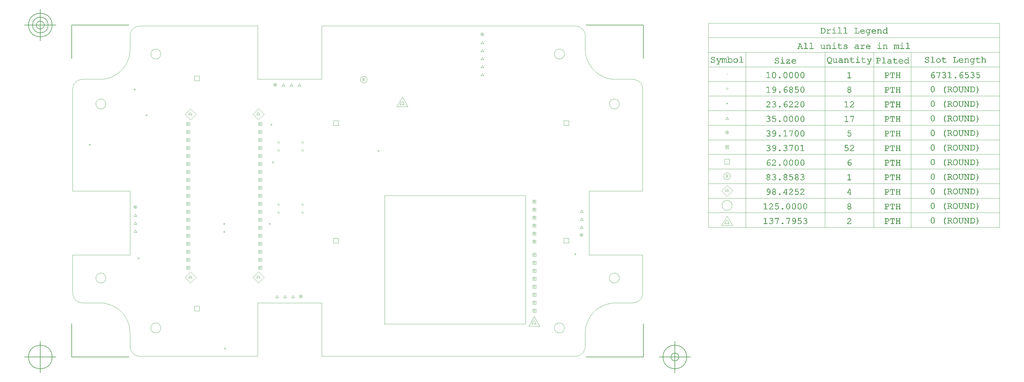
<source format=gbr>
G04 Generated by Ultiboard 14.2 *
%FSLAX24Y24*%
%MOIN*%

%ADD10C,0.0001*%
%ADD11C,0.0004*%
%ADD12C,0.0039*%
%ADD13C,0.0001*%
%ADD14C,0.0050*%


G04 ColorRGB 000000 for the following layer *
%LNDrill Symbols-Copper Top-Copper Bottom*%
%LPD*%
G54D11*
X-33618Y5800D02*
X-33382Y5800D01*
X-33500Y5682D02*
X-33500Y5918D01*
X-26518Y9500D02*
X-26282Y9500D01*
X-26400Y9382D02*
X-26400Y9618D01*
X-27400Y-8518D02*
X-27400Y-8282D01*
X-27518Y-8400D02*
X-27282Y-8400D01*
X3356Y-16656D02*
X3427Y-16586D01*
X3356Y-16586D02*
X3427Y-16656D01*
X3392Y-16621D02*
X21008Y-16621D01*
X21008Y-579D01*
X3392Y-579D01*
X3392Y-16621D01*
X-16718Y-19700D02*
X-16482Y-19700D01*
X-16600Y-19818D02*
X-16600Y-19582D01*
X27200Y-8018D02*
X27200Y-7782D01*
X27082Y-7900D02*
X27318Y-7900D01*
X-10718Y3600D02*
X-10482Y3600D01*
X-10600Y3482D02*
X-10600Y3718D01*
X-10918Y8300D02*
X-10682Y8300D01*
X-10800Y8182D02*
X-10800Y8418D01*
X-11000Y-4218D02*
X-11000Y-3982D01*
X-11118Y-4100D02*
X-10882Y-4100D01*
X-16818Y-4100D02*
X-16582Y-4100D01*
X-16700Y-4218D02*
X-16700Y-3982D01*
X-16700Y-5218D02*
X-16700Y-4982D01*
X-16818Y-5100D02*
X-16582Y-5100D01*
X-6900Y4961D02*
X-6761Y5100D01*
X-6900Y5239D01*
X-7039Y5100D01*
X-6900Y4961D01*
X-6900Y5961D02*
X-6761Y6100D01*
X-6900Y6239D01*
X-7039Y6100D01*
X-6900Y5961D01*
X-9900Y4961D02*
X-9761Y5100D01*
X-9900Y5239D01*
X-10039Y5100D01*
X-9900Y4961D01*
X-9900Y5961D02*
X-9761Y6100D01*
X-9900Y6239D01*
X-10039Y6100D01*
X-9900Y5961D01*
X-9900Y-1839D02*
X-9761Y-1700D01*
X-9900Y-1561D01*
X-10039Y-1700D01*
X-9900Y-1839D01*
X-9900Y-2839D02*
X-9761Y-2700D01*
X-9900Y-2561D01*
X-10039Y-2700D01*
X-9900Y-2839D01*
X-6900Y-1839D02*
X-6761Y-1700D01*
X-6900Y-1561D01*
X-7039Y-1700D01*
X-6900Y-1839D01*
X-6900Y-2839D02*
X-6761Y-2700D01*
X-6900Y-2561D01*
X-7039Y-2700D01*
X-6900Y-2839D01*
X-27975Y-4175D02*
X-27625Y-4175D01*
X-27800Y-3876D01*
X-27975Y-4175D01*
X-27975Y-3175D02*
X-27625Y-3175D01*
X-27800Y-2876D01*
X-27975Y-3175D01*
X-27996Y-2000D02*
G75*
D01*
G02X-27996Y-2000I196J0*
G01*
X-27876Y-2056D02*
X-27876Y-1972D01*
X-27833Y-1916D01*
X-27789Y-1916D01*
X-27746Y-1972D01*
X-27746Y-2056D01*
X-27876Y-2014D02*
X-27746Y-2014D01*
X-27975Y-5175D02*
X-27625Y-5175D01*
X-27800Y-4876D01*
X-27975Y-5175D01*
X-8475Y13125D02*
X-8125Y13125D01*
X-8300Y13424D01*
X-8475Y13125D01*
X-9475Y13125D02*
X-9125Y13125D01*
X-9300Y13424D01*
X-9475Y13125D01*
X-10496Y13300D02*
G75*
D01*
G02X-10496Y13300I196J0*
G01*
X-10376Y13244D02*
X-10376Y13328D01*
X-10333Y13384D01*
X-10289Y13384D01*
X-10246Y13328D01*
X-10246Y13244D01*
X-10376Y13286D02*
X-10246Y13286D01*
X-7475Y13125D02*
X-7125Y13125D01*
X-7300Y13424D01*
X-7475Y13125D01*
X-9271Y-13371D02*
X-8921Y-13371D01*
X-9096Y-13073D01*
X-9271Y-13371D01*
X-8271Y-13371D02*
X-7921Y-13371D01*
X-8096Y-13073D01*
X-8271Y-13371D01*
X-7292Y-13196D02*
G75*
D01*
G02X-7292Y-13196I196J0*
G01*
X-7173Y-13252D02*
X-7173Y-13168D01*
X-7129Y-13112D01*
X-7085Y-13112D01*
X-7042Y-13168D01*
X-7042Y-13252D01*
X-7173Y-13210D02*
X-7042Y-13210D01*
X-10271Y-13371D02*
X-9921Y-13371D01*
X-10096Y-13073D01*
X-10271Y-13371D01*
X27825Y-3675D02*
X28175Y-3675D01*
X28000Y-3376D01*
X27825Y-3675D01*
X27825Y-4675D02*
X28175Y-4675D01*
X28000Y-4376D01*
X27825Y-4675D01*
X27804Y-5500D02*
G75*
D01*
G02X27804Y-5500I196J0*
G01*
X27924Y-5556D02*
X27924Y-5472D01*
X27967Y-5416D01*
X28011Y-5416D01*
X28054Y-5472D01*
X28054Y-5556D01*
X27924Y-5514D02*
X28054Y-5514D01*
X27825Y-2675D02*
X28175Y-2675D01*
X28000Y-2376D01*
X27825Y-2675D01*
X2506Y5027D02*
X2742Y5027D01*
X2624Y4909D02*
X2624Y5145D01*
X-27900Y12582D02*
X-27900Y12818D01*
X-28018Y12700D02*
X-27782Y12700D01*
X15425Y18425D02*
X15775Y18425D01*
X15600Y18724D01*
X15425Y18425D01*
X15404Y19600D02*
G75*
D01*
G02X15404Y19600I196J0*
G01*
X15524Y19544D02*
X15524Y19628D01*
X15567Y19684D01*
X15611Y19684D01*
X15654Y19628D01*
X15654Y19544D01*
X15524Y19586D02*
X15654Y19586D01*
X15425Y17425D02*
X15775Y17425D01*
X15600Y17724D01*
X15425Y17425D01*
X15425Y15425D02*
X15775Y15425D01*
X15600Y15724D01*
X15425Y15425D01*
X15425Y16425D02*
X15775Y16425D01*
X15600Y16724D01*
X15425Y16425D01*
X15425Y14425D02*
X15775Y14425D01*
X15600Y14724D01*
X15425Y14425D01*
X46011Y7327D02*
G75*
D01*
G02X46011Y7327I195J0*
G01*
X46130Y7271D02*
X46130Y7355D01*
X46174Y7411D01*
X46217Y7411D01*
X46261Y7355D01*
X46261Y7271D01*
X46130Y7313D02*
X46261Y7313D01*
X46031Y8977D02*
X46381Y8977D01*
X46206Y9276D01*
X46031Y8977D01*
X46206Y10859D02*
X46206Y11095D01*
X46088Y10977D02*
X46325Y10977D01*
X46206Y12663D02*
X46346Y12802D01*
X46206Y12941D01*
X46067Y12802D01*
X46206Y12663D01*
X46171Y14592D02*
X46242Y14662D01*
X46171Y14662D02*
X46242Y14592D01*
G54D12*
X-25865Y17140D02*
G75*
D01*
G02X-25865Y17140I625J0*
G01*
X24615Y17140D02*
G75*
D01*
G02X24615Y17140I625J0*
G01*
X31485Y10890D02*
G75*
D01*
G02X31485Y10890I625J0*
G01*
X31485Y-10890D02*
G75*
D01*
G02X31485Y-10890I625J0*
G01*
X-32735Y10890D02*
G75*
D01*
G02X-32735Y10890I625J0*
G01*
X-25865Y-17140D02*
G75*
D01*
G02X-25865Y-17140I625J0*
G01*
X24615Y-17140D02*
G75*
D01*
G02X24615Y-17140I625J0*
G01*
X-32735Y-10890D02*
G75*
D01*
G02X-32735Y-10890I625J0*
G01*
X-3010Y-6510D02*
X-2390Y-6510D01*
X-2390Y-5890D01*
X-3010Y-5890D01*
X-3010Y-6510D01*
X25790Y-6510D02*
X26410Y-6510D01*
X26410Y-5890D01*
X25790Y-5890D01*
X25790Y-6510D01*
X-20410Y-15010D02*
X-19790Y-15010D01*
X-19790Y-14390D01*
X-20410Y-14390D01*
X-20410Y-15010D01*
X-20410Y13790D02*
X-19790Y13790D01*
X-19790Y14410D01*
X-20410Y14410D01*
X-20410Y13790D01*
X-12397Y-9797D02*
X-12003Y-9797D01*
X-12003Y-9403D01*
X-12397Y-9403D01*
X-12397Y-9797D01*
X-12277Y-9656D02*
X-12277Y-9572D01*
X-12233Y-9516D01*
X-12189Y-9516D01*
X-12145Y-9572D01*
X-12145Y-9656D01*
X-12277Y-9614D02*
X-12145Y-9614D01*
X-12397Y-8797D02*
X-12003Y-8797D01*
X-12003Y-8403D01*
X-12397Y-8403D01*
X-12397Y-8797D01*
X-12277Y-8656D02*
X-12277Y-8572D01*
X-12233Y-8516D01*
X-12189Y-8516D01*
X-12145Y-8572D01*
X-12145Y-8656D01*
X-12277Y-8614D02*
X-12145Y-8614D01*
X-12397Y-7797D02*
X-12003Y-7797D01*
X-12003Y-7403D01*
X-12397Y-7403D01*
X-12397Y-7797D01*
X-12277Y-7656D02*
X-12277Y-7572D01*
X-12233Y-7516D01*
X-12189Y-7516D01*
X-12145Y-7572D01*
X-12145Y-7656D01*
X-12277Y-7614D02*
X-12145Y-7614D01*
X-12397Y-6797D02*
X-12003Y-6797D01*
X-12003Y-6403D01*
X-12397Y-6403D01*
X-12397Y-6797D01*
X-12277Y-6656D02*
X-12277Y-6572D01*
X-12233Y-6516D01*
X-12189Y-6516D01*
X-12145Y-6572D01*
X-12145Y-6656D01*
X-12277Y-6614D02*
X-12145Y-6614D01*
X-12397Y-5797D02*
X-12003Y-5797D01*
X-12003Y-5403D01*
X-12397Y-5403D01*
X-12397Y-5797D01*
X-12277Y-5656D02*
X-12277Y-5572D01*
X-12233Y-5516D01*
X-12189Y-5516D01*
X-12145Y-5572D01*
X-12145Y-5656D01*
X-12277Y-5614D02*
X-12145Y-5614D01*
X-12397Y-4797D02*
X-12003Y-4797D01*
X-12003Y-4403D01*
X-12397Y-4403D01*
X-12397Y-4797D01*
X-12277Y-4656D02*
X-12277Y-4572D01*
X-12233Y-4516D01*
X-12189Y-4516D01*
X-12145Y-4572D01*
X-12145Y-4656D01*
X-12277Y-4614D02*
X-12145Y-4614D01*
X-12397Y-3797D02*
X-12003Y-3797D01*
X-12003Y-3403D01*
X-12397Y-3403D01*
X-12397Y-3797D01*
X-12277Y-3656D02*
X-12277Y-3572D01*
X-12233Y-3516D01*
X-12189Y-3516D01*
X-12145Y-3572D01*
X-12145Y-3656D01*
X-12277Y-3614D02*
X-12145Y-3614D01*
X-12397Y-2797D02*
X-12003Y-2797D01*
X-12003Y-2403D01*
X-12397Y-2403D01*
X-12397Y-2797D01*
X-12277Y-2656D02*
X-12277Y-2572D01*
X-12233Y-2516D01*
X-12189Y-2516D01*
X-12145Y-2572D01*
X-12145Y-2656D01*
X-12277Y-2614D02*
X-12145Y-2614D01*
X-12397Y-1797D02*
X-12003Y-1797D01*
X-12003Y-1403D01*
X-12397Y-1403D01*
X-12397Y-1797D01*
X-12277Y-1656D02*
X-12277Y-1572D01*
X-12233Y-1516D01*
X-12189Y-1516D01*
X-12145Y-1572D01*
X-12145Y-1656D01*
X-12277Y-1614D02*
X-12145Y-1614D01*
X-12397Y-797D02*
X-12003Y-797D01*
X-12003Y-403D01*
X-12397Y-403D01*
X-12397Y-797D01*
X-12277Y-656D02*
X-12277Y-572D01*
X-12233Y-516D01*
X-12189Y-516D01*
X-12145Y-572D01*
X-12145Y-656D01*
X-12277Y-614D02*
X-12145Y-614D01*
X-12397Y203D02*
X-12003Y203D01*
X-12003Y597D01*
X-12397Y597D01*
X-12397Y203D01*
X-12277Y344D02*
X-12277Y428D01*
X-12233Y484D01*
X-12189Y484D01*
X-12145Y428D01*
X-12145Y344D01*
X-12277Y386D02*
X-12145Y386D01*
X-12397Y1203D02*
X-12003Y1203D01*
X-12003Y1597D01*
X-12397Y1597D01*
X-12397Y1203D01*
X-12277Y1344D02*
X-12277Y1428D01*
X-12233Y1484D01*
X-12189Y1484D01*
X-12145Y1428D01*
X-12145Y1344D01*
X-12277Y1386D02*
X-12145Y1386D01*
X-12397Y2203D02*
X-12003Y2203D01*
X-12003Y2597D01*
X-12397Y2597D01*
X-12397Y2203D01*
X-12277Y2344D02*
X-12277Y2428D01*
X-12233Y2484D01*
X-12189Y2484D01*
X-12145Y2428D01*
X-12145Y2344D01*
X-12277Y2386D02*
X-12145Y2386D01*
X-12397Y3203D02*
X-12003Y3203D01*
X-12003Y3597D01*
X-12397Y3597D01*
X-12397Y3203D01*
X-12277Y3344D02*
X-12277Y3428D01*
X-12233Y3484D01*
X-12189Y3484D01*
X-12145Y3428D01*
X-12145Y3344D01*
X-12277Y3386D02*
X-12145Y3386D01*
X-12397Y4203D02*
X-12003Y4203D01*
X-12003Y4597D01*
X-12397Y4597D01*
X-12397Y4203D01*
X-12277Y4344D02*
X-12277Y4428D01*
X-12233Y4484D01*
X-12189Y4484D01*
X-12145Y4428D01*
X-12145Y4344D01*
X-12277Y4386D02*
X-12145Y4386D01*
X-12397Y5203D02*
X-12003Y5203D01*
X-12003Y5597D01*
X-12397Y5597D01*
X-12397Y5203D01*
X-12277Y5344D02*
X-12277Y5428D01*
X-12233Y5484D01*
X-12189Y5484D01*
X-12145Y5428D01*
X-12145Y5344D01*
X-12277Y5386D02*
X-12145Y5386D01*
X-12397Y6203D02*
X-12003Y6203D01*
X-12003Y6597D01*
X-12397Y6597D01*
X-12397Y6203D01*
X-12277Y6344D02*
X-12277Y6428D01*
X-12233Y6484D01*
X-12189Y6484D01*
X-12145Y6428D01*
X-12145Y6344D01*
X-12277Y6386D02*
X-12145Y6386D01*
X-12397Y7203D02*
X-12003Y7203D01*
X-12003Y7597D01*
X-12397Y7597D01*
X-12397Y7203D01*
X-12277Y7344D02*
X-12277Y7428D01*
X-12233Y7484D01*
X-12189Y7484D01*
X-12145Y7428D01*
X-12145Y7344D01*
X-12277Y7386D02*
X-12145Y7386D01*
X-12397Y8203D02*
X-12003Y8203D01*
X-12003Y8597D01*
X-12397Y8597D01*
X-12397Y8203D01*
X-12277Y8344D02*
X-12277Y8428D01*
X-12233Y8484D01*
X-12189Y8484D01*
X-12145Y8428D01*
X-12145Y8344D01*
X-12277Y8386D02*
X-12145Y8386D01*
X-21397Y-9797D02*
X-21003Y-9797D01*
X-21003Y-9403D01*
X-21397Y-9403D01*
X-21397Y-9797D01*
X-21277Y-9656D02*
X-21277Y-9572D01*
X-21233Y-9516D01*
X-21189Y-9516D01*
X-21145Y-9572D01*
X-21145Y-9656D01*
X-21277Y-9614D02*
X-21145Y-9614D01*
X-21397Y-8797D02*
X-21003Y-8797D01*
X-21003Y-8403D01*
X-21397Y-8403D01*
X-21397Y-8797D01*
X-21277Y-8656D02*
X-21277Y-8572D01*
X-21233Y-8516D01*
X-21189Y-8516D01*
X-21145Y-8572D01*
X-21145Y-8656D01*
X-21277Y-8614D02*
X-21145Y-8614D01*
X-21397Y-7797D02*
X-21003Y-7797D01*
X-21003Y-7403D01*
X-21397Y-7403D01*
X-21397Y-7797D01*
X-21277Y-7656D02*
X-21277Y-7572D01*
X-21233Y-7516D01*
X-21189Y-7516D01*
X-21145Y-7572D01*
X-21145Y-7656D01*
X-21277Y-7614D02*
X-21145Y-7614D01*
X-21397Y-6797D02*
X-21003Y-6797D01*
X-21003Y-6403D01*
X-21397Y-6403D01*
X-21397Y-6797D01*
X-21277Y-6656D02*
X-21277Y-6572D01*
X-21233Y-6516D01*
X-21189Y-6516D01*
X-21145Y-6572D01*
X-21145Y-6656D01*
X-21277Y-6614D02*
X-21145Y-6614D01*
X-21397Y-5797D02*
X-21003Y-5797D01*
X-21003Y-5403D01*
X-21397Y-5403D01*
X-21397Y-5797D01*
X-21277Y-5656D02*
X-21277Y-5572D01*
X-21233Y-5516D01*
X-21189Y-5516D01*
X-21145Y-5572D01*
X-21145Y-5656D01*
X-21277Y-5614D02*
X-21145Y-5614D01*
X-21397Y-4797D02*
X-21003Y-4797D01*
X-21003Y-4403D01*
X-21397Y-4403D01*
X-21397Y-4797D01*
X-21277Y-4656D02*
X-21277Y-4572D01*
X-21233Y-4516D01*
X-21189Y-4516D01*
X-21145Y-4572D01*
X-21145Y-4656D01*
X-21277Y-4614D02*
X-21145Y-4614D01*
X-21397Y-3797D02*
X-21003Y-3797D01*
X-21003Y-3403D01*
X-21397Y-3403D01*
X-21397Y-3797D01*
X-21277Y-3656D02*
X-21277Y-3572D01*
X-21233Y-3516D01*
X-21189Y-3516D01*
X-21145Y-3572D01*
X-21145Y-3656D01*
X-21277Y-3614D02*
X-21145Y-3614D01*
X-21397Y-2797D02*
X-21003Y-2797D01*
X-21003Y-2403D01*
X-21397Y-2403D01*
X-21397Y-2797D01*
X-21277Y-2656D02*
X-21277Y-2572D01*
X-21233Y-2516D01*
X-21189Y-2516D01*
X-21145Y-2572D01*
X-21145Y-2656D01*
X-21277Y-2614D02*
X-21145Y-2614D01*
X-21397Y-1797D02*
X-21003Y-1797D01*
X-21003Y-1403D01*
X-21397Y-1403D01*
X-21397Y-1797D01*
X-21277Y-1656D02*
X-21277Y-1572D01*
X-21233Y-1516D01*
X-21189Y-1516D01*
X-21145Y-1572D01*
X-21145Y-1656D01*
X-21277Y-1614D02*
X-21145Y-1614D01*
X-21397Y-797D02*
X-21003Y-797D01*
X-21003Y-403D01*
X-21397Y-403D01*
X-21397Y-797D01*
X-21277Y-656D02*
X-21277Y-572D01*
X-21233Y-516D01*
X-21189Y-516D01*
X-21145Y-572D01*
X-21145Y-656D01*
X-21277Y-614D02*
X-21145Y-614D01*
X-21397Y203D02*
X-21003Y203D01*
X-21003Y597D01*
X-21397Y597D01*
X-21397Y203D01*
X-21277Y344D02*
X-21277Y428D01*
X-21233Y484D01*
X-21189Y484D01*
X-21145Y428D01*
X-21145Y344D01*
X-21277Y386D02*
X-21145Y386D01*
X-21397Y1203D02*
X-21003Y1203D01*
X-21003Y1597D01*
X-21397Y1597D01*
X-21397Y1203D01*
X-21277Y1344D02*
X-21277Y1428D01*
X-21233Y1484D01*
X-21189Y1484D01*
X-21145Y1428D01*
X-21145Y1344D01*
X-21277Y1386D02*
X-21145Y1386D01*
X-21397Y2203D02*
X-21003Y2203D01*
X-21003Y2597D01*
X-21397Y2597D01*
X-21397Y2203D01*
X-21277Y2344D02*
X-21277Y2428D01*
X-21233Y2484D01*
X-21189Y2484D01*
X-21145Y2428D01*
X-21145Y2344D01*
X-21277Y2386D02*
X-21145Y2386D01*
X-21397Y3203D02*
X-21003Y3203D01*
X-21003Y3597D01*
X-21397Y3597D01*
X-21397Y3203D01*
X-21277Y3344D02*
X-21277Y3428D01*
X-21233Y3484D01*
X-21189Y3484D01*
X-21145Y3428D01*
X-21145Y3344D01*
X-21277Y3386D02*
X-21145Y3386D01*
X-21397Y4203D02*
X-21003Y4203D01*
X-21003Y4597D01*
X-21397Y4597D01*
X-21397Y4203D01*
X-21277Y4344D02*
X-21277Y4428D01*
X-21233Y4484D01*
X-21189Y4484D01*
X-21145Y4428D01*
X-21145Y4344D01*
X-21277Y4386D02*
X-21145Y4386D01*
X-21397Y5203D02*
X-21003Y5203D01*
X-21003Y5597D01*
X-21397Y5597D01*
X-21397Y5203D01*
X-21277Y5344D02*
X-21277Y5428D01*
X-21233Y5484D01*
X-21189Y5484D01*
X-21145Y5428D01*
X-21145Y5344D01*
X-21277Y5386D02*
X-21145Y5386D01*
X-21397Y6203D02*
X-21003Y6203D01*
X-21003Y6597D01*
X-21397Y6597D01*
X-21397Y6203D01*
X-21277Y6344D02*
X-21277Y6428D01*
X-21233Y6484D01*
X-21189Y6484D01*
X-21145Y6428D01*
X-21145Y6344D01*
X-21277Y6386D02*
X-21145Y6386D01*
X-21397Y7203D02*
X-21003Y7203D01*
X-21003Y7597D01*
X-21397Y7597D01*
X-21397Y7203D01*
X-21277Y7344D02*
X-21277Y7428D01*
X-21233Y7484D01*
X-21189Y7484D01*
X-21145Y7428D01*
X-21145Y7344D01*
X-21277Y7386D02*
X-21145Y7386D01*
X-21397Y8203D02*
X-21003Y8203D01*
X-21003Y8597D01*
X-21397Y8597D01*
X-21397Y8203D01*
X-21277Y8344D02*
X-21277Y8428D01*
X-21233Y8484D01*
X-21189Y8484D01*
X-21145Y8428D01*
X-21145Y8344D01*
X-21277Y8386D02*
X-21145Y8386D01*
X-12400Y-11496D02*
X-11704Y-10800D01*
X-12400Y-10104D01*
X-13096Y-10800D01*
X-12400Y-11496D01*
X-12591Y-10941D02*
X-12591Y-10730D01*
X-12482Y-10589D01*
X-12373Y-10589D01*
X-12263Y-10730D01*
X-12263Y-10941D01*
X-12591Y-10835D02*
X-12263Y-10835D01*
X-20900Y-11496D02*
X-20204Y-10800D01*
X-20900Y-10104D01*
X-21596Y-10800D01*
X-20900Y-11496D01*
X-21091Y-10941D02*
X-21091Y-10730D01*
X-20982Y-10589D01*
X-20873Y-10589D01*
X-20763Y-10730D01*
X-20763Y-10941D01*
X-21091Y-10835D02*
X-20763Y-10835D01*
X-20900Y8904D02*
X-20204Y9600D01*
X-20900Y10296D01*
X-21596Y9600D01*
X-20900Y8904D01*
X-21091Y9459D02*
X-21091Y9670D01*
X-20982Y9811D01*
X-20873Y9811D01*
X-20763Y9670D01*
X-20763Y9459D01*
X-21091Y9565D02*
X-20763Y9565D01*
X-12400Y8904D02*
X-11704Y9600D01*
X-12400Y10296D01*
X-13096Y9600D01*
X-12400Y8904D01*
X-12591Y9459D02*
X-12591Y9670D01*
X-12482Y9811D01*
X-12373Y9811D01*
X-12263Y9670D01*
X-12263Y9459D01*
X-12591Y9565D02*
X-12263Y9565D01*
X21903Y-8152D02*
X22297Y-8152D01*
X22297Y-7758D01*
X21903Y-7758D01*
X21903Y-8152D01*
X22023Y-8012D02*
X22023Y-7927D01*
X22067Y-7871D01*
X22111Y-7871D01*
X22155Y-7927D01*
X22155Y-8012D01*
X22023Y-7969D02*
X22155Y-7969D01*
X21903Y-9152D02*
X22297Y-9152D01*
X22297Y-8758D01*
X21903Y-8758D01*
X21903Y-9152D01*
X22023Y-9012D02*
X22023Y-8927D01*
X22067Y-8871D01*
X22111Y-8871D01*
X22155Y-8927D01*
X22155Y-9012D01*
X22023Y-8969D02*
X22155Y-8969D01*
X21903Y-10152D02*
X22297Y-10152D01*
X22297Y-9758D01*
X21903Y-9758D01*
X21903Y-10152D01*
X22023Y-10012D02*
X22023Y-9927D01*
X22067Y-9871D01*
X22111Y-9871D01*
X22155Y-9927D01*
X22155Y-10012D01*
X22023Y-9969D02*
X22155Y-9969D01*
X21903Y-11152D02*
X22297Y-11152D01*
X22297Y-10758D01*
X21903Y-10758D01*
X21903Y-11152D01*
X22023Y-11012D02*
X22023Y-10927D01*
X22067Y-10871D01*
X22111Y-10871D01*
X22155Y-10927D01*
X22155Y-11012D01*
X22023Y-10969D02*
X22155Y-10969D01*
X21903Y-12152D02*
X22297Y-12152D01*
X22297Y-11758D01*
X21903Y-11758D01*
X21903Y-12152D01*
X22023Y-12012D02*
X22023Y-11927D01*
X22067Y-11871D01*
X22111Y-11871D01*
X22155Y-11927D01*
X22155Y-12012D01*
X22023Y-11969D02*
X22155Y-11969D01*
X21903Y-13152D02*
X22297Y-13152D01*
X22297Y-12758D01*
X21903Y-12758D01*
X21903Y-13152D01*
X22023Y-13012D02*
X22023Y-12927D01*
X22067Y-12871D01*
X22111Y-12871D01*
X22155Y-12927D01*
X22155Y-13012D01*
X22023Y-12969D02*
X22155Y-12969D01*
X21903Y-14152D02*
X22297Y-14152D01*
X22297Y-13758D01*
X21903Y-13758D01*
X21903Y-14152D01*
X22023Y-14012D02*
X22023Y-13927D01*
X22067Y-13871D01*
X22111Y-13871D01*
X22155Y-13927D01*
X22155Y-14012D01*
X22023Y-13969D02*
X22155Y-13969D01*
X21903Y-15152D02*
X22297Y-15152D01*
X22297Y-14758D01*
X21903Y-14758D01*
X21903Y-15152D01*
X22023Y-15012D02*
X22023Y-14927D01*
X22067Y-14871D01*
X22111Y-14871D01*
X22155Y-14927D01*
X22155Y-15012D01*
X22023Y-14969D02*
X22155Y-14969D01*
X21895Y-6510D02*
X22289Y-6510D01*
X22289Y-6117D01*
X21895Y-6117D01*
X21895Y-6510D01*
X22015Y-6370D02*
X22015Y-6285D01*
X22059Y-6229D01*
X22103Y-6229D01*
X22147Y-6285D01*
X22147Y-6370D01*
X22015Y-6328D02*
X22147Y-6328D01*
X21895Y-5510D02*
X22289Y-5510D01*
X22289Y-5117D01*
X21895Y-5117D01*
X21895Y-5510D01*
X22015Y-5370D02*
X22015Y-5285D01*
X22059Y-5229D01*
X22103Y-5229D01*
X22147Y-5285D01*
X22147Y-5370D01*
X22015Y-5328D02*
X22147Y-5328D01*
X21895Y-4510D02*
X22289Y-4510D01*
X22289Y-4117D01*
X21895Y-4117D01*
X21895Y-4510D01*
X22015Y-4370D02*
X22015Y-4285D01*
X22059Y-4229D01*
X22103Y-4229D01*
X22147Y-4285D01*
X22147Y-4370D01*
X22015Y-4328D02*
X22147Y-4328D01*
X21895Y-3510D02*
X22289Y-3510D01*
X22289Y-3117D01*
X21895Y-3117D01*
X21895Y-3510D01*
X22015Y-3370D02*
X22015Y-3285D01*
X22059Y-3229D01*
X22103Y-3229D01*
X22147Y-3285D01*
X22147Y-3370D01*
X22015Y-3328D02*
X22147Y-3328D01*
X21895Y-2510D02*
X22289Y-2510D01*
X22289Y-2117D01*
X21895Y-2117D01*
X21895Y-2510D01*
X22015Y-2370D02*
X22015Y-2285D01*
X22059Y-2229D01*
X22103Y-2229D01*
X22147Y-2285D01*
X22147Y-2370D01*
X22015Y-2328D02*
X22147Y-2328D01*
X21895Y-1510D02*
X22289Y-1510D01*
X22289Y-1117D01*
X21895Y-1117D01*
X21895Y-1510D01*
X22015Y-1370D02*
X22015Y-1285D01*
X22059Y-1229D01*
X22103Y-1229D01*
X22147Y-1285D01*
X22147Y-1370D01*
X22015Y-1328D02*
X22147Y-1328D01*
X4907Y10576D02*
X6285Y10576D01*
X5596Y11752D01*
X4907Y10576D01*
X5328Y10724D02*
X5328Y11019D01*
X5481Y11216D01*
X5634Y11216D01*
X5787Y11019D01*
X5787Y10724D01*
X5328Y10871D02*
X5787Y10871D01*
X21403Y-16884D02*
X22781Y-16884D01*
X22092Y-15708D01*
X21403Y-16884D01*
X21824Y-16737D02*
X21824Y-16441D01*
X21977Y-16245D01*
X22130Y-16245D01*
X22283Y-16441D01*
X22283Y-16737D01*
X21824Y-16589D02*
X22283Y-16589D01*
X25790Y8190D02*
X26410Y8190D01*
X26410Y8810D01*
X25790Y8810D01*
X25790Y8190D01*
X-3010Y8190D02*
X-2390Y8190D01*
X-2390Y8810D01*
X-3010Y8810D01*
X-3010Y8190D01*
X354Y13929D02*
G75*
D01*
G02X354Y13929I419J0*
G01*
X610Y13809D02*
X797Y13809D01*
X890Y13869D01*
X890Y13899D01*
X797Y13959D01*
X890Y14019D01*
X890Y14049D01*
X797Y14109D01*
X657Y14109D01*
X610Y14109D01*
X657Y13959D02*
X797Y13959D01*
X657Y14109D02*
X657Y13809D01*
X45517Y-4312D02*
X46895Y-4312D01*
X46206Y-3136D01*
X45517Y-4312D01*
X45938Y-4164D02*
X45938Y-3869D01*
X46092Y-3672D01*
X46245Y-3672D01*
X46398Y-3869D01*
X46398Y-4164D01*
X45938Y-4017D02*
X46398Y-4017D01*
X45581Y-1798D02*
G75*
D01*
G02X45581Y-1798I625J0*
G01*
X46206Y-669D02*
X46902Y27D01*
X46206Y723D01*
X45510Y27D01*
X46206Y-669D01*
X46015Y-114D02*
X46015Y97D01*
X46124Y238D01*
X46234Y238D01*
X46343Y97D01*
X46343Y-114D01*
X46015Y-8D02*
X46343Y-8D01*
X45787Y1852D02*
G75*
D01*
G02X45787Y1852I419J0*
G01*
X46043Y1732D02*
X46230Y1732D01*
X46323Y1792D01*
X46323Y1822D01*
X46230Y1882D01*
X46323Y1942D01*
X46323Y1972D01*
X46230Y2032D01*
X46090Y2032D01*
X46043Y2032D01*
X46090Y1882D02*
X46230Y1882D01*
X46090Y2032D02*
X46090Y1732D01*
X45896Y3367D02*
X46516Y3367D01*
X46516Y3987D01*
X45896Y3987D01*
X45896Y3367D01*
X46010Y5305D02*
X46403Y5305D01*
X46403Y5699D01*
X46010Y5699D01*
X46010Y5305D01*
X46130Y5446D02*
X46130Y5530D01*
X46174Y5586D01*
X46217Y5586D01*
X46261Y5530D01*
X46261Y5446D01*
X46130Y5488D02*
X46261Y5488D01*
G54D13*
G36*
X50788Y-4080D02*
X50788Y-4080D01*
X50788Y-4060D01*
X50787Y-4070D01*
X50788Y-4080D01*
D02*
G37*
X50788Y-4060D01*
X50787Y-4070D01*
X50788Y-4080D01*
G36*
X50788Y-4060D02*
X50788Y-4060D01*
X50788Y-4080D01*
X50794Y-4087D01*
X50788Y-4060D01*
D02*
G37*
X50788Y-4080D01*
X50794Y-4087D01*
X50788Y-4060D01*
G36*
X50794Y-4087D02*
X50794Y-4087D01*
X50794Y-4053D01*
X50788Y-4060D01*
X50794Y-4087D01*
D02*
G37*
X50794Y-4053D01*
X50788Y-4060D01*
X50794Y-4087D01*
G36*
X50794Y-4053D02*
X50794Y-4053D01*
X50794Y-4087D01*
X50804Y-4093D01*
X50794Y-4053D01*
D02*
G37*
X50794Y-4087D01*
X50804Y-4093D01*
X50794Y-4053D01*
G36*
X50804Y-4093D02*
X50804Y-4093D01*
X50804Y-4048D01*
X50794Y-4053D01*
X50804Y-4093D01*
D02*
G37*
X50804Y-4048D01*
X50794Y-4053D01*
X50804Y-4093D01*
G36*
X50804Y-4048D02*
X50804Y-4048D01*
X50804Y-4093D01*
X50819Y-4094D01*
X50804Y-4048D01*
D02*
G37*
X50804Y-4093D01*
X50819Y-4094D01*
X50804Y-4048D01*
G36*
X50819Y-4094D02*
X50819Y-4094D01*
X50819Y-4046D01*
X50804Y-4048D01*
X50819Y-4094D01*
D02*
G37*
X50819Y-4046D01*
X50804Y-4048D01*
X50819Y-4094D01*
G36*
X50819Y-4046D02*
X50819Y-4046D01*
X50819Y-4094D01*
X51200Y-4094D01*
X50819Y-4046D01*
D02*
G37*
X50819Y-4094D01*
X51200Y-4094D01*
X50819Y-4046D01*
G36*
X51200Y-4094D02*
X51200Y-4094D01*
X50985Y-4046D01*
X50819Y-4046D01*
X51200Y-4094D01*
D02*
G37*
X50985Y-4046D01*
X50819Y-4046D01*
X51200Y-4094D01*
G36*
X50985Y-4046D02*
X50985Y-4046D01*
X51200Y-4094D01*
X51033Y-4046D01*
X50985Y-4046D01*
D02*
G37*
X51200Y-4094D01*
X51033Y-4046D01*
X50985Y-4046D01*
G36*
X51033Y-4046D02*
X51033Y-4046D01*
X50985Y-3428D01*
X50985Y-4046D01*
X51033Y-4046D01*
D02*
G37*
X50985Y-3428D01*
X50985Y-4046D01*
X51033Y-4046D01*
G36*
X50985Y-3428D02*
X50985Y-3428D01*
X51033Y-4046D01*
X51033Y-3361D01*
X50985Y-3428D01*
D02*
G37*
X51033Y-4046D01*
X51033Y-3361D01*
X50985Y-3428D01*
G36*
X51033Y-3361D02*
X51033Y-3361D01*
X50827Y-3477D01*
X50985Y-3428D01*
X51033Y-3361D01*
D02*
G37*
X50827Y-3477D01*
X50985Y-3428D01*
X51033Y-3361D01*
G36*
X50827Y-3477D02*
X50827Y-3477D01*
X51033Y-3361D01*
X50817Y-3480D01*
X50827Y-3477D01*
D02*
G37*
X51033Y-3361D01*
X50817Y-3480D01*
X50827Y-3477D01*
G36*
X50812Y-3431D02*
X50812Y-3431D01*
X50800Y-3436D01*
X50802Y-3479D01*
X50812Y-3431D01*
D02*
G37*
X50800Y-3436D01*
X50802Y-3479D01*
X50812Y-3431D01*
G36*
X50812Y-3431D01*
X50802Y-3479D01*
X50810Y-3481D01*
X50812Y-3431D01*
D02*
G37*
X50802Y-3479D01*
X50810Y-3481D01*
X50812Y-3431D01*
G36*
X50812Y-3431D01*
X50810Y-3481D01*
X50817Y-3480D01*
X50812Y-3431D01*
D02*
G37*
X50810Y-3481D01*
X50817Y-3480D01*
X50812Y-3431D01*
G36*
X50812Y-3431D01*
X50817Y-3480D01*
X51033Y-3361D01*
X50812Y-3431D01*
D02*
G37*
X50817Y-3480D01*
X51033Y-3361D01*
X50812Y-3431D01*
G36*
X50800Y-3436D02*
X50800Y-3436D01*
X50794Y-3474D01*
X50802Y-3479D01*
X50800Y-3436D01*
D02*
G37*
X50794Y-3474D01*
X50802Y-3479D01*
X50800Y-3436D01*
G36*
X50794Y-3474D02*
X50794Y-3474D01*
X50800Y-3436D01*
X50793Y-3440D01*
X50794Y-3474D01*
D02*
G37*
X50800Y-3436D01*
X50793Y-3440D01*
X50794Y-3474D01*
G36*
X50793Y-3440D02*
X50793Y-3440D01*
X50789Y-3466D01*
X50794Y-3474D01*
X50793Y-3440D01*
D02*
G37*
X50789Y-3466D01*
X50794Y-3474D01*
X50793Y-3440D01*
G36*
X50789Y-3466D02*
X50789Y-3466D01*
X50793Y-3440D01*
X50789Y-3448D01*
X50789Y-3466D01*
D02*
G37*
X50793Y-3440D01*
X50789Y-3448D01*
X50789Y-3466D01*
G36*
X50789Y-3448D02*
X50789Y-3448D01*
X50787Y-3456D01*
X50789Y-3466D01*
X50789Y-3448D01*
D02*
G37*
X50787Y-3456D01*
X50789Y-3466D01*
X50789Y-3448D01*
G36*
X51200Y-4094D02*
X51200Y-4094D01*
X51200Y-4046D01*
X51033Y-4046D01*
X51200Y-4094D01*
D02*
G37*
X51200Y-4046D01*
X51033Y-4046D01*
X51200Y-4094D01*
G36*
X51200Y-4046D02*
X51200Y-4046D01*
X51200Y-4094D01*
X51214Y-4093D01*
X51200Y-4046D01*
D02*
G37*
X51200Y-4094D01*
X51214Y-4093D01*
X51200Y-4046D01*
G36*
X51214Y-4093D02*
X51214Y-4093D01*
X51214Y-4048D01*
X51200Y-4046D01*
X51214Y-4093D01*
D02*
G37*
X51214Y-4048D01*
X51200Y-4046D01*
X51214Y-4093D01*
G36*
X51214Y-4048D02*
X51214Y-4048D01*
X51214Y-4093D01*
X51224Y-4087D01*
X51214Y-4048D01*
D02*
G37*
X51214Y-4093D01*
X51224Y-4087D01*
X51214Y-4048D01*
G36*
X51224Y-4087D02*
X51224Y-4087D01*
X51224Y-4053D01*
X51214Y-4048D01*
X51224Y-4087D01*
D02*
G37*
X51224Y-4053D01*
X51214Y-4048D01*
X51224Y-4087D01*
G36*
X51224Y-4053D02*
X51224Y-4053D01*
X51224Y-4087D01*
X51230Y-4080D01*
X51224Y-4053D01*
D02*
G37*
X51224Y-4087D01*
X51230Y-4080D01*
X51224Y-4053D01*
G36*
X51230Y-4080D02*
X51230Y-4080D01*
X51230Y-4060D01*
X51224Y-4053D01*
X51230Y-4080D01*
D02*
G37*
X51230Y-4060D01*
X51224Y-4053D01*
X51230Y-4080D01*
G36*
X51230Y-4060D02*
X51230Y-4060D01*
X51230Y-4080D01*
X51232Y-4070D01*
X51230Y-4060D01*
D02*
G37*
X51230Y-4080D01*
X51232Y-4070D01*
X51230Y-4060D01*
G36*
X51836Y-3443D02*
X51836Y-3443D01*
X51839Y-3384D01*
X51812Y-3425D01*
X51836Y-3443D01*
D02*
G37*
X51839Y-3384D01*
X51812Y-3425D01*
X51836Y-3443D01*
G36*
X51839Y-3384D02*
X51839Y-3384D01*
X51836Y-3443D01*
X51855Y-3465D01*
X51839Y-3384D01*
D02*
G37*
X51836Y-3443D01*
X51855Y-3465D01*
X51839Y-3384D01*
G36*
X51855Y-3465D02*
X51855Y-3465D01*
X51870Y-3408D01*
X51839Y-3384D01*
X51855Y-3465D01*
D02*
G37*
X51870Y-3408D01*
X51839Y-3384D01*
X51855Y-3465D01*
G36*
X51870Y-3408D02*
X51870Y-3408D01*
X51855Y-3465D01*
X51877Y-3513D01*
X51870Y-3408D01*
D02*
G37*
X51855Y-3465D01*
X51877Y-3513D01*
X51870Y-3408D01*
G36*
X51877Y-3513D02*
X51877Y-3513D01*
X51896Y-3437D01*
X51870Y-3408D01*
X51877Y-3513D01*
D02*
G37*
X51896Y-3437D01*
X51870Y-3408D01*
X51877Y-3513D01*
G36*
X51896Y-3437D02*
X51896Y-3437D01*
X51877Y-3513D01*
X51880Y-3539D01*
X51896Y-3437D01*
D02*
G37*
X51877Y-3513D01*
X51880Y-3539D01*
X51896Y-3437D01*
G36*
X51880Y-3539D02*
X51880Y-3539D01*
X51901Y-3631D01*
X51896Y-3437D01*
X51880Y-3539D01*
D02*
G37*
X51901Y-3631D01*
X51896Y-3437D01*
X51880Y-3539D01*
G36*
X51901Y-3631D02*
X51901Y-3631D01*
X51880Y-3539D01*
X51877Y-3564D01*
X51901Y-3631D01*
D02*
G37*
X51880Y-3539D01*
X51877Y-3564D01*
X51901Y-3631D01*
G36*
X51877Y-3564D02*
X51877Y-3564D01*
X51866Y-3670D01*
X51901Y-3631D01*
X51877Y-3564D01*
D02*
G37*
X51866Y-3670D01*
X51901Y-3631D01*
X51877Y-3564D01*
G36*
X51866Y-3670D02*
X51866Y-3670D01*
X51877Y-3564D01*
X51856Y-3611D01*
X51866Y-3670D01*
D02*
G37*
X51877Y-3564D01*
X51856Y-3611D01*
X51866Y-3670D01*
G36*
X51856Y-3611D02*
X51856Y-3611D01*
X51838Y-3631D01*
X51866Y-3670D01*
X51856Y-3611D01*
D02*
G37*
X51838Y-3631D01*
X51866Y-3670D01*
X51856Y-3611D01*
G36*
X51672Y-3406D02*
X51672Y-3406D01*
X51676Y-3356D01*
X51627Y-3419D01*
X51672Y-3406D01*
D02*
G37*
X51676Y-3356D01*
X51627Y-3419D01*
X51672Y-3406D01*
G36*
X51676Y-3356D02*
X51676Y-3356D01*
X51672Y-3406D01*
X51720Y-3402D01*
X51676Y-3356D01*
D02*
G37*
X51672Y-3406D01*
X51720Y-3402D01*
X51676Y-3356D01*
G36*
X51720Y-3402D02*
X51720Y-3402D01*
X51720Y-3353D01*
X51676Y-3356D01*
X51720Y-3402D01*
D02*
G37*
X51720Y-3353D01*
X51676Y-3356D01*
X51720Y-3402D01*
G36*
X51720Y-3353D02*
X51720Y-3353D01*
X51720Y-3402D01*
X51754Y-3404D01*
X51720Y-3353D01*
D02*
G37*
X51720Y-3402D01*
X51754Y-3404D01*
X51720Y-3353D01*
G36*
X51754Y-3404D02*
X51754Y-3404D01*
X51763Y-3357D01*
X51720Y-3353D01*
X51754Y-3404D01*
D02*
G37*
X51763Y-3357D01*
X51720Y-3353D01*
X51754Y-3404D01*
G36*
X51763Y-3357D02*
X51763Y-3357D01*
X51754Y-3404D01*
X51812Y-3425D01*
X51763Y-3357D01*
D02*
G37*
X51754Y-3404D01*
X51812Y-3425D01*
X51763Y-3357D01*
G36*
X51812Y-3425D02*
X51812Y-3425D01*
X51839Y-3384D01*
X51763Y-3357D01*
X51812Y-3425D01*
D02*
G37*
X51839Y-3384D01*
X51763Y-3357D01*
X51812Y-3425D01*
G36*
X51560Y-3466D02*
X51560Y-3466D01*
X51561Y-3402D01*
X51552Y-3476D01*
X51560Y-3466D01*
D02*
G37*
X51561Y-3402D01*
X51552Y-3476D01*
X51560Y-3466D01*
G36*
X51561Y-3402D02*
X51561Y-3402D01*
X51560Y-3466D01*
X51590Y-3439D01*
X51561Y-3402D01*
D02*
G37*
X51560Y-3466D01*
X51590Y-3439D01*
X51561Y-3402D01*
G36*
X51590Y-3439D02*
X51590Y-3439D01*
X51597Y-3381D01*
X51561Y-3402D01*
X51590Y-3439D01*
D02*
G37*
X51597Y-3381D01*
X51561Y-3402D01*
X51590Y-3439D01*
G36*
X51597Y-3381D02*
X51597Y-3381D01*
X51590Y-3439D01*
X51627Y-3419D01*
X51597Y-3381D01*
D02*
G37*
X51590Y-3439D01*
X51627Y-3419D01*
X51597Y-3381D01*
G36*
X51627Y-3419D02*
X51627Y-3419D01*
X51676Y-3356D01*
X51597Y-3381D01*
X51627Y-3419D01*
D02*
G37*
X51676Y-3356D01*
X51597Y-3381D01*
X51627Y-3419D01*
G36*
X51561Y-3402D02*
X51561Y-3402D01*
X51523Y-3434D01*
X51525Y-3481D01*
X51561Y-3402D01*
D02*
G37*
X51523Y-3434D01*
X51525Y-3481D01*
X51561Y-3402D01*
G36*
X51561Y-3402D01*
X51525Y-3481D01*
X51535Y-3483D01*
X51561Y-3402D01*
D02*
G37*
X51525Y-3481D01*
X51535Y-3483D01*
X51561Y-3402D01*
G36*
X51561Y-3402D01*
X51535Y-3483D01*
X51541Y-3482D01*
X51561Y-3402D01*
D02*
G37*
X51535Y-3483D01*
X51541Y-3482D01*
X51561Y-3402D01*
G36*
X51561Y-3402D01*
X51541Y-3482D01*
X51546Y-3480D01*
X51561Y-3402D01*
D02*
G37*
X51541Y-3482D01*
X51546Y-3480D01*
X51561Y-3402D01*
G36*
X51561Y-3402D01*
X51546Y-3480D01*
X51552Y-3476D01*
X51561Y-3402D01*
D02*
G37*
X51546Y-3480D01*
X51552Y-3476D01*
X51561Y-3402D01*
G36*
X51523Y-3434D02*
X51523Y-3434D01*
X51511Y-3461D01*
X51513Y-3469D01*
X51523Y-3434D01*
D02*
G37*
X51511Y-3461D01*
X51513Y-3469D01*
X51523Y-3434D01*
G36*
X51523Y-3434D01*
X51513Y-3469D01*
X51518Y-3476D01*
X51523Y-3434D01*
D02*
G37*
X51513Y-3469D01*
X51518Y-3476D01*
X51523Y-3434D01*
G36*
X51523Y-3434D01*
X51518Y-3476D01*
X51525Y-3481D01*
X51523Y-3434D01*
D02*
G37*
X51518Y-3476D01*
X51525Y-3481D01*
X51523Y-3434D01*
G36*
X51925Y-3503D02*
X51925Y-3503D01*
X51896Y-3437D01*
X51901Y-3631D01*
X51925Y-3503D01*
D02*
G37*
X51896Y-3437D01*
X51901Y-3631D01*
X51925Y-3503D01*
G36*
X51925Y-3503D01*
X51901Y-3631D01*
X51922Y-3587D01*
X51925Y-3503D01*
D02*
G37*
X51901Y-3631D01*
X51922Y-3587D01*
X51925Y-3503D01*
G36*
X51925Y-3503D01*
X51922Y-3587D01*
X51929Y-3540D01*
X51925Y-3503D01*
D02*
G37*
X51922Y-3587D01*
X51929Y-3540D01*
X51925Y-3503D01*
G36*
X51838Y-3631D02*
X51838Y-3631D01*
X51818Y-3700D01*
X51866Y-3670D01*
X51838Y-3631D01*
D02*
G37*
X51818Y-3700D01*
X51866Y-3670D01*
X51838Y-3631D01*
G36*
X51818Y-3700D02*
X51818Y-3700D01*
X51838Y-3631D01*
X51815Y-3649D01*
X51818Y-3700D01*
D02*
G37*
X51838Y-3631D01*
X51815Y-3649D01*
X51818Y-3700D01*
G36*
X51815Y-3649D02*
X51815Y-3649D01*
X51798Y-3743D01*
X51818Y-3700D01*
X51815Y-3649D01*
D02*
G37*
X51798Y-3743D01*
X51818Y-3700D01*
X51815Y-3649D01*
G36*
X51798Y-3743D02*
X51798Y-3743D01*
X51815Y-3649D01*
X51761Y-3669D01*
X51798Y-3743D01*
D02*
G37*
X51815Y-3649D01*
X51761Y-3669D01*
X51798Y-3743D01*
G36*
X51761Y-3669D02*
X51761Y-3669D01*
X51745Y-3725D01*
X51798Y-3743D01*
X51761Y-3669D01*
D02*
G37*
X51745Y-3725D01*
X51798Y-3743D01*
X51761Y-3669D01*
G36*
X51745Y-3725D02*
X51745Y-3725D01*
X51761Y-3669D01*
X51730Y-3671D01*
X51745Y-3725D01*
D02*
G37*
X51761Y-3669D01*
X51730Y-3671D01*
X51745Y-3725D01*
G36*
X51730Y-3671D02*
X51730Y-3671D01*
X51692Y-3719D01*
X51745Y-3725D01*
X51730Y-3671D01*
D02*
G37*
X51692Y-3719D01*
X51745Y-3725D01*
X51730Y-3671D01*
G36*
X51692Y-3719D02*
X51692Y-3719D01*
X51730Y-3671D01*
X51689Y-3670D01*
X51692Y-3719D01*
D02*
G37*
X51730Y-3671D01*
X51689Y-3670D01*
X51692Y-3719D01*
G36*
X51689Y-3670D02*
X51689Y-3670D01*
X51677Y-3717D01*
X51692Y-3719D01*
X51689Y-3670D01*
D02*
G37*
X51677Y-3717D01*
X51692Y-3719D01*
X51689Y-3670D01*
G36*
X51677Y-3717D02*
X51677Y-3717D01*
X51689Y-3670D01*
X51676Y-3672D01*
X51677Y-3717D01*
D02*
G37*
X51689Y-3670D01*
X51676Y-3672D01*
X51677Y-3717D01*
G36*
X51676Y-3672D02*
X51676Y-3672D01*
X51667Y-3712D01*
X51677Y-3717D01*
X51676Y-3672D01*
D02*
G37*
X51667Y-3712D01*
X51677Y-3717D01*
X51676Y-3672D01*
G36*
X51667Y-3712D02*
X51667Y-3712D01*
X51676Y-3672D01*
X51667Y-3677D01*
X51667Y-3712D01*
D02*
G37*
X51676Y-3672D01*
X51667Y-3677D01*
X51667Y-3712D01*
G36*
X51667Y-3677D02*
X51667Y-3677D01*
X51662Y-3705D01*
X51667Y-3712D01*
X51667Y-3677D01*
D02*
G37*
X51662Y-3705D01*
X51667Y-3712D01*
X51667Y-3677D01*
G36*
X51662Y-3705D02*
X51662Y-3705D01*
X51667Y-3677D01*
X51662Y-3685D01*
X51662Y-3705D01*
D02*
G37*
X51667Y-3677D01*
X51662Y-3685D01*
X51662Y-3705D01*
G36*
X51662Y-3685D02*
X51662Y-3685D01*
X51660Y-3695D01*
X51662Y-3705D01*
X51662Y-3685D01*
D02*
G37*
X51660Y-3695D01*
X51662Y-3705D01*
X51662Y-3685D01*
G36*
X51946Y-3836D02*
X51946Y-3836D01*
X51951Y-3934D01*
X51955Y-3891D01*
X51946Y-3836D01*
D02*
G37*
X51951Y-3934D01*
X51955Y-3891D01*
X51946Y-3836D01*
G36*
X51951Y-3934D02*
X51951Y-3934D01*
X51946Y-3836D01*
X51920Y-3783D01*
X51951Y-3934D01*
D02*
G37*
X51946Y-3836D01*
X51920Y-3783D01*
X51951Y-3934D01*
G36*
X51920Y-3783D02*
X51920Y-3783D01*
X51915Y-4010D01*
X51951Y-3934D01*
X51920Y-3783D01*
D02*
G37*
X51915Y-4010D01*
X51951Y-3934D01*
X51920Y-3783D01*
G36*
X51915Y-4010D02*
X51915Y-4010D01*
X51920Y-3783D01*
X51907Y-3893D01*
X51915Y-4010D01*
D02*
G37*
X51920Y-3783D01*
X51907Y-3893D01*
X51915Y-4010D01*
G36*
X51907Y-3893D02*
X51907Y-3893D01*
X51903Y-3925D01*
X51915Y-4010D01*
X51907Y-3893D01*
D02*
G37*
X51903Y-3925D01*
X51915Y-4010D01*
X51907Y-3893D01*
G36*
X51844Y-3771D02*
X51844Y-3771D01*
X51877Y-3736D01*
X51818Y-3700D01*
X51844Y-3771D01*
D02*
G37*
X51877Y-3736D01*
X51818Y-3700D01*
X51844Y-3771D01*
G36*
X51877Y-3736D02*
X51877Y-3736D01*
X51844Y-3771D01*
X51879Y-3808D01*
X51877Y-3736D01*
D02*
G37*
X51844Y-3771D01*
X51879Y-3808D01*
X51877Y-3736D01*
G36*
X51879Y-3808D02*
X51879Y-3808D01*
X51920Y-3783D01*
X51877Y-3736D01*
X51879Y-3808D01*
D02*
G37*
X51920Y-3783D01*
X51877Y-3736D01*
X51879Y-3808D01*
G36*
X51920Y-3783D02*
X51920Y-3783D01*
X51879Y-3808D01*
X51900Y-3850D01*
X51920Y-3783D01*
D02*
G37*
X51879Y-3808D01*
X51900Y-3850D01*
X51920Y-3783D01*
G36*
X51900Y-3850D02*
X51900Y-3850D01*
X51907Y-3893D01*
X51920Y-3783D01*
X51900Y-3850D01*
D02*
G37*
X51907Y-3893D01*
X51920Y-3783D01*
X51900Y-3850D01*
G36*
X51884Y-4045D02*
X51884Y-4045D01*
X51915Y-4010D01*
X51903Y-3925D01*
X51884Y-4045D01*
D02*
G37*
X51915Y-4010D01*
X51903Y-3925D01*
X51884Y-4045D01*
G36*
X51884Y-4045D01*
X51903Y-3925D01*
X51875Y-3983D01*
X51884Y-4045D01*
D02*
G37*
X51903Y-3925D01*
X51875Y-3983D01*
X51884Y-4045D01*
G36*
X51884Y-4045D01*
X51875Y-3983D01*
X51850Y-4010D01*
X51884Y-4045D01*
D02*
G37*
X51875Y-3983D01*
X51850Y-4010D01*
X51884Y-4045D01*
G36*
X51884Y-4045D01*
X51850Y-4010D01*
X51847Y-4074D01*
X51884Y-4045D01*
D02*
G37*
X51850Y-4010D01*
X51847Y-4074D01*
X51884Y-4045D01*
G36*
X51820Y-4034D02*
X51820Y-4034D01*
X51749Y-4060D01*
X51758Y-4107D01*
X51820Y-4034D01*
D02*
G37*
X51749Y-4060D01*
X51758Y-4107D01*
X51820Y-4034D01*
G36*
X51820Y-4034D01*
X51758Y-4107D01*
X51847Y-4074D01*
X51820Y-4034D01*
D02*
G37*
X51758Y-4107D01*
X51847Y-4074D01*
X51820Y-4034D01*
G36*
X51820Y-4034D01*
X51847Y-4074D01*
X51850Y-4010D01*
X51820Y-4034D01*
D02*
G37*
X51847Y-4074D01*
X51850Y-4010D01*
X51820Y-4034D01*
G36*
X51644Y-4105D02*
X51644Y-4105D01*
X51660Y-4059D01*
X51578Y-4085D01*
X51644Y-4105D01*
D02*
G37*
X51660Y-4059D01*
X51578Y-4085D01*
X51644Y-4105D01*
G36*
X51660Y-4059D02*
X51660Y-4059D01*
X51644Y-4105D01*
X51708Y-4112D01*
X51660Y-4059D01*
D02*
G37*
X51644Y-4105D01*
X51708Y-4112D01*
X51660Y-4059D01*
G36*
X51708Y-4112D02*
X51708Y-4112D01*
X51709Y-4063D01*
X51660Y-4059D01*
X51708Y-4112D01*
D02*
G37*
X51709Y-4063D01*
X51660Y-4059D01*
X51708Y-4112D01*
G36*
X51709Y-4063D02*
X51709Y-4063D01*
X51708Y-4112D01*
X51758Y-4107D01*
X51709Y-4063D01*
D02*
G37*
X51708Y-4112D01*
X51758Y-4107D01*
X51709Y-4063D01*
G36*
X51758Y-4107D02*
X51758Y-4107D01*
X51749Y-4060D01*
X51709Y-4063D01*
X51758Y-4107D01*
D02*
G37*
X51749Y-4060D01*
X51709Y-4063D01*
X51758Y-4107D01*
G36*
X51565Y-4026D02*
X51565Y-4026D01*
X51520Y-3997D01*
X51522Y-4058D01*
X51565Y-4026D01*
D02*
G37*
X51520Y-3997D01*
X51522Y-4058D01*
X51565Y-4026D01*
G36*
X51565Y-4026D01*
X51522Y-4058D01*
X51578Y-4085D01*
X51565Y-4026D01*
D02*
G37*
X51522Y-4058D01*
X51578Y-4085D01*
X51565Y-4026D01*
G36*
X51565Y-4026D01*
X51578Y-4085D01*
X51660Y-4059D01*
X51565Y-4026D01*
D02*
G37*
X51578Y-4085D01*
X51660Y-4059D01*
X51565Y-4026D01*
G36*
X51522Y-4058D02*
X51522Y-4058D01*
X51520Y-3997D01*
X51509Y-3990D01*
X51522Y-4058D01*
D02*
G37*
X51520Y-3997D01*
X51509Y-3990D01*
X51522Y-4058D01*
G36*
X51522Y-4058D01*
X51509Y-3990D01*
X51499Y-3988D01*
X51522Y-4058D01*
D02*
G37*
X51509Y-3990D01*
X51499Y-3988D01*
X51522Y-4058D01*
G36*
X51522Y-4058D01*
X51499Y-3988D01*
X51490Y-3990D01*
X51522Y-4058D01*
D02*
G37*
X51499Y-3988D01*
X51490Y-3990D01*
X51522Y-4058D01*
G36*
X51522Y-4058D01*
X51490Y-3990D01*
X51485Y-4031D01*
X51522Y-4058D01*
D02*
G37*
X51490Y-3990D01*
X51485Y-4031D01*
X51522Y-4058D01*
G36*
X51483Y-3995D02*
X51483Y-3995D01*
X51478Y-4003D01*
X51478Y-4021D01*
X51483Y-3995D01*
D02*
G37*
X51478Y-4003D01*
X51478Y-4021D01*
X51483Y-3995D01*
G36*
X51483Y-3995D01*
X51478Y-4021D01*
X51485Y-4031D01*
X51483Y-3995D01*
D02*
G37*
X51478Y-4021D01*
X51485Y-4031D01*
X51483Y-3995D01*
G36*
X51483Y-3995D01*
X51485Y-4031D01*
X51490Y-3990D01*
X51483Y-3995D01*
D02*
G37*
X51485Y-4031D01*
X51490Y-3990D01*
X51483Y-3995D01*
G36*
X51478Y-4021D02*
X51478Y-4021D01*
X51478Y-4003D01*
X51476Y-4011D01*
X51478Y-4021D01*
D02*
G37*
X51478Y-4003D01*
X51476Y-4011D01*
X51478Y-4021D01*
G36*
X51818Y-3700D02*
X51818Y-3700D01*
X51798Y-3743D01*
X51844Y-3771D01*
X51818Y-3700D01*
D02*
G37*
X51798Y-3743D01*
X51844Y-3771D01*
X51818Y-3700D01*
G36*
X52444Y-4071D02*
X52444Y-4071D01*
X52590Y-3441D01*
X52439Y-4083D01*
X52444Y-4071D01*
D02*
G37*
X52590Y-3441D01*
X52439Y-4083D01*
X52444Y-4071D01*
G36*
X52590Y-3441D02*
X52590Y-3441D01*
X52444Y-4071D01*
X52639Y-3448D01*
X52590Y-3441D01*
D02*
G37*
X52444Y-4071D01*
X52639Y-3448D01*
X52590Y-3441D01*
G36*
X52639Y-3448D02*
X52639Y-3448D01*
X52590Y-3420D01*
X52590Y-3441D01*
X52639Y-3448D01*
D02*
G37*
X52590Y-3420D01*
X52590Y-3441D01*
X52639Y-3448D01*
G36*
X52590Y-3420D02*
X52590Y-3420D01*
X52639Y-3448D01*
X52639Y-3371D01*
X52590Y-3420D01*
D02*
G37*
X52639Y-3448D01*
X52639Y-3371D01*
X52590Y-3420D01*
G36*
X52639Y-3371D02*
X52639Y-3371D01*
X52243Y-3420D01*
X52590Y-3420D01*
X52639Y-3371D01*
D02*
G37*
X52243Y-3420D01*
X52590Y-3420D01*
X52639Y-3371D01*
G36*
X52243Y-3420D02*
X52243Y-3420D01*
X52639Y-3371D01*
X52194Y-3371D01*
X52243Y-3420D01*
D02*
G37*
X52639Y-3371D01*
X52194Y-3371D01*
X52243Y-3420D01*
G36*
X52194Y-3371D02*
X52194Y-3371D01*
X52196Y-3477D01*
X52243Y-3420D01*
X52194Y-3371D01*
D02*
G37*
X52196Y-3477D01*
X52243Y-3420D01*
X52194Y-3371D01*
G36*
X52196Y-3477D02*
X52196Y-3477D01*
X52194Y-3371D01*
X52194Y-3462D01*
X52196Y-3477D01*
D02*
G37*
X52194Y-3371D01*
X52194Y-3462D01*
X52196Y-3477D01*
G36*
X52243Y-3420D02*
X52243Y-3420D01*
X52196Y-3477D01*
X52201Y-3487D01*
X52243Y-3420D01*
D02*
G37*
X52196Y-3477D01*
X52201Y-3487D01*
X52243Y-3420D01*
G36*
X52243Y-3420D01*
X52201Y-3487D01*
X52209Y-3493D01*
X52243Y-3420D01*
D02*
G37*
X52201Y-3487D01*
X52209Y-3493D01*
X52243Y-3420D01*
G36*
X52243Y-3420D01*
X52209Y-3493D01*
X52219Y-3495D01*
X52243Y-3420D01*
D02*
G37*
X52209Y-3493D01*
X52219Y-3495D01*
X52243Y-3420D01*
G36*
X52243Y-3420D01*
X52219Y-3495D01*
X52228Y-3493D01*
X52243Y-3420D01*
D02*
G37*
X52219Y-3495D01*
X52228Y-3493D01*
X52243Y-3420D01*
G36*
X52243Y-3420D01*
X52228Y-3493D01*
X52236Y-3487D01*
X52243Y-3420D01*
D02*
G37*
X52228Y-3493D01*
X52236Y-3487D01*
X52243Y-3420D01*
G36*
X52243Y-3420D01*
X52236Y-3487D01*
X52241Y-3477D01*
X52243Y-3420D01*
D02*
G37*
X52236Y-3487D01*
X52241Y-3477D01*
X52243Y-3420D01*
G36*
X52243Y-3420D01*
X52241Y-3477D01*
X52243Y-3462D01*
X52243Y-3420D01*
D02*
G37*
X52241Y-3477D01*
X52243Y-3462D01*
X52243Y-3420D01*
G36*
X52590Y-3441D02*
X52590Y-3441D01*
X52398Y-4056D01*
X52401Y-4089D01*
X52590Y-3441D01*
D02*
G37*
X52398Y-4056D01*
X52401Y-4089D01*
X52590Y-3441D01*
G36*
X52590Y-3441D01*
X52401Y-4089D01*
X52409Y-4094D01*
X52590Y-3441D01*
D02*
G37*
X52401Y-4089D01*
X52409Y-4094D01*
X52590Y-3441D01*
G36*
X52590Y-3441D01*
X52409Y-4094D01*
X52419Y-4095D01*
X52590Y-3441D01*
D02*
G37*
X52409Y-4094D01*
X52419Y-4095D01*
X52590Y-3441D01*
G36*
X52590Y-3441D01*
X52419Y-4095D01*
X52426Y-4094D01*
X52590Y-3441D01*
D02*
G37*
X52419Y-4095D01*
X52426Y-4094D01*
X52590Y-3441D01*
G36*
X52590Y-3441D01*
X52426Y-4094D01*
X52433Y-4091D01*
X52590Y-3441D01*
D02*
G37*
X52426Y-4094D01*
X52433Y-4091D01*
X52590Y-3441D01*
G36*
X52590Y-3441D01*
X52433Y-4091D01*
X52439Y-4083D01*
X52590Y-3441D01*
D02*
G37*
X52433Y-4091D01*
X52439Y-4083D01*
X52590Y-3441D01*
G36*
X52396Y-4081D02*
X52396Y-4081D01*
X52401Y-4089D01*
X52398Y-4056D01*
X52396Y-4081D01*
D02*
G37*
X52401Y-4089D01*
X52398Y-4056D01*
X52396Y-4081D01*
G36*
X52396Y-4081D01*
X52398Y-4056D01*
X52395Y-4065D01*
X52396Y-4081D01*
D02*
G37*
X52398Y-4056D01*
X52395Y-4065D01*
X52396Y-4081D01*
G36*
X52396Y-4081D01*
X52395Y-4065D01*
X52394Y-4072D01*
X52396Y-4081D01*
D02*
G37*
X52395Y-4065D01*
X52394Y-4072D01*
X52396Y-4081D01*
G36*
X53126Y-3955D02*
X53126Y-3955D01*
X53096Y-3961D01*
X53126Y-3955D01*
D02*
G37*
X53096Y-3961D01*
X53126Y-3955D01*
G36*
X53126Y-3955D01*
X53096Y-3961D01*
X53071Y-3978D01*
X53126Y-3955D01*
D02*
G37*
X53096Y-3961D01*
X53071Y-3978D01*
X53126Y-3955D01*
G36*
X53126Y-3955D01*
X53071Y-3978D01*
X53053Y-4003D01*
X53126Y-3955D01*
D02*
G37*
X53071Y-3978D01*
X53053Y-4003D01*
X53126Y-3955D01*
G36*
X53126Y-3955D01*
X53053Y-4003D01*
X53047Y-4034D01*
X53126Y-3955D01*
D02*
G37*
X53053Y-4003D01*
X53047Y-4034D01*
X53126Y-3955D01*
G36*
X53126Y-3955D01*
X53047Y-4034D01*
X53053Y-4064D01*
X53126Y-3955D01*
D02*
G37*
X53047Y-4034D01*
X53053Y-4064D01*
X53126Y-3955D01*
G36*
X53126Y-3955D01*
X53053Y-4064D01*
X53070Y-4089D01*
X53126Y-3955D01*
D02*
G37*
X53053Y-4064D01*
X53070Y-4089D01*
X53126Y-3955D01*
G36*
X53126Y-3955D01*
X53070Y-4089D01*
X53096Y-4106D01*
X53126Y-3955D01*
D02*
G37*
X53070Y-4089D01*
X53096Y-4106D01*
X53126Y-3955D01*
G36*
X53126Y-3955D01*
X53096Y-4106D01*
X53126Y-4112D01*
X53126Y-3955D01*
D02*
G37*
X53096Y-4106D01*
X53126Y-4112D01*
X53126Y-3955D01*
G36*
X53126Y-3955D01*
X53126Y-4112D01*
X53146Y-4112D01*
X53126Y-3955D01*
D02*
G37*
X53126Y-4112D01*
X53146Y-4112D01*
X53126Y-3955D01*
G36*
X53126Y-3955D01*
X53146Y-4112D01*
X53176Y-4106D01*
X53126Y-3955D01*
D02*
G37*
X53146Y-4112D01*
X53176Y-4106D01*
X53126Y-3955D01*
G36*
X53126Y-3955D01*
X53176Y-4106D01*
X53202Y-4089D01*
X53126Y-3955D01*
D02*
G37*
X53176Y-4106D01*
X53202Y-4089D01*
X53126Y-3955D01*
G36*
X53126Y-3955D01*
X53202Y-4089D01*
X53219Y-4064D01*
X53126Y-3955D01*
D02*
G37*
X53202Y-4089D01*
X53219Y-4064D01*
X53126Y-3955D01*
G36*
X53126Y-3955D01*
X53219Y-4064D01*
X53225Y-4033D01*
X53126Y-3955D01*
D02*
G37*
X53219Y-4064D01*
X53225Y-4033D01*
X53126Y-3955D01*
G36*
X53126Y-3955D01*
X53225Y-4033D01*
X53219Y-4003D01*
X53126Y-3955D01*
D02*
G37*
X53225Y-4033D01*
X53219Y-4003D01*
X53126Y-3955D01*
G36*
X53126Y-3955D01*
X53219Y-4003D01*
X53202Y-3978D01*
X53126Y-3955D01*
D02*
G37*
X53219Y-4003D01*
X53202Y-3978D01*
X53126Y-3955D01*
G36*
X53126Y-3955D01*
X53202Y-3978D01*
X53176Y-3961D01*
X53126Y-3955D01*
D02*
G37*
X53202Y-3978D01*
X53176Y-3961D01*
X53126Y-3955D01*
G36*
X53126Y-3955D01*
X53176Y-3961D01*
X53146Y-3955D01*
X53126Y-3955D01*
D02*
G37*
X53176Y-3961D01*
X53146Y-3955D01*
X53126Y-3955D01*
G36*
X53862Y-4071D02*
X53862Y-4071D01*
X54008Y-3441D01*
X53857Y-4083D01*
X53862Y-4071D01*
D02*
G37*
X54008Y-3441D01*
X53857Y-4083D01*
X53862Y-4071D01*
G36*
X54008Y-3441D02*
X54008Y-3441D01*
X53862Y-4071D01*
X54057Y-3448D01*
X54008Y-3441D01*
D02*
G37*
X53862Y-4071D01*
X54057Y-3448D01*
X54008Y-3441D01*
G36*
X54057Y-3448D02*
X54057Y-3448D01*
X54008Y-3420D01*
X54008Y-3441D01*
X54057Y-3448D01*
D02*
G37*
X54008Y-3420D01*
X54008Y-3441D01*
X54057Y-3448D01*
G36*
X54008Y-3420D02*
X54008Y-3420D01*
X54057Y-3448D01*
X54057Y-3371D01*
X54008Y-3420D01*
D02*
G37*
X54057Y-3448D01*
X54057Y-3371D01*
X54008Y-3420D01*
G36*
X54057Y-3371D02*
X54057Y-3371D01*
X53660Y-3420D01*
X54008Y-3420D01*
X54057Y-3371D01*
D02*
G37*
X53660Y-3420D01*
X54008Y-3420D01*
X54057Y-3371D01*
G36*
X53660Y-3420D02*
X53660Y-3420D01*
X54057Y-3371D01*
X53612Y-3371D01*
X53660Y-3420D01*
D02*
G37*
X54057Y-3371D01*
X53612Y-3371D01*
X53660Y-3420D01*
G36*
X53612Y-3371D02*
X53612Y-3371D01*
X53614Y-3477D01*
X53660Y-3420D01*
X53612Y-3371D01*
D02*
G37*
X53614Y-3477D01*
X53660Y-3420D01*
X53612Y-3371D01*
G36*
X53614Y-3477D02*
X53614Y-3477D01*
X53612Y-3371D01*
X53612Y-3462D01*
X53614Y-3477D01*
D02*
G37*
X53612Y-3371D01*
X53612Y-3462D01*
X53614Y-3477D01*
G36*
X53660Y-3420D02*
X53660Y-3420D01*
X53614Y-3477D01*
X53619Y-3487D01*
X53660Y-3420D01*
D02*
G37*
X53614Y-3477D01*
X53619Y-3487D01*
X53660Y-3420D01*
G36*
X53660Y-3420D01*
X53619Y-3487D01*
X53627Y-3493D01*
X53660Y-3420D01*
D02*
G37*
X53619Y-3487D01*
X53627Y-3493D01*
X53660Y-3420D01*
G36*
X53660Y-3420D01*
X53627Y-3493D01*
X53636Y-3495D01*
X53660Y-3420D01*
D02*
G37*
X53627Y-3493D01*
X53636Y-3495D01*
X53660Y-3420D01*
G36*
X53660Y-3420D01*
X53636Y-3495D01*
X53646Y-3493D01*
X53660Y-3420D01*
D02*
G37*
X53636Y-3495D01*
X53646Y-3493D01*
X53660Y-3420D01*
G36*
X53660Y-3420D01*
X53646Y-3493D01*
X53654Y-3487D01*
X53660Y-3420D01*
D02*
G37*
X53646Y-3493D01*
X53654Y-3487D01*
X53660Y-3420D01*
G36*
X53660Y-3420D01*
X53654Y-3487D01*
X53659Y-3477D01*
X53660Y-3420D01*
D02*
G37*
X53654Y-3487D01*
X53659Y-3477D01*
X53660Y-3420D01*
G36*
X53660Y-3420D01*
X53659Y-3477D01*
X53660Y-3462D01*
X53660Y-3420D01*
D02*
G37*
X53659Y-3477D01*
X53660Y-3462D01*
X53660Y-3420D01*
G36*
X54008Y-3441D02*
X54008Y-3441D01*
X53815Y-4056D01*
X53819Y-4089D01*
X54008Y-3441D01*
D02*
G37*
X53815Y-4056D01*
X53819Y-4089D01*
X54008Y-3441D01*
G36*
X54008Y-3441D01*
X53819Y-4089D01*
X53827Y-4094D01*
X54008Y-3441D01*
D02*
G37*
X53819Y-4089D01*
X53827Y-4094D01*
X54008Y-3441D01*
G36*
X54008Y-3441D01*
X53827Y-4094D01*
X53836Y-4095D01*
X54008Y-3441D01*
D02*
G37*
X53827Y-4094D01*
X53836Y-4095D01*
X54008Y-3441D01*
G36*
X54008Y-3441D01*
X53836Y-4095D01*
X53844Y-4094D01*
X54008Y-3441D01*
D02*
G37*
X53836Y-4095D01*
X53844Y-4094D01*
X54008Y-3441D01*
G36*
X54008Y-3441D01*
X53844Y-4094D01*
X53851Y-4091D01*
X54008Y-3441D01*
D02*
G37*
X53844Y-4094D01*
X53851Y-4091D01*
X54008Y-3441D01*
G36*
X54008Y-3441D01*
X53851Y-4091D01*
X53857Y-4083D01*
X54008Y-3441D01*
D02*
G37*
X53851Y-4091D01*
X53857Y-4083D01*
X54008Y-3441D01*
G36*
X53814Y-4081D02*
X53814Y-4081D01*
X53819Y-4089D01*
X53815Y-4056D01*
X53814Y-4081D01*
D02*
G37*
X53819Y-4089D01*
X53815Y-4056D01*
X53814Y-4081D01*
G36*
X53814Y-4081D01*
X53815Y-4056D01*
X53813Y-4065D01*
X53814Y-4081D01*
D02*
G37*
X53815Y-4056D01*
X53813Y-4065D01*
X53814Y-4081D01*
G36*
X53814Y-4081D01*
X53813Y-4065D01*
X53812Y-4072D01*
X53814Y-4081D01*
D02*
G37*
X53813Y-4065D01*
X53812Y-4072D01*
X53814Y-4081D01*
G36*
X54590Y-3405D02*
X54590Y-3405D01*
X54592Y-3356D01*
X54561Y-3402D01*
X54590Y-3405D01*
D02*
G37*
X54592Y-3356D01*
X54561Y-3402D01*
X54590Y-3405D01*
G36*
X54592Y-3356D02*
X54592Y-3356D01*
X54590Y-3405D01*
X54643Y-3426D01*
X54592Y-3356D01*
D02*
G37*
X54590Y-3405D01*
X54643Y-3426D01*
X54592Y-3356D01*
G36*
X54643Y-3426D02*
X54643Y-3426D01*
X54652Y-3376D01*
X54592Y-3356D01*
X54643Y-3426D01*
D02*
G37*
X54652Y-3376D01*
X54592Y-3356D01*
X54643Y-3426D01*
G36*
X54652Y-3376D02*
X54652Y-3376D01*
X54643Y-3426D01*
X54667Y-3445D01*
X54652Y-3376D01*
D02*
G37*
X54643Y-3426D01*
X54667Y-3445D01*
X54652Y-3376D01*
G36*
X54667Y-3445D02*
X54667Y-3445D01*
X54680Y-3394D01*
X54652Y-3376D01*
X54667Y-3445D01*
D02*
G37*
X54680Y-3394D01*
X54652Y-3376D01*
X54667Y-3445D01*
G36*
X54680Y-3394D02*
X54680Y-3394D01*
X54667Y-3445D01*
X54689Y-3471D01*
X54680Y-3394D01*
D02*
G37*
X54667Y-3445D01*
X54689Y-3471D01*
X54680Y-3394D01*
G36*
X54689Y-3471D02*
X54689Y-3471D01*
X54706Y-3417D01*
X54680Y-3394D01*
X54689Y-3471D01*
D02*
G37*
X54706Y-3417D01*
X54680Y-3394D01*
X54689Y-3471D01*
G36*
X54706Y-3417D02*
X54706Y-3417D01*
X54689Y-3471D01*
X54727Y-3550D01*
X54706Y-3417D01*
D02*
G37*
X54689Y-3471D01*
X54727Y-3550D01*
X54706Y-3417D01*
G36*
X54727Y-3550D02*
X54727Y-3550D01*
X54748Y-3476D01*
X54706Y-3417D01*
X54727Y-3550D01*
D02*
G37*
X54748Y-3476D01*
X54706Y-3417D01*
X54727Y-3550D01*
G36*
X54748Y-3476D02*
X54748Y-3476D01*
X54727Y-3550D01*
X54743Y-3604D01*
X54748Y-3476D01*
D02*
G37*
X54727Y-3550D01*
X54743Y-3604D01*
X54748Y-3476D01*
G36*
X54743Y-3604D02*
X54743Y-3604D01*
X54752Y-3685D01*
X54748Y-3476D01*
X54743Y-3604D01*
D02*
G37*
X54752Y-3685D01*
X54748Y-3476D01*
X54743Y-3604D01*
G36*
X54752Y-3685D02*
X54752Y-3685D01*
X54743Y-3604D01*
X54711Y-3660D01*
X54752Y-3685D01*
D02*
G37*
X54743Y-3604D01*
X54711Y-3660D01*
X54752Y-3685D01*
G36*
X54711Y-3660D02*
X54711Y-3660D01*
X54711Y-3743D01*
X54752Y-3685D01*
X54711Y-3660D01*
D02*
G37*
X54711Y-3743D01*
X54752Y-3685D01*
X54711Y-3660D01*
G36*
X54711Y-3743D02*
X54711Y-3743D01*
X54711Y-3660D01*
X54688Y-3696D01*
X54711Y-3743D01*
D02*
G37*
X54711Y-3660D01*
X54688Y-3696D01*
X54711Y-3743D01*
G36*
X54688Y-3696D02*
X54688Y-3696D01*
X54663Y-3785D01*
X54711Y-3743D01*
X54688Y-3696D01*
D02*
G37*
X54663Y-3785D01*
X54711Y-3743D01*
X54688Y-3696D01*
G36*
X54663Y-3785D02*
X54663Y-3785D01*
X54688Y-3696D01*
X54658Y-3728D01*
X54663Y-3785D01*
D02*
G37*
X54688Y-3696D01*
X54658Y-3728D01*
X54663Y-3785D01*
G36*
X54658Y-3728D02*
X54658Y-3728D01*
X54625Y-3751D01*
X54663Y-3785D01*
X54658Y-3728D01*
D02*
G37*
X54625Y-3751D01*
X54663Y-3785D01*
X54658Y-3728D01*
G36*
X54477Y-3431D02*
X54477Y-3431D01*
X54516Y-3358D01*
X54453Y-3454D01*
X54477Y-3431D01*
D02*
G37*
X54516Y-3358D01*
X54453Y-3454D01*
X54477Y-3431D01*
G36*
X54516Y-3358D02*
X54516Y-3358D01*
X54477Y-3431D01*
X54531Y-3406D01*
X54516Y-3358D01*
D02*
G37*
X54477Y-3431D01*
X54531Y-3406D01*
X54516Y-3358D01*
G36*
X54531Y-3406D02*
X54531Y-3406D01*
X54560Y-3353D01*
X54516Y-3358D01*
X54531Y-3406D01*
D02*
G37*
X54560Y-3353D01*
X54516Y-3358D01*
X54531Y-3406D01*
G36*
X54560Y-3353D02*
X54560Y-3353D01*
X54531Y-3406D01*
X54561Y-3402D01*
X54560Y-3353D01*
D02*
G37*
X54531Y-3406D01*
X54561Y-3402D01*
X54560Y-3353D01*
G36*
X54561Y-3402D02*
X54561Y-3402D01*
X54592Y-3356D01*
X54560Y-3353D01*
X54561Y-3402D01*
D02*
G37*
X54592Y-3356D01*
X54560Y-3353D01*
X54561Y-3402D01*
G36*
X54409Y-3549D02*
X54409Y-3549D01*
X54413Y-3426D01*
X54406Y-3587D01*
X54409Y-3549D01*
D02*
G37*
X54413Y-3426D01*
X54406Y-3587D01*
X54409Y-3549D01*
G36*
X54413Y-3426D02*
X54413Y-3426D01*
X54409Y-3549D01*
X54432Y-3482D01*
X54413Y-3426D01*
D02*
G37*
X54409Y-3549D01*
X54432Y-3482D01*
X54413Y-3426D01*
G36*
X54432Y-3482D02*
X54432Y-3482D01*
X54443Y-3394D01*
X54413Y-3426D01*
X54432Y-3482D01*
D02*
G37*
X54443Y-3394D01*
X54413Y-3426D01*
X54432Y-3482D01*
G36*
X54443Y-3394D02*
X54443Y-3394D01*
X54432Y-3482D01*
X54453Y-3454D01*
X54443Y-3394D01*
D02*
G37*
X54432Y-3482D01*
X54453Y-3454D01*
X54443Y-3394D01*
G36*
X54453Y-3454D02*
X54453Y-3454D01*
X54516Y-3358D01*
X54443Y-3394D01*
X54453Y-3454D01*
D02*
G37*
X54516Y-3358D01*
X54443Y-3394D01*
X54453Y-3454D01*
G36*
X54389Y-3464D02*
X54389Y-3464D01*
X54361Y-3545D01*
X54364Y-3648D01*
X54389Y-3464D01*
D02*
G37*
X54361Y-3545D01*
X54364Y-3648D01*
X54389Y-3464D01*
G36*
X54389Y-3464D01*
X54364Y-3648D01*
X54385Y-3705D01*
X54389Y-3464D01*
D02*
G37*
X54364Y-3648D01*
X54385Y-3705D01*
X54389Y-3464D01*
G36*
X54389Y-3464D01*
X54385Y-3705D01*
X54418Y-3754D01*
X54389Y-3464D01*
D02*
G37*
X54385Y-3705D01*
X54418Y-3754D01*
X54389Y-3464D01*
G36*
X54389Y-3464D01*
X54418Y-3754D01*
X54406Y-3587D01*
X54389Y-3464D01*
D02*
G37*
X54418Y-3754D01*
X54406Y-3587D01*
X54389Y-3464D01*
G36*
X54389Y-3464D01*
X54406Y-3587D01*
X54413Y-3426D01*
X54389Y-3464D01*
D02*
G37*
X54406Y-3587D01*
X54413Y-3426D01*
X54389Y-3464D01*
G36*
X54800Y-3681D02*
X54800Y-3681D01*
X54795Y-3839D01*
X54803Y-3745D01*
X54800Y-3681D01*
D02*
G37*
X54795Y-3839D01*
X54803Y-3745D01*
X54800Y-3681D01*
G36*
X54795Y-3839D02*
X54795Y-3839D01*
X54800Y-3681D01*
X54781Y-3565D01*
X54795Y-3839D01*
D02*
G37*
X54800Y-3681D01*
X54781Y-3565D01*
X54795Y-3839D01*
G36*
X54781Y-3565D02*
X54781Y-3565D01*
X54770Y-3916D01*
X54795Y-3839D01*
X54781Y-3565D01*
D02*
G37*
X54770Y-3916D01*
X54795Y-3839D01*
X54781Y-3565D01*
G36*
X54770Y-3916D02*
X54770Y-3916D01*
X54781Y-3565D01*
X54764Y-3513D01*
X54770Y-3916D01*
D02*
G37*
X54781Y-3565D01*
X54764Y-3513D01*
X54770Y-3916D01*
G36*
X54764Y-3513D02*
X54764Y-3513D01*
X54754Y-3753D01*
X54770Y-3916D01*
X54764Y-3513D01*
D02*
G37*
X54754Y-3753D01*
X54770Y-3916D01*
X54764Y-3513D01*
G36*
X54754Y-3753D02*
X54754Y-3753D01*
X54764Y-3513D01*
X54754Y-3724D01*
X54754Y-3753D01*
D02*
G37*
X54764Y-3513D01*
X54754Y-3724D01*
X54754Y-3753D01*
G36*
X54764Y-3513D02*
X54764Y-3513D01*
X54748Y-3476D01*
X54752Y-3685D01*
X54764Y-3513D01*
D02*
G37*
X54748Y-3476D01*
X54752Y-3685D01*
X54764Y-3513D01*
G36*
X54764Y-3513D01*
X54752Y-3685D01*
X54754Y-3724D01*
X54764Y-3513D01*
D02*
G37*
X54752Y-3685D01*
X54754Y-3724D01*
X54764Y-3513D01*
G36*
X54611Y-3810D02*
X54611Y-3810D01*
X54663Y-3785D01*
X54625Y-3751D01*
X54611Y-3810D01*
D02*
G37*
X54663Y-3785D01*
X54625Y-3751D01*
X54611Y-3810D01*
G36*
X54611Y-3810D01*
X54625Y-3751D01*
X54592Y-3765D01*
X54611Y-3810D01*
D02*
G37*
X54625Y-3751D01*
X54592Y-3765D01*
X54611Y-3810D01*
G36*
X54611Y-3810D01*
X54592Y-3765D01*
X54558Y-3770D01*
X54611Y-3810D01*
D02*
G37*
X54592Y-3765D01*
X54558Y-3770D01*
X54611Y-3810D01*
G36*
X54611Y-3810D01*
X54558Y-3770D01*
X54557Y-3818D01*
X54611Y-3810D01*
D02*
G37*
X54558Y-3770D01*
X54557Y-3818D01*
X54611Y-3810D01*
G36*
X54460Y-3789D02*
X54460Y-3789D01*
X54477Y-3741D01*
X54453Y-3718D01*
X54460Y-3789D01*
D02*
G37*
X54477Y-3741D01*
X54453Y-3718D01*
X54460Y-3789D01*
G36*
X54477Y-3741D02*
X54477Y-3741D01*
X54460Y-3789D01*
X54508Y-3811D01*
X54477Y-3741D01*
D02*
G37*
X54460Y-3789D01*
X54508Y-3811D01*
X54477Y-3741D01*
G36*
X54508Y-3811D02*
X54508Y-3811D01*
X54530Y-3766D01*
X54477Y-3741D01*
X54508Y-3811D01*
D02*
G37*
X54530Y-3766D01*
X54477Y-3741D01*
X54508Y-3811D01*
G36*
X54530Y-3766D02*
X54530Y-3766D01*
X54508Y-3811D01*
X54557Y-3818D01*
X54530Y-3766D01*
D02*
G37*
X54508Y-3811D01*
X54557Y-3818D01*
X54530Y-3766D01*
G36*
X54557Y-3818D02*
X54557Y-3818D01*
X54558Y-3770D01*
X54530Y-3766D01*
X54557Y-3818D01*
D02*
G37*
X54558Y-3770D01*
X54530Y-3766D01*
X54557Y-3818D01*
G36*
X54432Y-3691D02*
X54432Y-3691D01*
X54409Y-3625D01*
X54418Y-3754D01*
X54432Y-3691D01*
D02*
G37*
X54409Y-3625D01*
X54418Y-3754D01*
X54432Y-3691D01*
G36*
X54432Y-3691D01*
X54418Y-3754D01*
X54460Y-3789D01*
X54432Y-3691D01*
D02*
G37*
X54418Y-3754D01*
X54460Y-3789D01*
X54432Y-3691D01*
G36*
X54432Y-3691D01*
X54460Y-3789D01*
X54453Y-3718D01*
X54432Y-3691D01*
D02*
G37*
X54460Y-3789D01*
X54453Y-3718D01*
X54432Y-3691D01*
G36*
X54749Y-3817D02*
X54749Y-3817D01*
X54705Y-3928D01*
X54706Y-4005D01*
X54749Y-3817D01*
D02*
G37*
X54705Y-3928D01*
X54706Y-4005D01*
X54749Y-3817D01*
G36*
X54749Y-3817D01*
X54706Y-4005D01*
X54743Y-3961D01*
X54749Y-3817D01*
D02*
G37*
X54706Y-4005D01*
X54743Y-3961D01*
X54749Y-3817D01*
G36*
X54749Y-3817D01*
X54743Y-3961D01*
X54770Y-3916D01*
X54749Y-3817D01*
D02*
G37*
X54743Y-3961D01*
X54770Y-3916D01*
X54749Y-3817D01*
G36*
X54749Y-3817D01*
X54770Y-3916D01*
X54754Y-3753D01*
X54749Y-3817D01*
D02*
G37*
X54770Y-3916D01*
X54754Y-3753D01*
X54749Y-3817D01*
G36*
X54610Y-4075D02*
X54610Y-4075D01*
X54620Y-4013D01*
X54536Y-4103D01*
X54610Y-4075D01*
D02*
G37*
X54620Y-4013D01*
X54536Y-4103D01*
X54610Y-4075D01*
G36*
X54620Y-4013D02*
X54620Y-4013D01*
X54610Y-4075D01*
X54661Y-4044D01*
X54620Y-4013D01*
D02*
G37*
X54610Y-4075D01*
X54661Y-4044D01*
X54620Y-4013D01*
G36*
X54661Y-4044D02*
X54661Y-4044D01*
X54666Y-3975D01*
X54620Y-4013D01*
X54661Y-4044D01*
D02*
G37*
X54666Y-3975D01*
X54620Y-4013D01*
X54661Y-4044D01*
G36*
X54666Y-3975D02*
X54666Y-3975D01*
X54661Y-4044D01*
X54706Y-4005D01*
X54666Y-3975D01*
D02*
G37*
X54661Y-4044D01*
X54706Y-4005D01*
X54666Y-3975D01*
G36*
X54706Y-4005D02*
X54706Y-4005D01*
X54705Y-3928D01*
X54666Y-3975D01*
X54706Y-4005D01*
D02*
G37*
X54705Y-3928D01*
X54666Y-3975D01*
X54706Y-4005D01*
G36*
X54514Y-4058D02*
X54514Y-4058D01*
X54455Y-4063D01*
X54459Y-4112D01*
X54514Y-4058D01*
D02*
G37*
X54455Y-4063D01*
X54459Y-4112D01*
X54514Y-4058D01*
G36*
X54514Y-4058D01*
X54459Y-4112D01*
X54536Y-4103D01*
X54514Y-4058D01*
D02*
G37*
X54459Y-4112D01*
X54536Y-4103D01*
X54514Y-4058D01*
G36*
X54514Y-4058D01*
X54536Y-4103D01*
X54620Y-4013D01*
X54514Y-4058D01*
D02*
G37*
X54536Y-4103D01*
X54620Y-4013D01*
X54514Y-4058D01*
G36*
X54427Y-4060D02*
X54427Y-4060D01*
X54403Y-4052D01*
X54412Y-4107D01*
X54427Y-4060D01*
D02*
G37*
X54403Y-4052D01*
X54412Y-4107D01*
X54427Y-4060D01*
G36*
X54427Y-4060D01*
X54412Y-4107D01*
X54459Y-4112D01*
X54427Y-4060D01*
D02*
G37*
X54412Y-4107D01*
X54459Y-4112D01*
X54427Y-4060D01*
G36*
X54427Y-4060D01*
X54459Y-4112D01*
X54455Y-4063D01*
X54427Y-4060D01*
D02*
G37*
X54459Y-4112D01*
X54455Y-4063D01*
X54427Y-4060D01*
G36*
X54391Y-4047D02*
X54391Y-4047D01*
X54412Y-4107D01*
X54403Y-4052D01*
X54391Y-4047D01*
D02*
G37*
X54412Y-4107D01*
X54403Y-4052D01*
X54391Y-4047D01*
G36*
X54412Y-4107D02*
X54412Y-4107D01*
X54391Y-4047D01*
X54383Y-4046D01*
X54412Y-4107D01*
D02*
G37*
X54391Y-4047D01*
X54383Y-4046D01*
X54412Y-4107D01*
G36*
X54383Y-4046D02*
X54383Y-4046D01*
X54374Y-4092D01*
X54412Y-4107D01*
X54383Y-4046D01*
D02*
G37*
X54374Y-4092D01*
X54412Y-4107D01*
X54383Y-4046D01*
G36*
X54374Y-4092D02*
X54374Y-4092D01*
X54383Y-4046D01*
X54374Y-4048D01*
X54374Y-4092D01*
D02*
G37*
X54383Y-4046D01*
X54374Y-4048D01*
X54374Y-4092D01*
G36*
X54374Y-4048D02*
X54374Y-4048D01*
X54366Y-4053D01*
X54374Y-4092D01*
X54374Y-4048D01*
D02*
G37*
X54366Y-4053D01*
X54374Y-4092D01*
X54374Y-4048D01*
G36*
X54363Y-4082D02*
X54363Y-4082D01*
X54374Y-4092D01*
X54366Y-4053D01*
X54363Y-4082D01*
D02*
G37*
X54374Y-4092D01*
X54366Y-4053D01*
X54363Y-4082D01*
G36*
X54363Y-4082D01*
X54366Y-4053D01*
X54361Y-4060D01*
X54363Y-4082D01*
D02*
G37*
X54366Y-4053D01*
X54361Y-4060D01*
X54363Y-4082D01*
G36*
X54363Y-4082D01*
X54361Y-4060D01*
X54359Y-4069D01*
X54363Y-4082D01*
D02*
G37*
X54361Y-4060D01*
X54359Y-4069D01*
X54363Y-4082D01*
G36*
X54364Y-3648D02*
X54364Y-3648D01*
X54361Y-3545D01*
X54358Y-3588D01*
X54364Y-3648D01*
D02*
G37*
X54361Y-3545D01*
X54358Y-3588D01*
X54364Y-3648D01*
G36*
X54406Y-3587D02*
X54406Y-3587D01*
X54418Y-3754D01*
X54409Y-3625D01*
X54406Y-3587D01*
D02*
G37*
X54418Y-3754D01*
X54409Y-3625D01*
X54406Y-3587D01*
G36*
X55418Y-3420D02*
X55418Y-3420D01*
X55418Y-3371D01*
X55129Y-3420D01*
X55418Y-3420D01*
D02*
G37*
X55418Y-3371D01*
X55129Y-3420D01*
X55418Y-3420D01*
G36*
X55418Y-3371D02*
X55418Y-3371D01*
X55418Y-3420D01*
X55433Y-3418D01*
X55418Y-3371D01*
D02*
G37*
X55418Y-3420D01*
X55433Y-3418D01*
X55418Y-3371D01*
G36*
X55433Y-3418D02*
X55433Y-3418D01*
X55433Y-3372D01*
X55418Y-3371D01*
X55433Y-3418D01*
D02*
G37*
X55433Y-3372D01*
X55418Y-3371D01*
X55433Y-3418D01*
G36*
X55433Y-3372D02*
X55433Y-3372D01*
X55433Y-3418D01*
X55443Y-3413D01*
X55433Y-3372D01*
D02*
G37*
X55433Y-3418D01*
X55443Y-3413D01*
X55433Y-3372D01*
G36*
X55443Y-3413D02*
X55443Y-3413D01*
X55443Y-3377D01*
X55433Y-3372D01*
X55443Y-3413D01*
D02*
G37*
X55443Y-3377D01*
X55433Y-3372D01*
X55443Y-3413D01*
G36*
X55443Y-3377D02*
X55443Y-3377D01*
X55443Y-3413D01*
X55449Y-3405D01*
X55443Y-3377D01*
D02*
G37*
X55443Y-3413D01*
X55449Y-3405D01*
X55443Y-3377D01*
G36*
X55449Y-3405D02*
X55449Y-3405D01*
X55449Y-3385D01*
X55443Y-3377D01*
X55449Y-3405D01*
D02*
G37*
X55449Y-3385D01*
X55443Y-3377D01*
X55449Y-3405D01*
G36*
X55449Y-3385D02*
X55449Y-3385D01*
X55449Y-3405D01*
X55450Y-3395D01*
X55449Y-3385D01*
D02*
G37*
X55449Y-3405D01*
X55450Y-3395D01*
X55449Y-3385D01*
G36*
X55249Y-3623D02*
X55249Y-3623D01*
X55280Y-3669D01*
X55285Y-3621D01*
X55249Y-3623D01*
D02*
G37*
X55280Y-3669D01*
X55285Y-3621D01*
X55249Y-3623D01*
G36*
X55280Y-3669D02*
X55280Y-3669D01*
X55249Y-3623D01*
X55211Y-3630D01*
X55280Y-3669D01*
D02*
G37*
X55249Y-3623D01*
X55211Y-3630D01*
X55280Y-3669D01*
G36*
X55211Y-3630D02*
X55211Y-3630D01*
X55205Y-3679D01*
X55280Y-3669D01*
X55211Y-3630D01*
D02*
G37*
X55205Y-3679D01*
X55280Y-3669D01*
X55211Y-3630D01*
G36*
X55205Y-3679D02*
X55205Y-3679D01*
X55211Y-3630D01*
X55170Y-3641D01*
X55205Y-3679D01*
D02*
G37*
X55211Y-3630D01*
X55170Y-3641D01*
X55205Y-3679D01*
G36*
X55170Y-3641D02*
X55170Y-3641D01*
X55129Y-3709D01*
X55205Y-3679D01*
X55170Y-3641D01*
D02*
G37*
X55129Y-3709D01*
X55205Y-3679D01*
X55170Y-3641D01*
G36*
X55129Y-3709D02*
X55129Y-3709D01*
X55170Y-3641D01*
X55129Y-3657D01*
X55129Y-3709D01*
D02*
G37*
X55170Y-3641D01*
X55129Y-3657D01*
X55129Y-3709D01*
G36*
X55129Y-3657D02*
X55129Y-3657D01*
X55113Y-3716D01*
X55129Y-3709D01*
X55129Y-3657D01*
D02*
G37*
X55113Y-3716D01*
X55129Y-3709D01*
X55129Y-3657D01*
G36*
X55113Y-3716D02*
X55113Y-3716D01*
X55129Y-3657D01*
X55129Y-3420D01*
X55113Y-3716D01*
D02*
G37*
X55129Y-3657D01*
X55129Y-3420D01*
X55113Y-3716D01*
G36*
X55129Y-3420D02*
X55129Y-3420D01*
X55103Y-3718D01*
X55113Y-3716D01*
X55129Y-3420D01*
D02*
G37*
X55103Y-3718D01*
X55113Y-3716D01*
X55129Y-3420D01*
G36*
X55103Y-3718D02*
X55103Y-3718D01*
X55129Y-3420D01*
X55094Y-3717D01*
X55103Y-3718D01*
D02*
G37*
X55129Y-3420D01*
X55094Y-3717D01*
X55103Y-3718D01*
G36*
X55129Y-3420D02*
X55129Y-3420D01*
X55418Y-3371D01*
X55080Y-3371D01*
X55129Y-3420D01*
D02*
G37*
X55418Y-3371D01*
X55080Y-3371D01*
X55129Y-3420D01*
G36*
X55129Y-3420D01*
X55080Y-3371D01*
X55082Y-3703D01*
X55129Y-3420D01*
D02*
G37*
X55080Y-3371D01*
X55082Y-3703D01*
X55129Y-3420D01*
G36*
X55129Y-3420D01*
X55082Y-3703D01*
X55087Y-3711D01*
X55129Y-3420D01*
D02*
G37*
X55082Y-3703D01*
X55087Y-3711D01*
X55129Y-3420D01*
G36*
X55129Y-3420D01*
X55087Y-3711D01*
X55094Y-3717D01*
X55129Y-3420D01*
D02*
G37*
X55087Y-3711D01*
X55094Y-3717D01*
X55129Y-3420D01*
G36*
X55495Y-3804D02*
X55495Y-3804D01*
X55495Y-3908D01*
X55499Y-3853D01*
X55495Y-3804D01*
D02*
G37*
X55495Y-3908D01*
X55499Y-3853D01*
X55495Y-3804D01*
G36*
X55495Y-3908D02*
X55495Y-3908D01*
X55495Y-3804D01*
X55464Y-3719D01*
X55495Y-3908D01*
D02*
G37*
X55495Y-3804D01*
X55464Y-3719D01*
X55495Y-3908D01*
G36*
X55464Y-3719D02*
X55464Y-3719D01*
X55460Y-4002D01*
X55495Y-3908D01*
X55464Y-3719D01*
D02*
G37*
X55460Y-4002D01*
X55495Y-3908D01*
X55464Y-3719D01*
G36*
X55460Y-4002D02*
X55460Y-4002D01*
X55464Y-3719D01*
X55450Y-3851D01*
X55460Y-4002D01*
D02*
G37*
X55464Y-3719D01*
X55450Y-3851D01*
X55460Y-4002D01*
G36*
X55450Y-3851D02*
X55450Y-3851D01*
X55446Y-3897D01*
X55460Y-4002D01*
X55450Y-3851D01*
D02*
G37*
X55446Y-3897D01*
X55460Y-4002D01*
X55450Y-3851D01*
G36*
X55402Y-3719D02*
X55402Y-3719D01*
X55405Y-3657D01*
X55376Y-3697D01*
X55402Y-3719D01*
D02*
G37*
X55405Y-3657D01*
X55376Y-3697D01*
X55402Y-3719D01*
G36*
X55405Y-3657D02*
X55405Y-3657D01*
X55402Y-3719D01*
X55423Y-3746D01*
X55405Y-3657D01*
D02*
G37*
X55402Y-3719D01*
X55423Y-3746D01*
X55405Y-3657D01*
G36*
X55423Y-3746D02*
X55423Y-3746D01*
X55437Y-3685D01*
X55405Y-3657D01*
X55423Y-3746D01*
D02*
G37*
X55437Y-3685D01*
X55405Y-3657D01*
X55423Y-3746D01*
G36*
X55437Y-3685D02*
X55437Y-3685D01*
X55423Y-3746D01*
X55447Y-3812D01*
X55437Y-3685D01*
D02*
G37*
X55423Y-3746D01*
X55447Y-3812D01*
X55437Y-3685D01*
G36*
X55447Y-3812D02*
X55447Y-3812D01*
X55464Y-3719D01*
X55437Y-3685D01*
X55447Y-3812D01*
D02*
G37*
X55464Y-3719D01*
X55437Y-3685D01*
X55447Y-3812D01*
G36*
X55464Y-3719D02*
X55464Y-3719D01*
X55447Y-3812D01*
X55450Y-3851D01*
X55464Y-3719D01*
D02*
G37*
X55447Y-3812D01*
X55450Y-3851D01*
X55464Y-3719D01*
G36*
X55329Y-3625D02*
X55329Y-3625D01*
X55285Y-3621D01*
X55316Y-3672D01*
X55329Y-3625D01*
D02*
G37*
X55285Y-3621D01*
X55316Y-3672D01*
X55329Y-3625D01*
G36*
X55329Y-3625D01*
X55316Y-3672D01*
X55376Y-3697D01*
X55329Y-3625D01*
D02*
G37*
X55316Y-3672D01*
X55376Y-3697D01*
X55329Y-3625D01*
G36*
X55329Y-3625D01*
X55376Y-3697D01*
X55405Y-3657D01*
X55329Y-3625D01*
D02*
G37*
X55376Y-3697D01*
X55405Y-3657D01*
X55329Y-3625D01*
G36*
X55430Y-4040D02*
X55430Y-4040D01*
X55460Y-4002D01*
X55446Y-3897D01*
X55430Y-4040D01*
D02*
G37*
X55460Y-4002D01*
X55446Y-3897D01*
X55430Y-4040D01*
G36*
X55430Y-4040D01*
X55446Y-3897D01*
X55419Y-3974D01*
X55430Y-4040D01*
D02*
G37*
X55446Y-3897D01*
X55419Y-3974D01*
X55430Y-4040D01*
G36*
X55430Y-4040D01*
X55419Y-3974D01*
X55394Y-4005D01*
X55430Y-4040D01*
D02*
G37*
X55419Y-3974D01*
X55394Y-4005D01*
X55430Y-4040D01*
G36*
X55430Y-4040D01*
X55394Y-4005D01*
X55393Y-4071D01*
X55430Y-4040D01*
D02*
G37*
X55394Y-4005D01*
X55393Y-4071D01*
X55430Y-4040D01*
G36*
X55257Y-4112D02*
X55257Y-4112D01*
X55295Y-4060D01*
X55254Y-4063D01*
X55257Y-4112D01*
D02*
G37*
X55295Y-4060D01*
X55254Y-4063D01*
X55257Y-4112D01*
G36*
X55295Y-4060D02*
X55295Y-4060D01*
X55257Y-4112D01*
X55306Y-4107D01*
X55295Y-4060D01*
D02*
G37*
X55257Y-4112D01*
X55306Y-4107D01*
X55295Y-4060D01*
G36*
X55306Y-4107D02*
X55306Y-4107D01*
X55365Y-4031D01*
X55295Y-4060D01*
X55306Y-4107D01*
D02*
G37*
X55365Y-4031D01*
X55295Y-4060D01*
X55306Y-4107D01*
G36*
X55365Y-4031D02*
X55365Y-4031D01*
X55306Y-4107D01*
X55393Y-4071D01*
X55365Y-4031D01*
D02*
G37*
X55306Y-4107D01*
X55393Y-4071D01*
X55365Y-4031D01*
G36*
X55393Y-4071D02*
X55393Y-4071D01*
X55394Y-4005D01*
X55365Y-4031D01*
X55393Y-4071D01*
D02*
G37*
X55394Y-4005D01*
X55365Y-4031D01*
X55393Y-4071D01*
G36*
X55204Y-4058D02*
X55204Y-4058D01*
X55109Y-4017D01*
X55125Y-4081D01*
X55204Y-4058D01*
D02*
G37*
X55109Y-4017D01*
X55125Y-4081D01*
X55204Y-4058D01*
G36*
X55204Y-4058D01*
X55125Y-4081D01*
X55189Y-4104D01*
X55204Y-4058D01*
D02*
G37*
X55125Y-4081D01*
X55189Y-4104D01*
X55204Y-4058D01*
G36*
X55204Y-4058D01*
X55189Y-4104D01*
X55257Y-4112D01*
X55204Y-4058D01*
D02*
G37*
X55189Y-4104D01*
X55257Y-4112D01*
X55204Y-4058D01*
G36*
X55204Y-4058D01*
X55257Y-4112D01*
X55254Y-4063D01*
X55204Y-4058D01*
D02*
G37*
X55257Y-4112D01*
X55254Y-4063D01*
X55204Y-4058D01*
G36*
X55082Y-4057D02*
X55082Y-4057D01*
X55125Y-4081D01*
X55109Y-4017D01*
X55082Y-4057D01*
D02*
G37*
X55125Y-4081D01*
X55109Y-4017D01*
X55082Y-4057D01*
G36*
X55082Y-4057D01*
X55109Y-4017D01*
X55065Y-3982D01*
X55082Y-4057D01*
D02*
G37*
X55109Y-4017D01*
X55065Y-3982D01*
X55082Y-4057D01*
G36*
X55082Y-4057D01*
X55065Y-3982D01*
X55054Y-3974D01*
X55082Y-4057D01*
D02*
G37*
X55065Y-3982D01*
X55054Y-3974D01*
X55082Y-4057D01*
G36*
X55082Y-4057D01*
X55054Y-3974D01*
X55044Y-3971D01*
X55082Y-4057D01*
D02*
G37*
X55054Y-3974D01*
X55044Y-3971D01*
X55082Y-4057D01*
G36*
X55082Y-4057D01*
X55044Y-3971D01*
X55043Y-4028D01*
X55082Y-4057D01*
D02*
G37*
X55044Y-3971D01*
X55043Y-4028D01*
X55082Y-4057D01*
G36*
X55035Y-3973D02*
X55035Y-3973D01*
X55043Y-4028D01*
X55044Y-3971D01*
X55035Y-3973D01*
D02*
G37*
X55043Y-4028D01*
X55044Y-3971D01*
X55035Y-3973D01*
G36*
X55043Y-4028D02*
X55043Y-4028D01*
X55035Y-3973D01*
X55028Y-3979D01*
X55043Y-4028D01*
D02*
G37*
X55035Y-3973D01*
X55028Y-3979D01*
X55043Y-4028D01*
G36*
X55028Y-3979D02*
X55028Y-3979D01*
X55026Y-4011D01*
X55043Y-4028D01*
X55028Y-3979D01*
D02*
G37*
X55026Y-4011D01*
X55043Y-4028D01*
X55028Y-3979D01*
G36*
X55026Y-4011D02*
X55026Y-4011D01*
X55028Y-3979D01*
X55023Y-3987D01*
X55026Y-4011D01*
D02*
G37*
X55028Y-3979D01*
X55023Y-3987D01*
X55026Y-4011D01*
G36*
X55023Y-3987D02*
X55023Y-3987D01*
X55021Y-3996D01*
X55026Y-4011D01*
X55023Y-3987D01*
D02*
G37*
X55021Y-3996D01*
X55026Y-4011D01*
X55023Y-3987D01*
G36*
X55285Y-3621D02*
X55285Y-3621D01*
X55280Y-3669D01*
X55316Y-3672D01*
X55285Y-3621D01*
D02*
G37*
X55280Y-3669D01*
X55316Y-3672D01*
X55285Y-3621D01*
G36*
X55082Y-3703D02*
X55082Y-3703D01*
X55080Y-3371D01*
X55080Y-3692D01*
X55082Y-3703D01*
D02*
G37*
X55080Y-3371D01*
X55080Y-3692D01*
X55082Y-3703D01*
G36*
X56088Y-3443D02*
X56088Y-3443D01*
X56091Y-3384D01*
X56064Y-3425D01*
X56088Y-3443D01*
D02*
G37*
X56091Y-3384D01*
X56064Y-3425D01*
X56088Y-3443D01*
G36*
X56091Y-3384D02*
X56091Y-3384D01*
X56088Y-3443D01*
X56108Y-3465D01*
X56091Y-3384D01*
D02*
G37*
X56088Y-3443D01*
X56108Y-3465D01*
X56091Y-3384D01*
G36*
X56108Y-3465D02*
X56108Y-3465D01*
X56123Y-3408D01*
X56091Y-3384D01*
X56108Y-3465D01*
D02*
G37*
X56123Y-3408D01*
X56091Y-3384D01*
X56108Y-3465D01*
G36*
X56123Y-3408D02*
X56123Y-3408D01*
X56108Y-3465D01*
X56130Y-3513D01*
X56123Y-3408D01*
D02*
G37*
X56108Y-3465D01*
X56130Y-3513D01*
X56123Y-3408D01*
G36*
X56130Y-3513D02*
X56130Y-3513D01*
X56149Y-3437D01*
X56123Y-3408D01*
X56130Y-3513D01*
D02*
G37*
X56149Y-3437D01*
X56123Y-3408D01*
X56130Y-3513D01*
G36*
X56149Y-3437D02*
X56149Y-3437D01*
X56130Y-3513D01*
X56133Y-3539D01*
X56149Y-3437D01*
D02*
G37*
X56130Y-3513D01*
X56133Y-3539D01*
X56149Y-3437D01*
G36*
X56133Y-3539D02*
X56133Y-3539D01*
X56153Y-3631D01*
X56149Y-3437D01*
X56133Y-3539D01*
D02*
G37*
X56153Y-3631D01*
X56149Y-3437D01*
X56133Y-3539D01*
G36*
X56153Y-3631D02*
X56153Y-3631D01*
X56133Y-3539D01*
X56130Y-3564D01*
X56153Y-3631D01*
D02*
G37*
X56133Y-3539D01*
X56130Y-3564D01*
X56153Y-3631D01*
G36*
X56130Y-3564D02*
X56130Y-3564D01*
X56119Y-3670D01*
X56153Y-3631D01*
X56130Y-3564D01*
D02*
G37*
X56119Y-3670D01*
X56153Y-3631D01*
X56130Y-3564D01*
G36*
X56119Y-3670D02*
X56119Y-3670D01*
X56130Y-3564D01*
X56109Y-3611D01*
X56119Y-3670D01*
D02*
G37*
X56130Y-3564D01*
X56109Y-3611D01*
X56119Y-3670D01*
G36*
X56109Y-3611D02*
X56109Y-3611D01*
X56090Y-3631D01*
X56119Y-3670D01*
X56109Y-3611D01*
D02*
G37*
X56090Y-3631D01*
X56119Y-3670D01*
X56109Y-3611D01*
G36*
X55924Y-3406D02*
X55924Y-3406D01*
X55929Y-3356D01*
X55880Y-3419D01*
X55924Y-3406D01*
D02*
G37*
X55929Y-3356D01*
X55880Y-3419D01*
X55924Y-3406D01*
G36*
X55929Y-3356D02*
X55929Y-3356D01*
X55924Y-3406D01*
X55972Y-3402D01*
X55929Y-3356D01*
D02*
G37*
X55924Y-3406D01*
X55972Y-3402D01*
X55929Y-3356D01*
G36*
X55972Y-3402D02*
X55972Y-3402D01*
X55972Y-3353D01*
X55929Y-3356D01*
X55972Y-3402D01*
D02*
G37*
X55972Y-3353D01*
X55929Y-3356D01*
X55972Y-3402D01*
G36*
X55972Y-3353D02*
X55972Y-3353D01*
X55972Y-3402D01*
X56006Y-3404D01*
X55972Y-3353D01*
D02*
G37*
X55972Y-3402D01*
X56006Y-3404D01*
X55972Y-3353D01*
G36*
X56006Y-3404D02*
X56006Y-3404D01*
X56016Y-3357D01*
X55972Y-3353D01*
X56006Y-3404D01*
D02*
G37*
X56016Y-3357D01*
X55972Y-3353D01*
X56006Y-3404D01*
G36*
X56016Y-3357D02*
X56016Y-3357D01*
X56006Y-3404D01*
X56064Y-3425D01*
X56016Y-3357D01*
D02*
G37*
X56006Y-3404D01*
X56064Y-3425D01*
X56016Y-3357D01*
G36*
X56064Y-3425D02*
X56064Y-3425D01*
X56091Y-3384D01*
X56016Y-3357D01*
X56064Y-3425D01*
D02*
G37*
X56091Y-3384D01*
X56016Y-3357D01*
X56064Y-3425D01*
G36*
X55813Y-3466D02*
X55813Y-3466D01*
X55814Y-3402D01*
X55804Y-3476D01*
X55813Y-3466D01*
D02*
G37*
X55814Y-3402D01*
X55804Y-3476D01*
X55813Y-3466D01*
G36*
X55814Y-3402D02*
X55814Y-3402D01*
X55813Y-3466D01*
X55842Y-3439D01*
X55814Y-3402D01*
D02*
G37*
X55813Y-3466D01*
X55842Y-3439D01*
X55814Y-3402D01*
G36*
X55842Y-3439D02*
X55842Y-3439D01*
X55850Y-3381D01*
X55814Y-3402D01*
X55842Y-3439D01*
D02*
G37*
X55850Y-3381D01*
X55814Y-3402D01*
X55842Y-3439D01*
G36*
X55850Y-3381D02*
X55850Y-3381D01*
X55842Y-3439D01*
X55880Y-3419D01*
X55850Y-3381D01*
D02*
G37*
X55842Y-3439D01*
X55880Y-3419D01*
X55850Y-3381D01*
G36*
X55880Y-3419D02*
X55880Y-3419D01*
X55929Y-3356D01*
X55850Y-3381D01*
X55880Y-3419D01*
D02*
G37*
X55929Y-3356D01*
X55850Y-3381D01*
X55880Y-3419D01*
G36*
X55814Y-3402D02*
X55814Y-3402D01*
X55776Y-3434D01*
X55778Y-3481D01*
X55814Y-3402D01*
D02*
G37*
X55776Y-3434D01*
X55778Y-3481D01*
X55814Y-3402D01*
G36*
X55814Y-3402D01*
X55778Y-3481D01*
X55787Y-3483D01*
X55814Y-3402D01*
D02*
G37*
X55778Y-3481D01*
X55787Y-3483D01*
X55814Y-3402D01*
G36*
X55814Y-3402D01*
X55787Y-3483D01*
X55793Y-3482D01*
X55814Y-3402D01*
D02*
G37*
X55787Y-3483D01*
X55793Y-3482D01*
X55814Y-3402D01*
G36*
X55814Y-3402D01*
X55793Y-3482D01*
X55798Y-3480D01*
X55814Y-3402D01*
D02*
G37*
X55793Y-3482D01*
X55798Y-3480D01*
X55814Y-3402D01*
G36*
X55814Y-3402D01*
X55798Y-3480D01*
X55804Y-3476D01*
X55814Y-3402D01*
D02*
G37*
X55798Y-3480D01*
X55804Y-3476D01*
X55814Y-3402D01*
G36*
X55776Y-3434D02*
X55776Y-3434D01*
X55764Y-3461D01*
X55765Y-3469D01*
X55776Y-3434D01*
D02*
G37*
X55764Y-3461D01*
X55765Y-3469D01*
X55776Y-3434D01*
G36*
X55776Y-3434D01*
X55765Y-3469D01*
X55771Y-3476D01*
X55776Y-3434D01*
D02*
G37*
X55765Y-3469D01*
X55771Y-3476D01*
X55776Y-3434D01*
G36*
X55776Y-3434D01*
X55771Y-3476D01*
X55778Y-3481D01*
X55776Y-3434D01*
D02*
G37*
X55771Y-3476D01*
X55778Y-3481D01*
X55776Y-3434D01*
G36*
X56178Y-3503D02*
X56178Y-3503D01*
X56149Y-3437D01*
X56153Y-3631D01*
X56178Y-3503D01*
D02*
G37*
X56149Y-3437D01*
X56153Y-3631D01*
X56178Y-3503D01*
G36*
X56178Y-3503D01*
X56153Y-3631D01*
X56175Y-3587D01*
X56178Y-3503D01*
D02*
G37*
X56153Y-3631D01*
X56175Y-3587D01*
X56178Y-3503D01*
G36*
X56178Y-3503D01*
X56175Y-3587D01*
X56182Y-3540D01*
X56178Y-3503D01*
D02*
G37*
X56175Y-3587D01*
X56182Y-3540D01*
X56178Y-3503D01*
G36*
X56090Y-3631D02*
X56090Y-3631D01*
X56070Y-3700D01*
X56119Y-3670D01*
X56090Y-3631D01*
D02*
G37*
X56070Y-3700D01*
X56119Y-3670D01*
X56090Y-3631D01*
G36*
X56070Y-3700D02*
X56070Y-3700D01*
X56090Y-3631D01*
X56068Y-3649D01*
X56070Y-3700D01*
D02*
G37*
X56090Y-3631D01*
X56068Y-3649D01*
X56070Y-3700D01*
G36*
X56068Y-3649D02*
X56068Y-3649D01*
X56051Y-3743D01*
X56070Y-3700D01*
X56068Y-3649D01*
D02*
G37*
X56051Y-3743D01*
X56070Y-3700D01*
X56068Y-3649D01*
G36*
X56051Y-3743D02*
X56051Y-3743D01*
X56068Y-3649D01*
X56014Y-3669D01*
X56051Y-3743D01*
D02*
G37*
X56068Y-3649D01*
X56014Y-3669D01*
X56051Y-3743D01*
G36*
X56014Y-3669D02*
X56014Y-3669D01*
X55998Y-3725D01*
X56051Y-3743D01*
X56014Y-3669D01*
D02*
G37*
X55998Y-3725D01*
X56051Y-3743D01*
X56014Y-3669D01*
G36*
X55998Y-3725D02*
X55998Y-3725D01*
X56014Y-3669D01*
X55983Y-3671D01*
X55998Y-3725D01*
D02*
G37*
X56014Y-3669D01*
X55983Y-3671D01*
X55998Y-3725D01*
G36*
X55983Y-3671D02*
X55983Y-3671D01*
X55945Y-3719D01*
X55998Y-3725D01*
X55983Y-3671D01*
D02*
G37*
X55945Y-3719D01*
X55998Y-3725D01*
X55983Y-3671D01*
G36*
X55945Y-3719D02*
X55945Y-3719D01*
X55983Y-3671D01*
X55941Y-3670D01*
X55945Y-3719D01*
D02*
G37*
X55983Y-3671D01*
X55941Y-3670D01*
X55945Y-3719D01*
G36*
X55941Y-3670D02*
X55941Y-3670D01*
X55930Y-3717D01*
X55945Y-3719D01*
X55941Y-3670D01*
D02*
G37*
X55930Y-3717D01*
X55945Y-3719D01*
X55941Y-3670D01*
G36*
X55930Y-3717D02*
X55930Y-3717D01*
X55941Y-3670D01*
X55929Y-3672D01*
X55930Y-3717D01*
D02*
G37*
X55941Y-3670D01*
X55929Y-3672D01*
X55930Y-3717D01*
G36*
X55929Y-3672D02*
X55929Y-3672D01*
X55920Y-3712D01*
X55930Y-3717D01*
X55929Y-3672D01*
D02*
G37*
X55920Y-3712D01*
X55930Y-3717D01*
X55929Y-3672D01*
G36*
X55920Y-3712D02*
X55920Y-3712D01*
X55929Y-3672D01*
X55920Y-3677D01*
X55920Y-3712D01*
D02*
G37*
X55929Y-3672D01*
X55920Y-3677D01*
X55920Y-3712D01*
G36*
X55920Y-3677D02*
X55920Y-3677D01*
X55914Y-3705D01*
X55920Y-3712D01*
X55920Y-3677D01*
D02*
G37*
X55914Y-3705D01*
X55920Y-3712D01*
X55920Y-3677D01*
G36*
X55914Y-3705D02*
X55914Y-3705D01*
X55920Y-3677D01*
X55914Y-3685D01*
X55914Y-3705D01*
D02*
G37*
X55920Y-3677D01*
X55914Y-3685D01*
X55914Y-3705D01*
G36*
X55914Y-3685D02*
X55914Y-3685D01*
X55912Y-3695D01*
X55914Y-3705D01*
X55914Y-3685D01*
D02*
G37*
X55912Y-3695D01*
X55914Y-3705D01*
X55914Y-3685D01*
G36*
X56199Y-3836D02*
X56199Y-3836D01*
X56203Y-3934D01*
X56208Y-3891D01*
X56199Y-3836D01*
D02*
G37*
X56203Y-3934D01*
X56208Y-3891D01*
X56199Y-3836D01*
G36*
X56203Y-3934D02*
X56203Y-3934D01*
X56199Y-3836D01*
X56172Y-3783D01*
X56203Y-3934D01*
D02*
G37*
X56199Y-3836D01*
X56172Y-3783D01*
X56203Y-3934D01*
G36*
X56172Y-3783D02*
X56172Y-3783D01*
X56168Y-4010D01*
X56203Y-3934D01*
X56172Y-3783D01*
D02*
G37*
X56168Y-4010D01*
X56203Y-3934D01*
X56172Y-3783D01*
G36*
X56168Y-4010D02*
X56168Y-4010D01*
X56172Y-3783D01*
X56159Y-3893D01*
X56168Y-4010D01*
D02*
G37*
X56172Y-3783D01*
X56159Y-3893D01*
X56168Y-4010D01*
G36*
X56159Y-3893D02*
X56159Y-3893D01*
X56156Y-3925D01*
X56168Y-4010D01*
X56159Y-3893D01*
D02*
G37*
X56156Y-3925D01*
X56168Y-4010D01*
X56159Y-3893D01*
G36*
X56097Y-3771D02*
X56097Y-3771D01*
X56129Y-3736D01*
X56070Y-3700D01*
X56097Y-3771D01*
D02*
G37*
X56129Y-3736D01*
X56070Y-3700D01*
X56097Y-3771D01*
G36*
X56129Y-3736D02*
X56129Y-3736D01*
X56097Y-3771D01*
X56131Y-3808D01*
X56129Y-3736D01*
D02*
G37*
X56097Y-3771D01*
X56131Y-3808D01*
X56129Y-3736D01*
G36*
X56131Y-3808D02*
X56131Y-3808D01*
X56172Y-3783D01*
X56129Y-3736D01*
X56131Y-3808D01*
D02*
G37*
X56172Y-3783D01*
X56129Y-3736D01*
X56131Y-3808D01*
G36*
X56172Y-3783D02*
X56172Y-3783D01*
X56131Y-3808D01*
X56152Y-3850D01*
X56172Y-3783D01*
D02*
G37*
X56131Y-3808D01*
X56152Y-3850D01*
X56172Y-3783D01*
G36*
X56152Y-3850D02*
X56152Y-3850D01*
X56159Y-3893D01*
X56172Y-3783D01*
X56152Y-3850D01*
D02*
G37*
X56159Y-3893D01*
X56172Y-3783D01*
X56152Y-3850D01*
G36*
X56137Y-4045D02*
X56137Y-4045D01*
X56168Y-4010D01*
X56156Y-3925D01*
X56137Y-4045D01*
D02*
G37*
X56168Y-4010D01*
X56156Y-3925D01*
X56137Y-4045D01*
G36*
X56137Y-4045D01*
X56156Y-3925D01*
X56127Y-3983D01*
X56137Y-4045D01*
D02*
G37*
X56156Y-3925D01*
X56127Y-3983D01*
X56137Y-4045D01*
G36*
X56137Y-4045D01*
X56127Y-3983D01*
X56102Y-4010D01*
X56137Y-4045D01*
D02*
G37*
X56127Y-3983D01*
X56102Y-4010D01*
X56137Y-4045D01*
G36*
X56137Y-4045D01*
X56102Y-4010D01*
X56099Y-4074D01*
X56137Y-4045D01*
D02*
G37*
X56102Y-4010D01*
X56099Y-4074D01*
X56137Y-4045D01*
G36*
X56072Y-4034D02*
X56072Y-4034D01*
X56002Y-4060D01*
X56011Y-4107D01*
X56072Y-4034D01*
D02*
G37*
X56002Y-4060D01*
X56011Y-4107D01*
X56072Y-4034D01*
G36*
X56072Y-4034D01*
X56011Y-4107D01*
X56099Y-4074D01*
X56072Y-4034D01*
D02*
G37*
X56011Y-4107D01*
X56099Y-4074D01*
X56072Y-4034D01*
G36*
X56072Y-4034D01*
X56099Y-4074D01*
X56102Y-4010D01*
X56072Y-4034D01*
D02*
G37*
X56099Y-4074D01*
X56102Y-4010D01*
X56072Y-4034D01*
G36*
X55897Y-4105D02*
X55897Y-4105D01*
X55912Y-4059D01*
X55831Y-4085D01*
X55897Y-4105D01*
D02*
G37*
X55912Y-4059D01*
X55831Y-4085D01*
X55897Y-4105D01*
G36*
X55912Y-4059D02*
X55912Y-4059D01*
X55897Y-4105D01*
X55960Y-4112D01*
X55912Y-4059D01*
D02*
G37*
X55897Y-4105D01*
X55960Y-4112D01*
X55912Y-4059D01*
G36*
X55960Y-4112D02*
X55960Y-4112D01*
X55961Y-4063D01*
X55912Y-4059D01*
X55960Y-4112D01*
D02*
G37*
X55961Y-4063D01*
X55912Y-4059D01*
X55960Y-4112D01*
G36*
X55961Y-4063D02*
X55961Y-4063D01*
X55960Y-4112D01*
X56011Y-4107D01*
X55961Y-4063D01*
D02*
G37*
X55960Y-4112D01*
X56011Y-4107D01*
X55961Y-4063D01*
G36*
X56011Y-4107D02*
X56011Y-4107D01*
X56002Y-4060D01*
X55961Y-4063D01*
X56011Y-4107D01*
D02*
G37*
X56002Y-4060D01*
X55961Y-4063D01*
X56011Y-4107D01*
G36*
X55818Y-4026D02*
X55818Y-4026D01*
X55772Y-3997D01*
X55774Y-4058D01*
X55818Y-4026D01*
D02*
G37*
X55772Y-3997D01*
X55774Y-4058D01*
X55818Y-4026D01*
G36*
X55818Y-4026D01*
X55774Y-4058D01*
X55831Y-4085D01*
X55818Y-4026D01*
D02*
G37*
X55774Y-4058D01*
X55831Y-4085D01*
X55818Y-4026D01*
G36*
X55818Y-4026D01*
X55831Y-4085D01*
X55912Y-4059D01*
X55818Y-4026D01*
D02*
G37*
X55831Y-4085D01*
X55912Y-4059D01*
X55818Y-4026D01*
G36*
X55774Y-4058D02*
X55774Y-4058D01*
X55772Y-3997D01*
X55761Y-3990D01*
X55774Y-4058D01*
D02*
G37*
X55772Y-3997D01*
X55761Y-3990D01*
X55774Y-4058D01*
G36*
X55774Y-4058D01*
X55761Y-3990D01*
X55751Y-3988D01*
X55774Y-4058D01*
D02*
G37*
X55761Y-3990D01*
X55751Y-3988D01*
X55774Y-4058D01*
G36*
X55774Y-4058D01*
X55751Y-3988D01*
X55743Y-3990D01*
X55774Y-4058D01*
D02*
G37*
X55751Y-3988D01*
X55743Y-3990D01*
X55774Y-4058D01*
G36*
X55774Y-4058D01*
X55743Y-3990D01*
X55738Y-4031D01*
X55774Y-4058D01*
D02*
G37*
X55743Y-3990D01*
X55738Y-4031D01*
X55774Y-4058D01*
G36*
X55736Y-3995D02*
X55736Y-3995D01*
X55731Y-4003D01*
X55731Y-4021D01*
X55736Y-3995D01*
D02*
G37*
X55731Y-4003D01*
X55731Y-4021D01*
X55736Y-3995D01*
G36*
X55736Y-3995D01*
X55731Y-4021D01*
X55738Y-4031D01*
X55736Y-3995D01*
D02*
G37*
X55731Y-4021D01*
X55738Y-4031D01*
X55736Y-3995D01*
G36*
X55736Y-3995D01*
X55738Y-4031D01*
X55743Y-3990D01*
X55736Y-3995D01*
D02*
G37*
X55738Y-4031D01*
X55743Y-3990D01*
X55736Y-3995D01*
G36*
X55731Y-4021D02*
X55731Y-4021D01*
X55731Y-4003D01*
X55729Y-4011D01*
X55731Y-4021D01*
D02*
G37*
X55731Y-4003D01*
X55729Y-4011D01*
X55731Y-4021D01*
G36*
X56070Y-3700D02*
X56070Y-3700D01*
X56051Y-3743D01*
X56097Y-3771D01*
X56070Y-3700D01*
D02*
G37*
X56051Y-3743D01*
X56097Y-3771D01*
X56070Y-3700D01*
G36*
X61695Y-4103D02*
X61695Y-4103D01*
X61695Y-4036D01*
X61694Y-4021D01*
X61695Y-4103D01*
D02*
G37*
X61695Y-4036D01*
X61694Y-4021D01*
X61695Y-4103D01*
G36*
X61695Y-4103D01*
X61694Y-4021D01*
X61688Y-4011D01*
X61695Y-4103D01*
D02*
G37*
X61694Y-4021D01*
X61688Y-4011D01*
X61695Y-4103D01*
G36*
X61695Y-4103D01*
X61688Y-4011D01*
X61681Y-4005D01*
X61695Y-4103D01*
D02*
G37*
X61688Y-4011D01*
X61681Y-4005D01*
X61695Y-4103D01*
G36*
X61695Y-4103D01*
X61681Y-4005D01*
X61671Y-4003D01*
X61695Y-4103D01*
D02*
G37*
X61681Y-4005D01*
X61671Y-4003D01*
X61695Y-4103D01*
G36*
X61695Y-4103D01*
X61671Y-4003D01*
X61661Y-4005D01*
X61695Y-4103D01*
D02*
G37*
X61671Y-4003D01*
X61661Y-4005D01*
X61695Y-4103D01*
G36*
X61695Y-4103D01*
X61661Y-4005D01*
X61653Y-4011D01*
X61695Y-4103D01*
D02*
G37*
X61661Y-4005D01*
X61653Y-4011D01*
X61695Y-4103D01*
G36*
X61695Y-4103D01*
X61653Y-4011D01*
X61648Y-4021D01*
X61695Y-4103D01*
D02*
G37*
X61653Y-4011D01*
X61648Y-4021D01*
X61695Y-4103D01*
G36*
X61695Y-4103D01*
X61648Y-4021D01*
X61646Y-4036D01*
X61695Y-4103D01*
D02*
G37*
X61648Y-4021D01*
X61646Y-4036D01*
X61695Y-4103D01*
G36*
X61695Y-4103D01*
X61646Y-4036D01*
X61646Y-4055D01*
X61695Y-4103D01*
D02*
G37*
X61646Y-4036D01*
X61646Y-4055D01*
X61695Y-4103D01*
G36*
X61695Y-4103D01*
X61646Y-4055D01*
X61274Y-4055D01*
X61695Y-4103D01*
D02*
G37*
X61646Y-4055D01*
X61274Y-4055D01*
X61695Y-4103D01*
G36*
X61695Y-4103D01*
X61274Y-4055D01*
X61227Y-4103D01*
X61695Y-4103D01*
D02*
G37*
X61274Y-4055D01*
X61227Y-4103D01*
X61695Y-4103D01*
G36*
X61604Y-3668D02*
X61604Y-3668D01*
X61610Y-3731D01*
X61624Y-3639D01*
X61604Y-3668D01*
D02*
G37*
X61610Y-3731D01*
X61624Y-3639D01*
X61604Y-3668D01*
G36*
X61610Y-3731D02*
X61610Y-3731D01*
X61604Y-3668D01*
X61569Y-3706D01*
X61610Y-3731D01*
D02*
G37*
X61604Y-3668D01*
X61569Y-3706D01*
X61610Y-3731D01*
G36*
X61569Y-3706D02*
X61569Y-3706D01*
X61552Y-3790D01*
X61610Y-3731D01*
X61569Y-3706D01*
D02*
G37*
X61552Y-3790D01*
X61610Y-3731D01*
X61569Y-3706D01*
G36*
X61552Y-3790D02*
X61552Y-3790D01*
X61569Y-3706D01*
X61514Y-3762D01*
X61552Y-3790D01*
D02*
G37*
X61569Y-3706D01*
X61514Y-3762D01*
X61552Y-3790D01*
G36*
X61514Y-3762D02*
X61514Y-3762D01*
X61397Y-3939D01*
X61552Y-3790D01*
X61514Y-3762D01*
D02*
G37*
X61397Y-3939D01*
X61552Y-3790D01*
X61514Y-3762D01*
G36*
X61397Y-3939D02*
X61397Y-3939D01*
X61514Y-3762D01*
X61373Y-3898D01*
X61397Y-3939D01*
D02*
G37*
X61514Y-3762D01*
X61373Y-3898D01*
X61397Y-3939D01*
G36*
X61373Y-3898D02*
X61373Y-3898D01*
X61274Y-4051D01*
X61397Y-3939D01*
X61373Y-3898D01*
D02*
G37*
X61274Y-4051D01*
X61397Y-3939D01*
X61373Y-3898D01*
G36*
X61274Y-4051D02*
X61274Y-4051D01*
X61373Y-3898D01*
X61227Y-4031D01*
X61274Y-4051D01*
D02*
G37*
X61373Y-3898D01*
X61227Y-4031D01*
X61274Y-4051D01*
G36*
X61227Y-4031D02*
X61227Y-4031D01*
X61274Y-4055D01*
X61274Y-4051D01*
X61227Y-4031D01*
D02*
G37*
X61274Y-4055D01*
X61274Y-4051D01*
X61227Y-4031D01*
G36*
X61274Y-4055D02*
X61274Y-4055D01*
X61227Y-4031D01*
X61227Y-4103D01*
X61274Y-4055D01*
D02*
G37*
X61227Y-4031D01*
X61227Y-4103D01*
X61274Y-4055D01*
G36*
X61691Y-3528D02*
X61691Y-3528D01*
X61658Y-3457D01*
X61669Y-3658D01*
X61691Y-3528D01*
D02*
G37*
X61658Y-3457D01*
X61669Y-3658D01*
X61691Y-3528D01*
G36*
X61691Y-3528D01*
X61669Y-3658D01*
X61684Y-3629D01*
X61691Y-3528D01*
D02*
G37*
X61669Y-3658D01*
X61684Y-3629D01*
X61691Y-3528D01*
G36*
X61691Y-3528D01*
X61684Y-3629D01*
X61692Y-3599D01*
X61691Y-3528D01*
D02*
G37*
X61684Y-3629D01*
X61692Y-3599D01*
X61691Y-3528D01*
G36*
X61691Y-3528D01*
X61692Y-3599D01*
X61695Y-3567D01*
X61691Y-3528D01*
D02*
G37*
X61692Y-3599D01*
X61695Y-3567D01*
X61691Y-3528D01*
G36*
X61647Y-3690D02*
X61647Y-3690D01*
X61669Y-3658D01*
X61658Y-3457D01*
X61647Y-3690D01*
D02*
G37*
X61669Y-3658D01*
X61658Y-3457D01*
X61647Y-3690D01*
G36*
X61647Y-3690D01*
X61658Y-3457D01*
X61646Y-3569D01*
X61647Y-3690D01*
D02*
G37*
X61658Y-3457D01*
X61646Y-3569D01*
X61647Y-3690D01*
G36*
X61647Y-3690D01*
X61646Y-3569D01*
X61643Y-3592D01*
X61647Y-3690D01*
D02*
G37*
X61646Y-3569D01*
X61643Y-3592D01*
X61647Y-3690D01*
G36*
X61647Y-3690D01*
X61643Y-3592D01*
X61637Y-3615D01*
X61647Y-3690D01*
D02*
G37*
X61643Y-3592D01*
X61637Y-3615D01*
X61647Y-3690D01*
G36*
X61647Y-3690D01*
X61637Y-3615D01*
X61624Y-3639D01*
X61647Y-3690D01*
D02*
G37*
X61637Y-3615D01*
X61624Y-3639D01*
X61647Y-3690D01*
G36*
X61647Y-3690D01*
X61624Y-3639D01*
X61610Y-3731D01*
X61647Y-3690D01*
D02*
G37*
X61624Y-3639D01*
X61610Y-3731D01*
X61647Y-3690D01*
G36*
X61617Y-3484D02*
X61617Y-3484D01*
X61630Y-3425D01*
X61596Y-3459D01*
X61617Y-3484D01*
D02*
G37*
X61630Y-3425D01*
X61596Y-3459D01*
X61617Y-3484D01*
G36*
X61630Y-3425D02*
X61630Y-3425D01*
X61617Y-3484D01*
X61643Y-3539D01*
X61630Y-3425D01*
D02*
G37*
X61617Y-3484D01*
X61643Y-3539D01*
X61630Y-3425D01*
G36*
X61643Y-3539D02*
X61643Y-3539D01*
X61658Y-3457D01*
X61630Y-3425D01*
X61643Y-3539D01*
D02*
G37*
X61658Y-3457D01*
X61630Y-3425D01*
X61643Y-3539D01*
G36*
X61658Y-3457D02*
X61658Y-3457D01*
X61643Y-3539D01*
X61646Y-3569D01*
X61658Y-3457D01*
D02*
G37*
X61643Y-3539D01*
X61646Y-3569D01*
X61658Y-3457D01*
G36*
X61509Y-3414D02*
X61509Y-3414D01*
X61518Y-3366D01*
X61474Y-3411D01*
X61509Y-3414D01*
D02*
G37*
X61518Y-3366D01*
X61474Y-3411D01*
X61509Y-3414D01*
G36*
X61518Y-3366D02*
X61518Y-3366D01*
X61509Y-3414D01*
X61569Y-3438D01*
X61518Y-3366D01*
D02*
G37*
X61509Y-3414D01*
X61569Y-3438D01*
X61518Y-3366D01*
G36*
X61569Y-3438D02*
X61569Y-3438D01*
X61595Y-3397D01*
X61518Y-3366D01*
X61569Y-3438D01*
D02*
G37*
X61595Y-3397D01*
X61518Y-3366D01*
X61569Y-3438D01*
G36*
X61595Y-3397D02*
X61595Y-3397D01*
X61569Y-3438D01*
X61596Y-3459D01*
X61595Y-3397D01*
D02*
G37*
X61569Y-3438D01*
X61596Y-3459D01*
X61595Y-3397D01*
G36*
X61596Y-3459D02*
X61596Y-3459D01*
X61630Y-3425D01*
X61595Y-3397D01*
X61596Y-3459D01*
D02*
G37*
X61630Y-3425D01*
X61595Y-3397D01*
X61596Y-3459D01*
G36*
X61362Y-3447D02*
X61362Y-3447D01*
X61365Y-3389D01*
X61322Y-3488D01*
X61362Y-3447D01*
D02*
G37*
X61365Y-3389D01*
X61322Y-3488D01*
X61362Y-3447D01*
G36*
X61365Y-3389D02*
X61365Y-3389D01*
X61362Y-3447D01*
X61415Y-3420D01*
X61365Y-3389D01*
D02*
G37*
X61362Y-3447D01*
X61415Y-3420D01*
X61365Y-3389D01*
G36*
X61415Y-3420D02*
X61415Y-3420D01*
X61419Y-3369D01*
X61365Y-3389D01*
X61415Y-3420D01*
D02*
G37*
X61419Y-3369D01*
X61365Y-3389D01*
X61415Y-3420D01*
G36*
X61419Y-3369D02*
X61419Y-3369D01*
X61415Y-3420D01*
X61474Y-3411D01*
X61419Y-3369D01*
D02*
G37*
X61415Y-3420D01*
X61474Y-3411D01*
X61419Y-3369D01*
G36*
X61474Y-3411D02*
X61474Y-3411D01*
X61474Y-3362D01*
X61419Y-3369D01*
X61474Y-3411D01*
D02*
G37*
X61474Y-3362D01*
X61419Y-3369D01*
X61474Y-3411D01*
G36*
X61474Y-3362D02*
X61474Y-3362D01*
X61474Y-3411D01*
X61518Y-3366D01*
X61474Y-3362D01*
D02*
G37*
X61474Y-3411D01*
X61518Y-3366D01*
X61474Y-3362D01*
G36*
X61317Y-3421D02*
X61317Y-3421D01*
X61281Y-3463D01*
X61282Y-3559D01*
X61317Y-3421D01*
D02*
G37*
X61281Y-3463D01*
X61282Y-3559D01*
X61317Y-3421D01*
G36*
X61317Y-3421D01*
X61282Y-3559D01*
X61290Y-3555D01*
X61317Y-3421D01*
D02*
G37*
X61282Y-3559D01*
X61290Y-3555D01*
X61317Y-3421D01*
G36*
X61317Y-3421D01*
X61290Y-3555D01*
X61295Y-3549D01*
X61317Y-3421D01*
D02*
G37*
X61290Y-3555D01*
X61295Y-3549D01*
X61317Y-3421D01*
G36*
X61317Y-3421D01*
X61295Y-3549D01*
X61299Y-3537D01*
X61317Y-3421D01*
D02*
G37*
X61295Y-3549D01*
X61299Y-3537D01*
X61317Y-3421D01*
G36*
X61317Y-3421D01*
X61299Y-3537D01*
X61322Y-3488D01*
X61317Y-3421D01*
D02*
G37*
X61299Y-3537D01*
X61322Y-3488D01*
X61317Y-3421D01*
G36*
X61317Y-3421D01*
X61322Y-3488D01*
X61365Y-3389D01*
X61317Y-3421D01*
D02*
G37*
X61322Y-3488D01*
X61365Y-3389D01*
X61317Y-3421D01*
G36*
X61257Y-3554D02*
X61257Y-3554D01*
X61258Y-3506D01*
X61252Y-3547D01*
X61257Y-3554D01*
D02*
G37*
X61258Y-3506D01*
X61252Y-3547D01*
X61257Y-3554D01*
G36*
X61258Y-3506D02*
X61258Y-3506D01*
X61257Y-3554D01*
X61265Y-3559D01*
X61258Y-3506D01*
D02*
G37*
X61257Y-3554D01*
X61265Y-3559D01*
X61258Y-3506D01*
G36*
X61265Y-3559D02*
X61265Y-3559D01*
X61281Y-3463D01*
X61258Y-3506D01*
X61265Y-3559D01*
D02*
G37*
X61281Y-3463D01*
X61258Y-3506D01*
X61265Y-3559D01*
G36*
X61281Y-3463D02*
X61281Y-3463D01*
X61265Y-3559D01*
X61274Y-3561D01*
X61281Y-3463D01*
D02*
G37*
X61265Y-3559D01*
X61274Y-3561D01*
X61281Y-3463D01*
G36*
X61274Y-3561D02*
X61274Y-3561D01*
X61282Y-3559D01*
X61281Y-3463D01*
X61274Y-3561D01*
D02*
G37*
X61282Y-3559D01*
X61281Y-3463D01*
X61274Y-3561D01*
G36*
X61252Y-3547D02*
X61252Y-3547D01*
X61258Y-3506D01*
X61251Y-3538D01*
X61252Y-3547D01*
D02*
G37*
X61258Y-3506D01*
X61251Y-3538D01*
X61252Y-3547D01*
G36*
X66414Y-3726D02*
X66414Y-3726D01*
X66422Y-3501D01*
X66409Y-3608D01*
X66414Y-3726D01*
D02*
G37*
X66422Y-3501D01*
X66409Y-3608D01*
X66414Y-3726D01*
G36*
X66422Y-3501D02*
X66422Y-3501D01*
X66414Y-3726D01*
X66437Y-3693D01*
X66422Y-3501D01*
D02*
G37*
X66414Y-3726D01*
X66437Y-3693D01*
X66422Y-3501D01*
G36*
X66437Y-3693D02*
X66437Y-3693D01*
X66453Y-3570D01*
X66422Y-3501D01*
X66437Y-3693D01*
D02*
G37*
X66453Y-3570D01*
X66422Y-3501D01*
X66437Y-3693D01*
G36*
X66453Y-3570D02*
X66453Y-3570D01*
X66437Y-3693D01*
X66452Y-3653D01*
X66453Y-3570D01*
D02*
G37*
X66437Y-3693D01*
X66452Y-3653D01*
X66453Y-3570D01*
G36*
X66452Y-3653D02*
X66452Y-3653D01*
X66457Y-3608D01*
X66453Y-3570D01*
X66452Y-3653D01*
D02*
G37*
X66457Y-3608D01*
X66453Y-3570D01*
X66452Y-3653D01*
G36*
X66360Y-3506D02*
X66360Y-3506D01*
X66360Y-3445D01*
X66334Y-3486D01*
X66360Y-3506D01*
D02*
G37*
X66360Y-3445D01*
X66334Y-3486D01*
X66360Y-3506D01*
G36*
X66360Y-3445D02*
X66360Y-3445D01*
X66360Y-3506D01*
X66381Y-3529D01*
X66360Y-3445D01*
D02*
G37*
X66360Y-3506D01*
X66381Y-3529D01*
X66360Y-3445D01*
G36*
X66381Y-3529D02*
X66381Y-3529D01*
X66394Y-3471D01*
X66360Y-3445D01*
X66381Y-3529D01*
D02*
G37*
X66394Y-3471D01*
X66360Y-3445D01*
X66381Y-3529D01*
G36*
X66394Y-3471D02*
X66394Y-3471D01*
X66381Y-3529D01*
X66406Y-3581D01*
X66394Y-3471D01*
D02*
G37*
X66381Y-3529D01*
X66406Y-3581D01*
X66394Y-3471D01*
G36*
X66406Y-3581D02*
X66406Y-3581D01*
X66422Y-3501D01*
X66394Y-3471D01*
X66406Y-3581D01*
D02*
G37*
X66422Y-3501D01*
X66394Y-3471D01*
X66406Y-3581D01*
G36*
X66422Y-3501D02*
X66422Y-3501D01*
X66406Y-3581D01*
X66409Y-3608D01*
X66422Y-3501D01*
D02*
G37*
X66406Y-3581D01*
X66409Y-3608D01*
X66422Y-3501D01*
G36*
X66279Y-3415D02*
X66279Y-3415D01*
X66231Y-3412D01*
X66236Y-3460D01*
X66279Y-3415D01*
D02*
G37*
X66231Y-3412D01*
X66236Y-3460D01*
X66279Y-3415D01*
G36*
X66279Y-3415D01*
X66236Y-3460D01*
X66272Y-3463D01*
X66279Y-3415D01*
D02*
G37*
X66236Y-3460D01*
X66272Y-3463D01*
X66279Y-3415D01*
G36*
X66279Y-3415D01*
X66272Y-3463D01*
X66334Y-3486D01*
X66279Y-3415D01*
D02*
G37*
X66272Y-3463D01*
X66334Y-3486D01*
X66279Y-3415D01*
G36*
X66279Y-3415D01*
X66334Y-3486D01*
X66360Y-3445D01*
X66279Y-3415D01*
D02*
G37*
X66334Y-3486D01*
X66360Y-3445D01*
X66279Y-3415D01*
G36*
X65919Y-4072D02*
X65919Y-4072D01*
X65919Y-4052D01*
X65917Y-4062D01*
X65919Y-4072D01*
D02*
G37*
X65919Y-4052D01*
X65917Y-4062D01*
X65919Y-4072D01*
G36*
X65919Y-4052D02*
X65919Y-4052D01*
X65919Y-4072D01*
X65925Y-4080D01*
X65919Y-4052D01*
D02*
G37*
X65919Y-4072D01*
X65925Y-4080D01*
X65919Y-4052D01*
G36*
X65925Y-4080D02*
X65925Y-4080D01*
X65925Y-4045D01*
X65919Y-4052D01*
X65925Y-4080D01*
D02*
G37*
X65925Y-4045D01*
X65919Y-4052D01*
X65925Y-4080D01*
G36*
X65925Y-4045D02*
X65925Y-4045D01*
X65925Y-4080D01*
X65935Y-4085D01*
X65925Y-4045D01*
D02*
G37*
X65925Y-4080D01*
X65935Y-4085D01*
X65925Y-4045D01*
G36*
X65935Y-4085D02*
X65935Y-4085D01*
X65935Y-4040D01*
X65925Y-4045D01*
X65935Y-4085D01*
D02*
G37*
X65935Y-4040D01*
X65925Y-4045D01*
X65935Y-4085D01*
G36*
X65935Y-4040D02*
X65935Y-4040D01*
X65935Y-4085D01*
X65950Y-4087D01*
X65935Y-4040D01*
D02*
G37*
X65935Y-4085D01*
X65950Y-4087D01*
X65935Y-4040D01*
G36*
X65950Y-4087D02*
X65950Y-4087D01*
X65950Y-4038D01*
X65935Y-4040D01*
X65950Y-4087D01*
D02*
G37*
X65950Y-4038D01*
X65935Y-4040D01*
X65950Y-4087D01*
G36*
X65950Y-4038D02*
X65950Y-4038D01*
X65950Y-4087D01*
X66229Y-4087D01*
X65950Y-4038D01*
D02*
G37*
X65950Y-4087D01*
X66229Y-4087D01*
X65950Y-4038D01*
G36*
X66229Y-4087D02*
X66229Y-4087D01*
X66015Y-4038D01*
X65950Y-4038D01*
X66229Y-4087D01*
D02*
G37*
X66015Y-4038D01*
X65950Y-4038D01*
X66229Y-4087D01*
G36*
X66015Y-4038D02*
X66015Y-4038D01*
X66229Y-4087D01*
X66063Y-4038D01*
X66015Y-4038D01*
D02*
G37*
X66229Y-4087D01*
X66063Y-4038D01*
X66015Y-4038D01*
G36*
X66063Y-4038D02*
X66063Y-4038D01*
X66015Y-3460D01*
X66015Y-4038D01*
X66063Y-4038D01*
D02*
G37*
X66015Y-3460D01*
X66015Y-4038D01*
X66063Y-4038D01*
G36*
X66015Y-3460D02*
X66015Y-3460D01*
X66063Y-4038D01*
X66063Y-3460D01*
X66015Y-3460D01*
D02*
G37*
X66063Y-4038D01*
X66063Y-3460D01*
X66015Y-3460D01*
G36*
X66063Y-3460D02*
X66063Y-3460D01*
X66231Y-3412D01*
X66015Y-3460D01*
X66063Y-3460D01*
D02*
G37*
X66231Y-3412D01*
X66015Y-3460D01*
X66063Y-3460D01*
G36*
X66231Y-3412D02*
X66231Y-3412D01*
X66063Y-3460D01*
X66236Y-3460D01*
X66231Y-3412D01*
D02*
G37*
X66063Y-3460D01*
X66236Y-3460D01*
X66231Y-3412D01*
G36*
X66387Y-3679D02*
X66387Y-3679D01*
X66387Y-3751D01*
X66403Y-3644D01*
X66387Y-3679D01*
D02*
G37*
X66387Y-3751D01*
X66403Y-3644D01*
X66387Y-3679D01*
G36*
X66387Y-3751D02*
X66387Y-3751D01*
X66387Y-3679D01*
X66359Y-3711D01*
X66387Y-3751D01*
D02*
G37*
X66387Y-3679D01*
X66359Y-3711D01*
X66387Y-3751D01*
G36*
X66359Y-3711D02*
X66359Y-3711D01*
X66343Y-3779D01*
X66387Y-3751D01*
X66359Y-3711D01*
D02*
G37*
X66343Y-3779D01*
X66387Y-3751D01*
X66359Y-3711D01*
G36*
X66343Y-3779D02*
X66343Y-3779D01*
X66359Y-3711D01*
X66318Y-3737D01*
X66343Y-3779D01*
D02*
G37*
X66359Y-3711D01*
X66318Y-3737D01*
X66343Y-3779D01*
G36*
X66318Y-3737D02*
X66318Y-3737D01*
X66298Y-3799D01*
X66343Y-3779D01*
X66318Y-3737D01*
D02*
G37*
X66298Y-3799D01*
X66343Y-3779D01*
X66318Y-3737D01*
G36*
X66298Y-3799D02*
X66298Y-3799D01*
X66318Y-3737D01*
X66270Y-3755D01*
X66298Y-3799D01*
D02*
G37*
X66318Y-3737D01*
X66270Y-3755D01*
X66298Y-3799D01*
G36*
X66270Y-3755D02*
X66270Y-3755D01*
X66261Y-3807D01*
X66298Y-3799D01*
X66270Y-3755D01*
D02*
G37*
X66261Y-3807D01*
X66298Y-3799D01*
X66270Y-3755D01*
G36*
X66261Y-3807D02*
X66261Y-3807D01*
X66270Y-3755D01*
X66218Y-3761D01*
X66261Y-3807D01*
D02*
G37*
X66270Y-3755D01*
X66218Y-3761D01*
X66261Y-3807D01*
G36*
X66218Y-3761D02*
X66218Y-3761D01*
X66215Y-3810D01*
X66261Y-3807D01*
X66218Y-3761D01*
D02*
G37*
X66215Y-3810D01*
X66261Y-3807D01*
X66218Y-3761D01*
G36*
X66215Y-3810D02*
X66215Y-3810D01*
X66218Y-3761D01*
X66063Y-3761D01*
X66215Y-3810D01*
D02*
G37*
X66218Y-3761D01*
X66063Y-3761D01*
X66215Y-3810D01*
G36*
X66063Y-3761D02*
X66063Y-3761D01*
X66063Y-3810D01*
X66215Y-3810D01*
X66063Y-3761D01*
D02*
G37*
X66063Y-3810D01*
X66215Y-3810D01*
X66063Y-3761D01*
G36*
X66063Y-3810D02*
X66063Y-3810D01*
X66063Y-3460D01*
X66063Y-3810D01*
D02*
G37*
X66063Y-3460D01*
X66063Y-3810D01*
G36*
X66063Y-3460D02*
X66063Y-3460D01*
X66063Y-4038D01*
X66063Y-3810D01*
X66063Y-3460D01*
D02*
G37*
X66063Y-4038D01*
X66063Y-3810D01*
X66063Y-3460D01*
G36*
X65919Y-3446D02*
X65919Y-3446D01*
X65919Y-3426D01*
X65917Y-3436D01*
X65919Y-3446D01*
D02*
G37*
X65919Y-3426D01*
X65917Y-3436D01*
X65919Y-3446D01*
G36*
X65919Y-3426D02*
X65919Y-3426D01*
X65919Y-3446D01*
X65925Y-3454D01*
X65919Y-3426D01*
D02*
G37*
X65919Y-3446D01*
X65925Y-3454D01*
X65919Y-3426D01*
G36*
X65925Y-3454D02*
X65925Y-3454D01*
X65925Y-3418D01*
X65919Y-3426D01*
X65925Y-3454D01*
D02*
G37*
X65925Y-3418D01*
X65919Y-3426D01*
X65925Y-3454D01*
G36*
X65925Y-3418D02*
X65925Y-3418D01*
X65925Y-3454D01*
X65935Y-3459D01*
X65925Y-3418D01*
D02*
G37*
X65925Y-3454D01*
X65935Y-3459D01*
X65925Y-3418D01*
G36*
X65935Y-3459D02*
X65935Y-3459D01*
X65935Y-3413D01*
X65925Y-3418D01*
X65935Y-3459D01*
D02*
G37*
X65935Y-3413D01*
X65925Y-3418D01*
X65935Y-3459D01*
G36*
X65935Y-3413D02*
X65935Y-3413D01*
X65935Y-3459D01*
X65950Y-3460D01*
X65935Y-3413D01*
D02*
G37*
X65935Y-3459D01*
X65950Y-3460D01*
X65935Y-3413D01*
G36*
X65950Y-3460D02*
X65950Y-3460D01*
X65950Y-3412D01*
X65935Y-3413D01*
X65950Y-3460D01*
D02*
G37*
X65950Y-3412D01*
X65935Y-3413D01*
X65950Y-3460D01*
G36*
X65950Y-3412D02*
X65950Y-3412D01*
X65950Y-3460D01*
X66015Y-3460D01*
X65950Y-3412D01*
D02*
G37*
X65950Y-3460D01*
X66015Y-3460D01*
X65950Y-3412D01*
G36*
X66015Y-3460D02*
X66015Y-3460D01*
X66231Y-3412D01*
X65950Y-3412D01*
X66015Y-3460D01*
D02*
G37*
X66231Y-3412D01*
X65950Y-3412D01*
X66015Y-3460D01*
G36*
X66403Y-3644D02*
X66403Y-3644D01*
X66387Y-3751D01*
X66414Y-3726D01*
X66403Y-3644D01*
D02*
G37*
X66387Y-3751D01*
X66414Y-3726D01*
X66403Y-3644D01*
G36*
X66403Y-3644D01*
X66414Y-3726D01*
X66409Y-3608D01*
X66403Y-3644D01*
D02*
G37*
X66414Y-3726D01*
X66409Y-3608D01*
X66403Y-3644D01*
G36*
X66229Y-4087D02*
X66229Y-4087D01*
X66229Y-4038D01*
X66063Y-4038D01*
X66229Y-4087D01*
D02*
G37*
X66229Y-4038D01*
X66063Y-4038D01*
X66229Y-4087D01*
G36*
X66229Y-4038D02*
X66229Y-4038D01*
X66229Y-4087D01*
X66244Y-4085D01*
X66229Y-4038D01*
D02*
G37*
X66229Y-4087D01*
X66244Y-4085D01*
X66229Y-4038D01*
G36*
X66244Y-4085D02*
X66244Y-4085D01*
X66244Y-4040D01*
X66229Y-4038D01*
X66244Y-4085D01*
D02*
G37*
X66244Y-4040D01*
X66229Y-4038D01*
X66244Y-4085D01*
G36*
X66244Y-4040D02*
X66244Y-4040D01*
X66244Y-4085D01*
X66254Y-4080D01*
X66244Y-4040D01*
D02*
G37*
X66244Y-4085D01*
X66254Y-4080D01*
X66244Y-4040D01*
G36*
X66254Y-4080D02*
X66254Y-4080D01*
X66254Y-4045D01*
X66244Y-4040D01*
X66254Y-4080D01*
D02*
G37*
X66254Y-4045D01*
X66244Y-4040D01*
X66254Y-4080D01*
G36*
X66254Y-4045D02*
X66254Y-4045D01*
X66254Y-4080D01*
X66260Y-4072D01*
X66254Y-4045D01*
D02*
G37*
X66254Y-4080D01*
X66260Y-4072D01*
X66254Y-4045D01*
G36*
X66260Y-4072D02*
X66260Y-4072D01*
X66260Y-4052D01*
X66254Y-4045D01*
X66260Y-4072D01*
D02*
G37*
X66260Y-4052D01*
X66254Y-4045D01*
X66260Y-4072D01*
G36*
X66260Y-4052D02*
X66260Y-4052D01*
X66260Y-4072D01*
X66262Y-4062D01*
X66260Y-4052D01*
D02*
G37*
X66260Y-4072D01*
X66262Y-4062D01*
X66260Y-4052D01*
G36*
X67148Y-3412D02*
X67148Y-3412D01*
X66605Y-3412D01*
X66654Y-3460D01*
X67148Y-3412D01*
D02*
G37*
X66605Y-3412D01*
X66654Y-3460D01*
X67148Y-3412D01*
G36*
X67148Y-3412D01*
X66654Y-3460D01*
X66852Y-3460D01*
X67148Y-3412D01*
D02*
G37*
X66654Y-3460D01*
X66852Y-3460D01*
X67148Y-3412D01*
G36*
X67148Y-3412D01*
X66852Y-3460D01*
X66901Y-3460D01*
X67148Y-3412D01*
D02*
G37*
X66852Y-3460D01*
X66901Y-3460D01*
X67148Y-3412D01*
G36*
X67148Y-3412D01*
X66901Y-3460D01*
X67100Y-3460D01*
X67148Y-3412D01*
D02*
G37*
X66901Y-3460D01*
X67100Y-3460D01*
X67148Y-3412D01*
G36*
X67148Y-3412D01*
X67100Y-3460D01*
X67101Y-3643D01*
X67148Y-3412D01*
D02*
G37*
X67100Y-3460D01*
X67101Y-3643D01*
X67148Y-3412D01*
G36*
X67148Y-3412D01*
X67101Y-3643D01*
X67106Y-3653D01*
X67148Y-3412D01*
D02*
G37*
X67101Y-3643D01*
X67106Y-3653D01*
X67148Y-3412D01*
G36*
X67148Y-3412D01*
X67106Y-3653D01*
X67114Y-3659D01*
X67148Y-3412D01*
D02*
G37*
X67106Y-3653D01*
X67114Y-3659D01*
X67148Y-3412D01*
G36*
X67148Y-3412D01*
X67114Y-3659D01*
X67124Y-3661D01*
X67148Y-3412D01*
D02*
G37*
X67114Y-3659D01*
X67124Y-3661D01*
X67148Y-3412D01*
G36*
X67148Y-3412D01*
X67124Y-3661D01*
X67134Y-3659D01*
X67148Y-3412D01*
D02*
G37*
X67124Y-3661D01*
X67134Y-3659D01*
X67148Y-3412D01*
G36*
X67148Y-3412D01*
X67134Y-3659D01*
X67141Y-3653D01*
X67148Y-3412D01*
D02*
G37*
X67134Y-3659D01*
X67141Y-3653D01*
X67148Y-3412D01*
G36*
X67148Y-3412D01*
X67141Y-3653D01*
X67146Y-3643D01*
X67148Y-3412D01*
D02*
G37*
X67141Y-3653D01*
X67146Y-3643D01*
X67148Y-3412D01*
G36*
X67148Y-3412D01*
X67146Y-3643D01*
X67148Y-3628D01*
X67148Y-3412D01*
D02*
G37*
X67146Y-3643D01*
X67148Y-3628D01*
X67148Y-3412D01*
G36*
X66696Y-4072D02*
X66696Y-4072D01*
X66696Y-4052D01*
X66694Y-4062D01*
X66696Y-4072D01*
D02*
G37*
X66696Y-4052D01*
X66694Y-4062D01*
X66696Y-4072D01*
G36*
X66696Y-4052D02*
X66696Y-4052D01*
X66696Y-4072D01*
X66702Y-4080D01*
X66696Y-4052D01*
D02*
G37*
X66696Y-4072D01*
X66702Y-4080D01*
X66696Y-4052D01*
G36*
X66702Y-4080D02*
X66702Y-4080D01*
X66702Y-4045D01*
X66696Y-4052D01*
X66702Y-4080D01*
D02*
G37*
X66702Y-4045D01*
X66696Y-4052D01*
X66702Y-4080D01*
G36*
X66702Y-4045D02*
X66702Y-4045D01*
X66702Y-4080D01*
X66712Y-4085D01*
X66702Y-4045D01*
D02*
G37*
X66702Y-4080D01*
X66712Y-4085D01*
X66702Y-4045D01*
G36*
X66712Y-4085D02*
X66712Y-4085D01*
X66712Y-4040D01*
X66702Y-4045D01*
X66712Y-4085D01*
D02*
G37*
X66712Y-4040D01*
X66702Y-4045D01*
X66712Y-4085D01*
G36*
X66712Y-4040D02*
X66712Y-4040D01*
X66712Y-4085D01*
X66726Y-4087D01*
X66712Y-4040D01*
D02*
G37*
X66712Y-4085D01*
X66726Y-4087D01*
X66712Y-4040D01*
G36*
X66726Y-4087D02*
X66726Y-4087D01*
X66726Y-4038D01*
X66712Y-4040D01*
X66726Y-4087D01*
D02*
G37*
X66726Y-4038D01*
X66712Y-4040D01*
X66726Y-4087D01*
G36*
X66726Y-4038D02*
X66726Y-4038D01*
X66726Y-4087D01*
X67027Y-4087D01*
X66726Y-4038D01*
D02*
G37*
X66726Y-4087D01*
X67027Y-4087D01*
X66726Y-4038D01*
G36*
X67027Y-4087D02*
X67027Y-4087D01*
X66852Y-4038D01*
X66726Y-4038D01*
X67027Y-4087D01*
D02*
G37*
X66852Y-4038D01*
X66726Y-4038D01*
X67027Y-4087D01*
G36*
X66852Y-4038D02*
X66852Y-4038D01*
X67027Y-4087D01*
X66901Y-4038D01*
X66852Y-4038D01*
D02*
G37*
X67027Y-4087D01*
X66901Y-4038D01*
X66852Y-4038D01*
G36*
X66901Y-4038D02*
X66901Y-4038D01*
X66852Y-3460D01*
X66852Y-4038D01*
X66901Y-4038D01*
D02*
G37*
X66852Y-3460D01*
X66852Y-4038D01*
X66901Y-4038D01*
G36*
X66852Y-3460D02*
X66852Y-3460D01*
X66901Y-4038D01*
X66901Y-3460D01*
X66852Y-3460D01*
D02*
G37*
X66901Y-4038D01*
X66901Y-3460D01*
X66852Y-3460D01*
G36*
X66654Y-3460D02*
X66654Y-3460D01*
X66605Y-3412D01*
X66607Y-3643D01*
X66654Y-3460D01*
D02*
G37*
X66605Y-3412D01*
X66607Y-3643D01*
X66654Y-3460D01*
G36*
X66654Y-3460D01*
X66607Y-3643D01*
X66612Y-3653D01*
X66654Y-3460D01*
D02*
G37*
X66607Y-3643D01*
X66612Y-3653D01*
X66654Y-3460D01*
G36*
X66654Y-3460D01*
X66612Y-3653D01*
X66620Y-3659D01*
X66654Y-3460D01*
D02*
G37*
X66612Y-3653D01*
X66620Y-3659D01*
X66654Y-3460D01*
G36*
X66654Y-3460D01*
X66620Y-3659D01*
X66630Y-3661D01*
X66654Y-3460D01*
D02*
G37*
X66620Y-3659D01*
X66630Y-3661D01*
X66654Y-3460D01*
G36*
X66654Y-3460D01*
X66630Y-3661D01*
X66639Y-3659D01*
X66654Y-3460D01*
D02*
G37*
X66630Y-3661D01*
X66639Y-3659D01*
X66654Y-3460D01*
G36*
X66654Y-3460D01*
X66639Y-3659D01*
X66647Y-3653D01*
X66654Y-3460D01*
D02*
G37*
X66639Y-3659D01*
X66647Y-3653D01*
X66654Y-3460D01*
G36*
X66654Y-3460D01*
X66647Y-3653D01*
X66652Y-3643D01*
X66654Y-3460D01*
D02*
G37*
X66647Y-3653D01*
X66652Y-3643D01*
X66654Y-3460D01*
G36*
X66654Y-3460D01*
X66652Y-3643D01*
X66654Y-3628D01*
X66654Y-3460D01*
D02*
G37*
X66652Y-3643D01*
X66654Y-3628D01*
X66654Y-3460D01*
G36*
X67027Y-4087D02*
X67027Y-4087D01*
X67027Y-4038D01*
X66901Y-4038D01*
X67027Y-4087D01*
D02*
G37*
X67027Y-4038D01*
X66901Y-4038D01*
X67027Y-4087D01*
G36*
X67027Y-4038D02*
X67027Y-4038D01*
X67027Y-4087D01*
X67042Y-4085D01*
X67027Y-4038D01*
D02*
G37*
X67027Y-4087D01*
X67042Y-4085D01*
X67027Y-4038D01*
G36*
X67042Y-4085D02*
X67042Y-4085D01*
X67042Y-4040D01*
X67027Y-4038D01*
X67042Y-4085D01*
D02*
G37*
X67042Y-4040D01*
X67027Y-4038D01*
X67042Y-4085D01*
G36*
X67042Y-4040D02*
X67042Y-4040D01*
X67042Y-4085D01*
X67052Y-4080D01*
X67042Y-4040D01*
D02*
G37*
X67042Y-4085D01*
X67052Y-4080D01*
X67042Y-4040D01*
G36*
X67052Y-4080D02*
X67052Y-4080D01*
X67052Y-4045D01*
X67042Y-4040D01*
X67052Y-4080D01*
D02*
G37*
X67052Y-4045D01*
X67042Y-4040D01*
X67052Y-4080D01*
G36*
X67052Y-4045D02*
X67052Y-4045D01*
X67052Y-4080D01*
X67057Y-4072D01*
X67052Y-4045D01*
D02*
G37*
X67052Y-4080D01*
X67057Y-4072D01*
X67052Y-4045D01*
G36*
X67057Y-4072D02*
X67057Y-4072D01*
X67057Y-4052D01*
X67052Y-4045D01*
X67057Y-4072D01*
D02*
G37*
X67057Y-4052D01*
X67052Y-4045D01*
X67057Y-4072D01*
G36*
X67057Y-4052D02*
X67057Y-4052D01*
X67057Y-4072D01*
X67059Y-4062D01*
X67057Y-4052D01*
D02*
G37*
X67057Y-4072D01*
X67059Y-4062D01*
X67057Y-4052D01*
G36*
X67101Y-3643D02*
X67101Y-3643D01*
X67100Y-3460D01*
X67100Y-3628D01*
X67101Y-3643D01*
D02*
G37*
X67100Y-3460D01*
X67100Y-3628D01*
X67101Y-3643D01*
G36*
X66607Y-3643D02*
X66607Y-3643D01*
X66605Y-3412D01*
X66605Y-3628D01*
X66607Y-3643D01*
D02*
G37*
X66605Y-3412D01*
X66605Y-3628D01*
X66607Y-3643D01*
G36*
X67494Y-3460D02*
X67494Y-3460D01*
X67494Y-3412D01*
X67429Y-3460D01*
X67494Y-3460D01*
D02*
G37*
X67494Y-3412D01*
X67429Y-3460D01*
X67494Y-3460D01*
G36*
X67494Y-3412D02*
X67494Y-3412D01*
X67494Y-3460D01*
X67509Y-3459D01*
X67494Y-3412D01*
D02*
G37*
X67494Y-3460D01*
X67509Y-3459D01*
X67494Y-3412D01*
G36*
X67509Y-3459D02*
X67509Y-3459D01*
X67509Y-3413D01*
X67494Y-3412D01*
X67509Y-3459D01*
D02*
G37*
X67509Y-3413D01*
X67494Y-3412D01*
X67509Y-3459D01*
G36*
X67509Y-3413D02*
X67509Y-3413D01*
X67509Y-3459D01*
X67519Y-3454D01*
X67509Y-3413D01*
D02*
G37*
X67509Y-3459D01*
X67519Y-3454D01*
X67509Y-3413D01*
G36*
X67519Y-3454D02*
X67519Y-3454D01*
X67519Y-3418D01*
X67509Y-3413D01*
X67519Y-3454D01*
D02*
G37*
X67519Y-3418D01*
X67509Y-3413D01*
X67519Y-3454D01*
G36*
X67519Y-3418D02*
X67519Y-3418D01*
X67519Y-3454D01*
X67525Y-3446D01*
X67519Y-3418D01*
D02*
G37*
X67519Y-3454D01*
X67525Y-3446D01*
X67519Y-3418D01*
G36*
X67525Y-3446D02*
X67525Y-3446D01*
X67525Y-3426D01*
X67519Y-3418D01*
X67525Y-3446D01*
D02*
G37*
X67525Y-3426D01*
X67519Y-3418D01*
X67525Y-3446D01*
G36*
X67525Y-3426D02*
X67525Y-3426D01*
X67525Y-3446D01*
X67526Y-3436D01*
X67525Y-3426D01*
D02*
G37*
X67525Y-3446D01*
X67526Y-3436D01*
X67525Y-3426D01*
G36*
X67429Y-4038D02*
X67429Y-4038D01*
X67429Y-3460D01*
X67380Y-3460D01*
X67429Y-4038D01*
D02*
G37*
X67429Y-3460D01*
X67380Y-3460D01*
X67429Y-4038D01*
G36*
X67429Y-3460D02*
X67429Y-3460D01*
X67429Y-4038D01*
X67429Y-3760D01*
X67429Y-3460D01*
D02*
G37*
X67429Y-4038D01*
X67429Y-3760D01*
X67429Y-3460D01*
G36*
X67429Y-3760D02*
X67429Y-3760D01*
X67429Y-3460D01*
X67429Y-3760D01*
D02*
G37*
X67429Y-3460D01*
X67429Y-3760D01*
G36*
X67429Y-3712D02*
X67429Y-3712D01*
X67429Y-3760D01*
X67750Y-3760D01*
X67429Y-3712D01*
D02*
G37*
X67429Y-3760D01*
X67750Y-3760D01*
X67429Y-3712D01*
G36*
X67750Y-3760D02*
X67750Y-3760D01*
X67750Y-3712D01*
X67429Y-3712D01*
X67750Y-3760D01*
D02*
G37*
X67750Y-3712D01*
X67429Y-3712D01*
X67750Y-3760D01*
G36*
X67750Y-3712D02*
X67750Y-3712D01*
X67750Y-3760D01*
X67799Y-4038D01*
X67750Y-3712D01*
D02*
G37*
X67750Y-3760D01*
X67799Y-4038D01*
X67750Y-3712D01*
G36*
X67799Y-4038D02*
X67799Y-4038D01*
X67750Y-3460D01*
X67750Y-3712D01*
X67799Y-4038D01*
D02*
G37*
X67750Y-3460D01*
X67750Y-3712D01*
X67799Y-4038D01*
G36*
X67750Y-3460D02*
X67750Y-3460D01*
X67799Y-4038D01*
X67799Y-3460D01*
X67750Y-3460D01*
D02*
G37*
X67799Y-4038D01*
X67799Y-3460D01*
X67750Y-3460D01*
G36*
X67799Y-3460D02*
X67799Y-3460D01*
X67829Y-3412D01*
X67750Y-3460D01*
X67799Y-3460D01*
D02*
G37*
X67829Y-3412D01*
X67750Y-3460D01*
X67799Y-3460D01*
G36*
X67829Y-3412D02*
X67829Y-3412D01*
X67799Y-3460D01*
X67829Y-3460D01*
X67829Y-3412D01*
D02*
G37*
X67799Y-3460D01*
X67829Y-3460D01*
X67829Y-3412D01*
G36*
X67829Y-3460D02*
X67829Y-3460D01*
X67844Y-3459D01*
X67829Y-3412D01*
X67829Y-3460D01*
D02*
G37*
X67844Y-3459D01*
X67829Y-3412D01*
X67829Y-3460D01*
G36*
X67319Y-3446D02*
X67319Y-3446D01*
X67319Y-3426D01*
X67318Y-3436D01*
X67319Y-3446D01*
D02*
G37*
X67319Y-3426D01*
X67318Y-3436D01*
X67319Y-3446D01*
G36*
X67319Y-3426D02*
X67319Y-3426D01*
X67319Y-3446D01*
X67325Y-3454D01*
X67319Y-3426D01*
D02*
G37*
X67319Y-3446D01*
X67325Y-3454D01*
X67319Y-3426D01*
G36*
X67325Y-3454D02*
X67325Y-3454D01*
X67325Y-3418D01*
X67319Y-3426D01*
X67325Y-3454D01*
D02*
G37*
X67325Y-3418D01*
X67319Y-3426D01*
X67325Y-3454D01*
G36*
X67325Y-3418D02*
X67325Y-3418D01*
X67325Y-3454D01*
X67335Y-3459D01*
X67325Y-3418D01*
D02*
G37*
X67325Y-3454D01*
X67335Y-3459D01*
X67325Y-3418D01*
G36*
X67335Y-3459D02*
X67335Y-3459D01*
X67335Y-3413D01*
X67325Y-3418D01*
X67335Y-3459D01*
D02*
G37*
X67335Y-3413D01*
X67325Y-3418D01*
X67335Y-3459D01*
G36*
X67335Y-3413D02*
X67335Y-3413D01*
X67335Y-3459D01*
X67350Y-3460D01*
X67335Y-3413D01*
D02*
G37*
X67335Y-3459D01*
X67350Y-3460D01*
X67335Y-3413D01*
G36*
X67350Y-3460D02*
X67350Y-3460D01*
X67350Y-3412D01*
X67335Y-3413D01*
X67350Y-3460D01*
D02*
G37*
X67350Y-3412D01*
X67335Y-3413D01*
X67350Y-3460D01*
G36*
X67350Y-3412D02*
X67350Y-3412D01*
X67350Y-3460D01*
X67380Y-3460D01*
X67350Y-3412D01*
D02*
G37*
X67350Y-3460D01*
X67380Y-3460D01*
X67350Y-3412D01*
G36*
X67380Y-3460D02*
X67380Y-3460D01*
X67494Y-3412D01*
X67350Y-3412D01*
X67380Y-3460D01*
D02*
G37*
X67494Y-3412D01*
X67350Y-3412D01*
X67380Y-3460D01*
G36*
X67494Y-3412D02*
X67494Y-3412D01*
X67380Y-3460D01*
X67429Y-3460D01*
X67494Y-3412D01*
D02*
G37*
X67380Y-3460D01*
X67429Y-3460D01*
X67494Y-3412D01*
G36*
X67844Y-3459D02*
X67844Y-3459D01*
X67844Y-3413D01*
X67829Y-3412D01*
X67844Y-3459D01*
D02*
G37*
X67844Y-3413D01*
X67829Y-3412D01*
X67844Y-3459D01*
G36*
X67844Y-3413D02*
X67844Y-3413D01*
X67844Y-3459D01*
X67855Y-3454D01*
X67844Y-3413D01*
D02*
G37*
X67844Y-3459D01*
X67855Y-3454D01*
X67844Y-3413D01*
G36*
X67855Y-3454D02*
X67855Y-3454D01*
X67855Y-3418D01*
X67844Y-3413D01*
X67855Y-3454D01*
D02*
G37*
X67855Y-3418D01*
X67844Y-3413D01*
X67855Y-3454D01*
G36*
X67855Y-3418D02*
X67855Y-3418D01*
X67855Y-3454D01*
X67860Y-3446D01*
X67855Y-3418D01*
D02*
G37*
X67855Y-3454D01*
X67860Y-3446D01*
X67855Y-3418D01*
G36*
X67860Y-3446D02*
X67860Y-3446D01*
X67860Y-3426D01*
X67855Y-3418D01*
X67860Y-3446D01*
D02*
G37*
X67860Y-3426D01*
X67855Y-3418D01*
X67860Y-3446D01*
G36*
X67860Y-3426D02*
X67860Y-3426D01*
X67860Y-3446D01*
X67862Y-3436D01*
X67860Y-3426D01*
D02*
G37*
X67860Y-3446D01*
X67862Y-3436D01*
X67860Y-3426D01*
G36*
X67686Y-3412D02*
X67686Y-3412D01*
X67670Y-3413D01*
X67671Y-3459D01*
X67686Y-3412D01*
D02*
G37*
X67670Y-3413D01*
X67671Y-3459D01*
X67686Y-3412D01*
G36*
X67686Y-3412D01*
X67671Y-3459D01*
X67686Y-3460D01*
X67686Y-3412D01*
D02*
G37*
X67671Y-3459D01*
X67686Y-3460D01*
X67686Y-3412D01*
G36*
X67686Y-3412D01*
X67686Y-3460D01*
X67750Y-3460D01*
X67686Y-3412D01*
D02*
G37*
X67686Y-3460D01*
X67750Y-3460D01*
X67686Y-3412D01*
G36*
X67686Y-3412D01*
X67750Y-3460D01*
X67829Y-3412D01*
X67686Y-3412D01*
D02*
G37*
X67750Y-3460D01*
X67829Y-3412D01*
X67686Y-3412D01*
G36*
X67670Y-3413D02*
X67670Y-3413D01*
X67661Y-3454D01*
X67671Y-3459D01*
X67670Y-3413D01*
D02*
G37*
X67661Y-3454D01*
X67671Y-3459D01*
X67670Y-3413D01*
G36*
X67661Y-3454D02*
X67661Y-3454D01*
X67670Y-3413D01*
X67660Y-3418D01*
X67661Y-3454D01*
D02*
G37*
X67670Y-3413D01*
X67660Y-3418D01*
X67661Y-3454D01*
G36*
X67660Y-3418D02*
X67660Y-3418D01*
X67655Y-3446D01*
X67661Y-3454D01*
X67660Y-3418D01*
D02*
G37*
X67655Y-3446D01*
X67661Y-3454D01*
X67660Y-3418D01*
G36*
X67655Y-3446D02*
X67655Y-3446D01*
X67660Y-3418D01*
X67655Y-3426D01*
X67655Y-3446D01*
D02*
G37*
X67660Y-3418D01*
X67655Y-3426D01*
X67655Y-3446D01*
G36*
X67655Y-3426D02*
X67655Y-3426D01*
X67653Y-3436D01*
X67655Y-3446D01*
X67655Y-3426D01*
D02*
G37*
X67653Y-3436D01*
X67655Y-3446D01*
X67655Y-3426D01*
G36*
X67750Y-4038D02*
X67750Y-4038D01*
X67799Y-4038D01*
X67750Y-3760D01*
X67750Y-4038D01*
D02*
G37*
X67799Y-4038D01*
X67750Y-3760D01*
X67750Y-4038D01*
G36*
X67799Y-4038D02*
X67799Y-4038D01*
X67750Y-4038D01*
X67854Y-4087D01*
X67799Y-4038D01*
D02*
G37*
X67750Y-4038D01*
X67854Y-4087D01*
X67799Y-4038D01*
G36*
X67854Y-4087D02*
X67854Y-4087D01*
X67854Y-4038D01*
X67799Y-4038D01*
X67854Y-4087D01*
D02*
G37*
X67854Y-4038D01*
X67799Y-4038D01*
X67854Y-4087D01*
G36*
X67854Y-4038D02*
X67854Y-4038D01*
X67854Y-4087D01*
X67869Y-4085D01*
X67854Y-4038D01*
D02*
G37*
X67854Y-4087D01*
X67869Y-4085D01*
X67854Y-4038D01*
G36*
X67869Y-4085D02*
X67869Y-4085D01*
X67869Y-4040D01*
X67854Y-4038D01*
X67869Y-4085D01*
D02*
G37*
X67869Y-4040D01*
X67854Y-4038D01*
X67869Y-4085D01*
G36*
X67869Y-4040D02*
X67869Y-4040D01*
X67869Y-4085D01*
X67879Y-4080D01*
X67869Y-4040D01*
D02*
G37*
X67869Y-4085D01*
X67879Y-4080D01*
X67869Y-4040D01*
G36*
X67879Y-4080D02*
X67879Y-4080D01*
X67879Y-4045D01*
X67869Y-4040D01*
X67879Y-4080D01*
D02*
G37*
X67879Y-4045D01*
X67869Y-4040D01*
X67879Y-4080D01*
G36*
X67879Y-4045D02*
X67879Y-4045D01*
X67879Y-4080D01*
X67884Y-4072D01*
X67879Y-4045D01*
D02*
G37*
X67879Y-4080D01*
X67884Y-4072D01*
X67879Y-4045D01*
G36*
X67884Y-4072D02*
X67884Y-4072D01*
X67884Y-4052D01*
X67879Y-4045D01*
X67884Y-4072D01*
D02*
G37*
X67884Y-4052D01*
X67879Y-4045D01*
X67884Y-4072D01*
G36*
X67884Y-4052D02*
X67884Y-4052D01*
X67884Y-4072D01*
X67886Y-4062D01*
X67884Y-4052D01*
D02*
G37*
X67884Y-4072D01*
X67886Y-4062D01*
X67884Y-4052D01*
G36*
X67686Y-4038D02*
X67686Y-4038D01*
X67670Y-4040D01*
X67671Y-4085D01*
X67686Y-4038D01*
D02*
G37*
X67670Y-4040D01*
X67671Y-4085D01*
X67686Y-4038D01*
G36*
X67686Y-4038D01*
X67671Y-4085D01*
X67686Y-4087D01*
X67686Y-4038D01*
D02*
G37*
X67671Y-4085D01*
X67686Y-4087D01*
X67686Y-4038D01*
G36*
X67686Y-4038D01*
X67686Y-4087D01*
X67854Y-4087D01*
X67686Y-4038D01*
D02*
G37*
X67686Y-4087D01*
X67854Y-4087D01*
X67686Y-4038D01*
G36*
X67686Y-4038D01*
X67854Y-4087D01*
X67750Y-4038D01*
X67686Y-4038D01*
D02*
G37*
X67854Y-4087D01*
X67750Y-4038D01*
X67686Y-4038D01*
G36*
X67670Y-4040D02*
X67670Y-4040D01*
X67661Y-4080D01*
X67671Y-4085D01*
X67670Y-4040D01*
D02*
G37*
X67661Y-4080D01*
X67671Y-4085D01*
X67670Y-4040D01*
G36*
X67661Y-4080D02*
X67661Y-4080D01*
X67670Y-4040D01*
X67660Y-4045D01*
X67661Y-4080D01*
D02*
G37*
X67670Y-4040D01*
X67660Y-4045D01*
X67661Y-4080D01*
G36*
X67660Y-4045D02*
X67660Y-4045D01*
X67655Y-4072D01*
X67661Y-4080D01*
X67660Y-4045D01*
D02*
G37*
X67655Y-4072D01*
X67661Y-4080D01*
X67660Y-4045D01*
G36*
X67655Y-4072D02*
X67655Y-4072D01*
X67660Y-4045D01*
X67655Y-4052D01*
X67655Y-4072D01*
D02*
G37*
X67660Y-4045D01*
X67655Y-4052D01*
X67655Y-4072D01*
G36*
X67655Y-4052D02*
X67655Y-4052D01*
X67653Y-4062D01*
X67655Y-4072D01*
X67655Y-4052D01*
D02*
G37*
X67653Y-4062D01*
X67655Y-4072D01*
X67655Y-4052D01*
G36*
X67380Y-4038D02*
X67380Y-4038D01*
X67429Y-4038D01*
X67380Y-3460D01*
X67380Y-4038D01*
D02*
G37*
X67429Y-4038D01*
X67380Y-3460D01*
X67380Y-4038D01*
G36*
X67429Y-4038D02*
X67429Y-4038D01*
X67380Y-4038D01*
X67494Y-4087D01*
X67429Y-4038D01*
D02*
G37*
X67380Y-4038D01*
X67494Y-4087D01*
X67429Y-4038D01*
G36*
X67494Y-4087D02*
X67494Y-4087D01*
X67494Y-4038D01*
X67429Y-4038D01*
X67494Y-4087D01*
D02*
G37*
X67494Y-4038D01*
X67429Y-4038D01*
X67494Y-4087D01*
G36*
X67494Y-4038D02*
X67494Y-4038D01*
X67494Y-4087D01*
X67509Y-4085D01*
X67494Y-4038D01*
D02*
G37*
X67494Y-4087D01*
X67509Y-4085D01*
X67494Y-4038D01*
G36*
X67509Y-4085D02*
X67509Y-4085D01*
X67509Y-4040D01*
X67494Y-4038D01*
X67509Y-4085D01*
D02*
G37*
X67509Y-4040D01*
X67494Y-4038D01*
X67509Y-4085D01*
G36*
X67509Y-4040D02*
X67509Y-4040D01*
X67509Y-4085D01*
X67519Y-4080D01*
X67509Y-4040D01*
D02*
G37*
X67509Y-4085D01*
X67519Y-4080D01*
X67509Y-4040D01*
G36*
X67519Y-4080D02*
X67519Y-4080D01*
X67519Y-4045D01*
X67509Y-4040D01*
X67519Y-4080D01*
D02*
G37*
X67519Y-4045D01*
X67509Y-4040D01*
X67519Y-4080D01*
G36*
X67519Y-4045D02*
X67519Y-4045D01*
X67519Y-4080D01*
X67525Y-4072D01*
X67519Y-4045D01*
D02*
G37*
X67519Y-4080D01*
X67525Y-4072D01*
X67519Y-4045D01*
G36*
X67525Y-4072D02*
X67525Y-4072D01*
X67525Y-4052D01*
X67519Y-4045D01*
X67525Y-4072D01*
D02*
G37*
X67525Y-4052D01*
X67519Y-4045D01*
X67525Y-4072D01*
G36*
X67525Y-4052D02*
X67525Y-4052D01*
X67525Y-4072D01*
X67526Y-4062D01*
X67525Y-4052D01*
D02*
G37*
X67525Y-4072D01*
X67526Y-4062D01*
X67525Y-4052D01*
G36*
X67295Y-4072D02*
X67295Y-4072D01*
X67295Y-4052D01*
X67293Y-4062D01*
X67295Y-4072D01*
D02*
G37*
X67295Y-4052D01*
X67293Y-4062D01*
X67295Y-4072D01*
G36*
X67295Y-4052D02*
X67295Y-4052D01*
X67295Y-4072D01*
X67301Y-4080D01*
X67295Y-4052D01*
D02*
G37*
X67295Y-4072D01*
X67301Y-4080D01*
X67295Y-4052D01*
G36*
X67301Y-4080D02*
X67301Y-4080D01*
X67301Y-4045D01*
X67295Y-4052D01*
X67301Y-4080D01*
D02*
G37*
X67301Y-4045D01*
X67295Y-4052D01*
X67301Y-4080D01*
G36*
X67301Y-4045D02*
X67301Y-4045D01*
X67301Y-4080D01*
X67311Y-4085D01*
X67301Y-4045D01*
D02*
G37*
X67301Y-4080D01*
X67311Y-4085D01*
X67301Y-4045D01*
G36*
X67311Y-4085D02*
X67311Y-4085D01*
X67311Y-4040D01*
X67301Y-4045D01*
X67311Y-4085D01*
D02*
G37*
X67311Y-4040D01*
X67301Y-4045D01*
X67311Y-4085D01*
G36*
X67311Y-4040D02*
X67311Y-4040D01*
X67311Y-4085D01*
X67326Y-4087D01*
X67311Y-4040D01*
D02*
G37*
X67311Y-4085D01*
X67326Y-4087D01*
X67311Y-4040D01*
G36*
X67326Y-4087D02*
X67326Y-4087D01*
X67326Y-4038D01*
X67311Y-4040D01*
X67326Y-4087D01*
D02*
G37*
X67326Y-4038D01*
X67311Y-4040D01*
X67326Y-4087D01*
G36*
X67326Y-4038D02*
X67326Y-4038D01*
X67326Y-4087D01*
X67494Y-4087D01*
X67326Y-4038D01*
D02*
G37*
X67326Y-4087D01*
X67494Y-4087D01*
X67326Y-4038D01*
G36*
X67494Y-4087D02*
X67494Y-4087D01*
X67380Y-4038D01*
X67326Y-4038D01*
X67494Y-4087D01*
D02*
G37*
X67380Y-4038D01*
X67326Y-4038D01*
X67494Y-4087D01*
G36*
X72136Y-3544D02*
X72136Y-3544D01*
X72126Y-3490D01*
X72134Y-3800D01*
X72136Y-3544D01*
D02*
G37*
X72126Y-3490D01*
X72134Y-3800D01*
X72136Y-3544D01*
G36*
X72136Y-3544D01*
X72134Y-3800D01*
X72139Y-3726D01*
X72136Y-3544D01*
D02*
G37*
X72134Y-3800D01*
X72139Y-3726D01*
X72136Y-3544D01*
G36*
X72136Y-3544D01*
X72139Y-3726D01*
X72139Y-3606D01*
X72136Y-3544D01*
D02*
G37*
X72139Y-3726D01*
X72139Y-3606D01*
X72136Y-3544D01*
G36*
X72114Y-3453D02*
X72114Y-3453D01*
X72134Y-3800D01*
X72126Y-3490D01*
X72114Y-3453D01*
D02*
G37*
X72134Y-3800D01*
X72126Y-3490D01*
X72114Y-3453D01*
G36*
X72134Y-3800D02*
X72134Y-3800D01*
X72114Y-3453D01*
X72097Y-3413D01*
X72134Y-3800D01*
D02*
G37*
X72114Y-3453D01*
X72097Y-3413D01*
X72134Y-3800D01*
G36*
X72097Y-3413D02*
X72097Y-3413D01*
X72097Y-3924D01*
X72134Y-3800D01*
X72097Y-3413D01*
D02*
G37*
X72097Y-3924D01*
X72134Y-3800D01*
X72097Y-3413D01*
G36*
X72097Y-3924D02*
X72097Y-3924D01*
X72097Y-3413D01*
X72090Y-3613D01*
X72097Y-3924D01*
D02*
G37*
X72097Y-3413D01*
X72090Y-3613D01*
X72097Y-3924D01*
G36*
X72090Y-3613D02*
X72090Y-3613D01*
X72090Y-3719D01*
X72097Y-3924D01*
X72090Y-3613D01*
D02*
G37*
X72090Y-3719D01*
X72097Y-3924D01*
X72090Y-3613D01*
G36*
X72028Y-3391D02*
X72028Y-3391D01*
X72031Y-3324D01*
X72011Y-3372D01*
X72028Y-3391D01*
D02*
G37*
X72031Y-3324D01*
X72011Y-3372D01*
X72028Y-3391D01*
G36*
X72031Y-3324D02*
X72031Y-3324D01*
X72028Y-3391D01*
X72051Y-3432D01*
X72031Y-3324D01*
D02*
G37*
X72028Y-3391D01*
X72051Y-3432D01*
X72031Y-3324D01*
G36*
X72051Y-3432D02*
X72051Y-3432D01*
X72060Y-3352D01*
X72031Y-3324D01*
X72051Y-3432D01*
D02*
G37*
X72060Y-3352D01*
X72031Y-3324D01*
X72051Y-3432D01*
G36*
X72060Y-3352D02*
X72060Y-3352D01*
X72051Y-3432D01*
X72071Y-3485D01*
X72060Y-3352D01*
D02*
G37*
X72051Y-3432D01*
X72071Y-3485D01*
X72060Y-3352D01*
G36*
X72071Y-3485D02*
X72071Y-3485D01*
X72078Y-3377D01*
X72060Y-3352D01*
X72071Y-3485D01*
D02*
G37*
X72078Y-3377D01*
X72060Y-3352D01*
X72071Y-3485D01*
G36*
X72078Y-3377D02*
X72078Y-3377D01*
X72071Y-3485D01*
X72086Y-3547D01*
X72078Y-3377D01*
D02*
G37*
X72071Y-3485D01*
X72086Y-3547D01*
X72078Y-3377D01*
G36*
X72086Y-3547D02*
X72086Y-3547D01*
X72097Y-3413D01*
X72078Y-3377D01*
X72086Y-3547D01*
D02*
G37*
X72097Y-3413D01*
X72078Y-3377D01*
X72086Y-3547D01*
G36*
X72097Y-3413D02*
X72097Y-3413D01*
X72086Y-3547D01*
X72090Y-3613D01*
X72097Y-3413D01*
D02*
G37*
X72086Y-3547D01*
X72090Y-3613D01*
X72097Y-3413D01*
G36*
X71955Y-3341D02*
X71955Y-3341D01*
X71957Y-3291D01*
X71916Y-3336D01*
X71955Y-3341D01*
D02*
G37*
X71957Y-3291D01*
X71916Y-3336D01*
X71955Y-3341D01*
G36*
X71957Y-3291D02*
X71957Y-3291D01*
X71955Y-3341D01*
X71990Y-3356D01*
X71957Y-3291D01*
D02*
G37*
X71955Y-3341D01*
X71990Y-3356D01*
X71957Y-3291D01*
G36*
X71990Y-3356D02*
X71990Y-3356D01*
X71996Y-3304D01*
X71957Y-3291D01*
X71990Y-3356D01*
D02*
G37*
X71996Y-3304D01*
X71957Y-3291D01*
X71990Y-3356D01*
G36*
X71996Y-3304D02*
X71996Y-3304D01*
X71990Y-3356D01*
X72011Y-3372D01*
X71996Y-3304D01*
D02*
G37*
X71990Y-3356D01*
X72011Y-3372D01*
X71996Y-3304D01*
G36*
X72011Y-3372D02*
X72011Y-3372D01*
X72031Y-3324D01*
X71996Y-3304D01*
X72011Y-3372D01*
D02*
G37*
X72031Y-3324D01*
X71996Y-3304D01*
X72011Y-3372D01*
G36*
X71769Y-3462D02*
X71769Y-3462D01*
X71769Y-3358D01*
X71746Y-3559D01*
X71769Y-3462D01*
D02*
G37*
X71769Y-3358D01*
X71746Y-3559D01*
X71769Y-3462D01*
G36*
X71769Y-3358D02*
X71769Y-3358D01*
X71769Y-3462D01*
X71789Y-3419D01*
X71769Y-3358D01*
D02*
G37*
X71769Y-3462D01*
X71789Y-3419D01*
X71769Y-3358D01*
G36*
X71789Y-3419D02*
X71789Y-3419D01*
X71800Y-3327D01*
X71769Y-3358D01*
X71789Y-3419D01*
D02*
G37*
X71800Y-3327D01*
X71769Y-3358D01*
X71789Y-3419D01*
G36*
X71800Y-3327D02*
X71800Y-3327D01*
X71789Y-3419D01*
X71814Y-3383D01*
X71800Y-3327D01*
D02*
G37*
X71789Y-3419D01*
X71814Y-3383D01*
X71800Y-3327D01*
G36*
X71814Y-3383D02*
X71814Y-3383D01*
X71873Y-3291D01*
X71800Y-3327D01*
X71814Y-3383D01*
D02*
G37*
X71873Y-3291D01*
X71800Y-3327D01*
X71814Y-3383D01*
G36*
X71873Y-3291D02*
X71873Y-3291D01*
X71814Y-3383D01*
X71878Y-3341D01*
X71873Y-3291D01*
D02*
G37*
X71814Y-3383D01*
X71878Y-3341D01*
X71873Y-3291D01*
G36*
X71878Y-3341D02*
X71878Y-3341D01*
X71916Y-3287D01*
X71873Y-3291D01*
X71878Y-3341D01*
D02*
G37*
X71916Y-3287D01*
X71873Y-3291D01*
X71878Y-3341D01*
G36*
X71916Y-3287D02*
X71916Y-3287D01*
X71878Y-3341D01*
X71916Y-3336D01*
X71916Y-3287D01*
D02*
G37*
X71878Y-3341D01*
X71916Y-3336D01*
X71916Y-3287D01*
G36*
X71916Y-3336D02*
X71916Y-3336D01*
X71957Y-3291D01*
X71916Y-3287D01*
X71916Y-3336D01*
D02*
G37*
X71957Y-3291D01*
X71916Y-3287D01*
X71916Y-3336D01*
G36*
X71736Y-3408D02*
X71736Y-3408D01*
X71699Y-3532D01*
X71707Y-3842D01*
X71736Y-3408D01*
D02*
G37*
X71699Y-3532D01*
X71707Y-3842D01*
X71736Y-3408D01*
G36*
X71736Y-3408D01*
X71707Y-3842D01*
X71719Y-3879D01*
X71736Y-3408D01*
D02*
G37*
X71707Y-3842D01*
X71719Y-3879D01*
X71736Y-3408D01*
G36*
X71736Y-3408D01*
X71719Y-3879D01*
X71736Y-3920D01*
X71736Y-3408D01*
D02*
G37*
X71719Y-3879D01*
X71736Y-3920D01*
X71736Y-3408D01*
G36*
X71736Y-3408D01*
X71736Y-3920D01*
X71743Y-3719D01*
X71736Y-3408D01*
D02*
G37*
X71736Y-3920D01*
X71743Y-3719D01*
X71736Y-3408D01*
G36*
X71736Y-3408D01*
X71743Y-3719D01*
X71743Y-3613D01*
X71736Y-3408D01*
D02*
G37*
X71743Y-3719D01*
X71743Y-3613D01*
X71736Y-3408D01*
G36*
X71736Y-3408D01*
X71743Y-3613D01*
X71746Y-3559D01*
X71736Y-3408D01*
D02*
G37*
X71743Y-3613D01*
X71746Y-3559D01*
X71736Y-3408D01*
G36*
X71736Y-3408D01*
X71746Y-3559D01*
X71769Y-3358D01*
X71736Y-3408D01*
D02*
G37*
X71746Y-3559D01*
X71769Y-3358D01*
X71736Y-3408D01*
G36*
X72088Y-3773D02*
X72088Y-3773D01*
X72097Y-3924D01*
X72090Y-3719D01*
X72088Y-3773D01*
D02*
G37*
X72097Y-3924D01*
X72090Y-3719D01*
X72088Y-3773D01*
G36*
X72097Y-3924D02*
X72097Y-3924D01*
X72088Y-3773D01*
X72064Y-3870D01*
X72097Y-3924D01*
D02*
G37*
X72088Y-3773D01*
X72064Y-3870D01*
X72097Y-3924D01*
G36*
X72064Y-3870D02*
X72064Y-3870D01*
X72064Y-3974D01*
X72097Y-3924D01*
X72064Y-3870D01*
D02*
G37*
X72064Y-3974D01*
X72097Y-3924D01*
X72064Y-3870D01*
G36*
X72064Y-3974D02*
X72064Y-3974D01*
X72064Y-3870D01*
X72044Y-3914D01*
X72064Y-3974D01*
D02*
G37*
X72064Y-3870D01*
X72044Y-3914D01*
X72064Y-3974D01*
G36*
X72044Y-3914D02*
X72044Y-3914D01*
X72033Y-4005D01*
X72064Y-3974D01*
X72044Y-3914D01*
D02*
G37*
X72033Y-4005D01*
X72064Y-3974D01*
X72044Y-3914D01*
G36*
X72033Y-4005D02*
X72033Y-4005D01*
X72044Y-3914D01*
X72019Y-3950D01*
X72033Y-4005D01*
D02*
G37*
X72044Y-3914D01*
X72019Y-3950D01*
X72033Y-4005D01*
G36*
X72019Y-3950D02*
X72019Y-3950D01*
X71960Y-4041D01*
X72033Y-4005D01*
X72019Y-3950D01*
D02*
G37*
X71960Y-4041D01*
X72033Y-4005D01*
X72019Y-3950D01*
G36*
X71960Y-4041D02*
X71960Y-4041D01*
X72019Y-3950D01*
X71956Y-3992D01*
X71960Y-4041D01*
D02*
G37*
X72019Y-3950D01*
X71956Y-3992D01*
X71960Y-4041D01*
G36*
X71956Y-3992D02*
X71956Y-3992D01*
X71917Y-3997D01*
X71960Y-4041D01*
X71956Y-3992D01*
D02*
G37*
X71917Y-3997D01*
X71960Y-4041D01*
X71956Y-3992D01*
G36*
X71917Y-3997D02*
X71917Y-3997D01*
X71917Y-4045D01*
X71960Y-4041D01*
X71917Y-3997D01*
D02*
G37*
X71917Y-4045D01*
X71960Y-4041D01*
X71917Y-3997D01*
G36*
X71917Y-4045D02*
X71917Y-4045D01*
X71917Y-3997D01*
X71878Y-3992D01*
X71917Y-4045D01*
D02*
G37*
X71917Y-3997D01*
X71878Y-3992D01*
X71917Y-4045D01*
G36*
X71878Y-3992D02*
X71878Y-3992D01*
X71876Y-4041D01*
X71917Y-4045D01*
X71878Y-3992D01*
D02*
G37*
X71876Y-4041D01*
X71917Y-4045D01*
X71878Y-3992D01*
G36*
X71876Y-4041D02*
X71876Y-4041D01*
X71878Y-3992D01*
X71843Y-3976D01*
X71876Y-4041D01*
D02*
G37*
X71878Y-3992D01*
X71843Y-3976D01*
X71876Y-4041D01*
G36*
X71843Y-3976D02*
X71843Y-3976D01*
X71837Y-4028D01*
X71876Y-4041D01*
X71843Y-3976D01*
D02*
G37*
X71837Y-4028D01*
X71876Y-4041D01*
X71843Y-3976D01*
G36*
X71837Y-4028D02*
X71837Y-4028D01*
X71843Y-3976D01*
X71822Y-3960D01*
X71837Y-4028D01*
D02*
G37*
X71843Y-3976D01*
X71822Y-3960D01*
X71837Y-4028D01*
G36*
X71822Y-3960D02*
X71822Y-3960D01*
X71806Y-3942D01*
X71837Y-4028D01*
X71822Y-3960D01*
D02*
G37*
X71806Y-3942D01*
X71837Y-4028D01*
X71822Y-3960D01*
G36*
X71806Y-3942D02*
X71806Y-3942D01*
X71802Y-4008D01*
X71837Y-4028D01*
X71806Y-3942D01*
D02*
G37*
X71802Y-4008D01*
X71837Y-4028D01*
X71806Y-3942D01*
G36*
X71802Y-4008D02*
X71802Y-4008D01*
X71806Y-3942D01*
X71783Y-3901D01*
X71802Y-4008D01*
D02*
G37*
X71806Y-3942D01*
X71783Y-3901D01*
X71802Y-4008D01*
G36*
X71783Y-3901D02*
X71783Y-3901D01*
X71773Y-3981D01*
X71802Y-4008D01*
X71783Y-3901D01*
D02*
G37*
X71773Y-3981D01*
X71802Y-4008D01*
X71783Y-3901D01*
G36*
X71773Y-3981D02*
X71773Y-3981D01*
X71783Y-3901D01*
X71762Y-3847D01*
X71773Y-3981D01*
D02*
G37*
X71783Y-3901D01*
X71762Y-3847D01*
X71773Y-3981D01*
G36*
X71762Y-3847D02*
X71762Y-3847D01*
X71755Y-3956D01*
X71773Y-3981D01*
X71762Y-3847D01*
D02*
G37*
X71755Y-3956D01*
X71773Y-3981D01*
X71762Y-3847D01*
G36*
X71755Y-3956D02*
X71755Y-3956D01*
X71762Y-3847D01*
X71748Y-3786D01*
X71755Y-3956D01*
D02*
G37*
X71762Y-3847D01*
X71748Y-3786D01*
X71755Y-3956D01*
G36*
X71748Y-3786D02*
X71748Y-3786D01*
X71743Y-3719D01*
X71755Y-3956D01*
X71748Y-3786D01*
D02*
G37*
X71743Y-3719D01*
X71755Y-3956D01*
X71748Y-3786D01*
G36*
X71698Y-3789D02*
X71698Y-3789D01*
X71707Y-3842D01*
X71699Y-3532D01*
X71698Y-3789D01*
D02*
G37*
X71707Y-3842D01*
X71699Y-3532D01*
X71698Y-3789D01*
G36*
X71698Y-3789D01*
X71699Y-3532D01*
X71694Y-3606D01*
X71698Y-3789D01*
D02*
G37*
X71699Y-3532D01*
X71694Y-3606D01*
X71698Y-3789D01*
G36*
X71698Y-3789D01*
X71694Y-3606D01*
X71694Y-3726D01*
X71698Y-3789D01*
D02*
G37*
X71694Y-3606D01*
X71694Y-3726D01*
X71698Y-3789D01*
G36*
X71743Y-3719D02*
X71743Y-3719D01*
X71736Y-3920D01*
X71755Y-3956D01*
X71743Y-3719D01*
D02*
G37*
X71736Y-3920D01*
X71755Y-3956D01*
X71743Y-3719D01*
G36*
X73522Y-3319D02*
X73522Y-3319D01*
X73516Y-3311D01*
X73520Y-3341D01*
X73522Y-3319D01*
D02*
G37*
X73516Y-3311D01*
X73520Y-3341D01*
X73522Y-3319D01*
G36*
X73522Y-3319D01*
X73520Y-3341D01*
X73523Y-3334D01*
X73522Y-3319D01*
D02*
G37*
X73520Y-3341D01*
X73523Y-3334D01*
X73522Y-3319D01*
G36*
X73522Y-3319D01*
X73523Y-3334D01*
X73524Y-3328D01*
X73522Y-3319D01*
D02*
G37*
X73523Y-3334D01*
X73524Y-3328D01*
X73522Y-3319D01*
G36*
X73520Y-3341D02*
X73520Y-3341D01*
X73516Y-3311D01*
X73508Y-3306D01*
X73520Y-3341D01*
D02*
G37*
X73516Y-3311D01*
X73508Y-3306D01*
X73520Y-3341D01*
G36*
X73520Y-3341D01*
X73508Y-3306D01*
X73499Y-3304D01*
X73520Y-3341D01*
D02*
G37*
X73508Y-3306D01*
X73499Y-3304D01*
X73520Y-3341D01*
G36*
X73520Y-3341D01*
X73499Y-3304D01*
X73491Y-3306D01*
X73520Y-3341D01*
D02*
G37*
X73499Y-3304D01*
X73491Y-3306D01*
X73520Y-3341D01*
G36*
X73520Y-3341D01*
X73491Y-3306D01*
X73484Y-3311D01*
X73520Y-3341D01*
D02*
G37*
X73491Y-3306D01*
X73484Y-3311D01*
X73520Y-3341D01*
G36*
X73520Y-3341D01*
X73484Y-3311D01*
X73465Y-3452D01*
X73520Y-3341D01*
D02*
G37*
X73484Y-3311D01*
X73465Y-3452D01*
X73520Y-3341D01*
G36*
X73409Y-3646D02*
X73409Y-3646D01*
X73412Y-3428D01*
X73402Y-3741D01*
X73409Y-3646D01*
D02*
G37*
X73412Y-3428D01*
X73402Y-3741D01*
X73409Y-3646D01*
G36*
X73412Y-3428D02*
X73412Y-3428D01*
X73409Y-3646D01*
X73429Y-3552D01*
X73412Y-3428D01*
D02*
G37*
X73409Y-3646D01*
X73429Y-3552D01*
X73412Y-3428D01*
G36*
X73429Y-3552D02*
X73429Y-3552D01*
X73455Y-3350D01*
X73412Y-3428D01*
X73429Y-3552D01*
D02*
G37*
X73455Y-3350D01*
X73412Y-3428D01*
X73429Y-3552D01*
G36*
X73455Y-3350D02*
X73455Y-3350D01*
X73429Y-3552D01*
X73465Y-3452D01*
X73455Y-3350D01*
D02*
G37*
X73429Y-3552D01*
X73465Y-3452D01*
X73455Y-3350D01*
G36*
X73465Y-3452D02*
X73465Y-3452D01*
X73484Y-3311D01*
X73455Y-3350D01*
X73465Y-3452D01*
D02*
G37*
X73484Y-3311D01*
X73455Y-3350D01*
X73465Y-3452D01*
G36*
X73412Y-3428D02*
X73412Y-3428D01*
X73373Y-3967D01*
X73402Y-3741D01*
X73412Y-3428D01*
D02*
G37*
X73373Y-3967D01*
X73402Y-3741D01*
X73412Y-3428D01*
G36*
X73373Y-3967D02*
X73373Y-3967D01*
X73412Y-3428D01*
X73371Y-3520D01*
X73373Y-3967D01*
D02*
G37*
X73412Y-3428D01*
X73371Y-3520D01*
X73373Y-3967D01*
G36*
X73371Y-3520D02*
X73371Y-3520D01*
X73347Y-3888D01*
X73373Y-3967D01*
X73371Y-3520D01*
D02*
G37*
X73347Y-3888D01*
X73373Y-3967D01*
X73371Y-3520D01*
G36*
X73347Y-3888D02*
X73347Y-3888D01*
X73371Y-3520D01*
X73346Y-3600D01*
X73347Y-3888D01*
D02*
G37*
X73371Y-3520D01*
X73346Y-3600D01*
X73347Y-3888D01*
G36*
X73346Y-3600D02*
X73346Y-3600D01*
X73333Y-3815D01*
X73347Y-3888D01*
X73346Y-3600D01*
D02*
G37*
X73333Y-3815D01*
X73347Y-3888D01*
X73346Y-3600D01*
G36*
X73333Y-3815D02*
X73333Y-3815D01*
X73346Y-3600D01*
X73333Y-3672D01*
X73333Y-3815D01*
D02*
G37*
X73346Y-3600D01*
X73333Y-3672D01*
X73333Y-3815D01*
G36*
X73333Y-3672D02*
X73333Y-3672D01*
X73329Y-3741D01*
X73333Y-3815D01*
X73333Y-3672D01*
D02*
G37*
X73329Y-3741D01*
X73333Y-3815D01*
X73333Y-3672D01*
G36*
X73516Y-4171D02*
X73516Y-4171D01*
X73520Y-4141D01*
X73508Y-4176D01*
X73516Y-4171D01*
D02*
G37*
X73520Y-4141D01*
X73508Y-4176D01*
X73516Y-4171D01*
G36*
X73520Y-4141D02*
X73520Y-4141D01*
X73516Y-4171D01*
X73522Y-4163D01*
X73520Y-4141D01*
D02*
G37*
X73516Y-4171D01*
X73522Y-4163D01*
X73520Y-4141D01*
G36*
X73522Y-4163D02*
X73522Y-4163D01*
X73523Y-4148D01*
X73520Y-4141D01*
X73522Y-4163D01*
D02*
G37*
X73523Y-4148D01*
X73520Y-4141D01*
X73522Y-4163D01*
G36*
X73523Y-4148D02*
X73523Y-4148D01*
X73522Y-4163D01*
X73524Y-4154D01*
X73523Y-4148D01*
D02*
G37*
X73522Y-4163D01*
X73524Y-4154D01*
X73523Y-4148D01*
G36*
X73520Y-4141D02*
X73520Y-4141D01*
X73465Y-4030D01*
X73484Y-4172D01*
X73520Y-4141D01*
D02*
G37*
X73465Y-4030D01*
X73484Y-4172D01*
X73520Y-4141D01*
G36*
X73520Y-4141D01*
X73484Y-4172D01*
X73491Y-4176D01*
X73520Y-4141D01*
D02*
G37*
X73484Y-4172D01*
X73491Y-4176D01*
X73520Y-4141D01*
G36*
X73520Y-4141D01*
X73491Y-4176D01*
X73499Y-4178D01*
X73520Y-4141D01*
D02*
G37*
X73491Y-4176D01*
X73499Y-4178D01*
X73520Y-4141D01*
G36*
X73520Y-4141D01*
X73499Y-4178D01*
X73508Y-4176D01*
X73520Y-4141D01*
D02*
G37*
X73499Y-4178D01*
X73508Y-4176D01*
X73520Y-4141D01*
G36*
X73465Y-4030D02*
X73465Y-4030D01*
X73456Y-4133D01*
X73484Y-4172D01*
X73465Y-4030D01*
D02*
G37*
X73456Y-4133D01*
X73484Y-4172D01*
X73465Y-4030D01*
G36*
X73456Y-4133D02*
X73456Y-4133D01*
X73465Y-4030D01*
X73429Y-3931D01*
X73456Y-4133D01*
D02*
G37*
X73465Y-4030D01*
X73429Y-3931D01*
X73456Y-4133D01*
G36*
X73429Y-3931D02*
X73429Y-3931D01*
X73414Y-4057D01*
X73456Y-4133D01*
X73429Y-3931D01*
D02*
G37*
X73414Y-4057D01*
X73456Y-4133D01*
X73429Y-3931D01*
G36*
X73414Y-4057D02*
X73414Y-4057D01*
X73429Y-3931D01*
X73409Y-3836D01*
X73414Y-4057D01*
D02*
G37*
X73429Y-3931D01*
X73409Y-3836D01*
X73414Y-4057D01*
G36*
X73409Y-3836D02*
X73409Y-3836D01*
X73402Y-3741D01*
X73414Y-4057D01*
X73409Y-3836D01*
D02*
G37*
X73402Y-3741D01*
X73414Y-4057D01*
X73409Y-3836D01*
G36*
X73414Y-4057D02*
X73414Y-4057D01*
X73402Y-3741D01*
X73373Y-3967D01*
X73414Y-4057D01*
D02*
G37*
X73402Y-3741D01*
X73373Y-3967D01*
X73414Y-4057D01*
G36*
X74275Y-3505D02*
X74275Y-3505D01*
X74269Y-3591D01*
X74279Y-3540D01*
X74275Y-3505D01*
D02*
G37*
X74269Y-3591D01*
X74279Y-3540D01*
X74275Y-3505D01*
G36*
X74269Y-3591D02*
X74269Y-3591D01*
X74275Y-3505D01*
X74244Y-3440D01*
X74269Y-3591D01*
D02*
G37*
X74275Y-3505D01*
X74244Y-3440D01*
X74269Y-3591D01*
G36*
X74244Y-3440D02*
X74244Y-3440D01*
X74241Y-3638D01*
X74269Y-3591D01*
X74244Y-3440D01*
D02*
G37*
X74241Y-3638D01*
X74269Y-3591D01*
X74244Y-3440D01*
G36*
X74241Y-3638D02*
X74241Y-3638D01*
X74244Y-3440D01*
X74231Y-3538D01*
X74241Y-3638D01*
D02*
G37*
X74244Y-3440D01*
X74231Y-3538D01*
X74241Y-3638D01*
G36*
X74231Y-3538D02*
X74231Y-3538D01*
X74225Y-3570D01*
X74241Y-3638D01*
X74231Y-3538D01*
D02*
G37*
X74225Y-3570D01*
X74241Y-3638D01*
X74231Y-3538D01*
G36*
X74182Y-3446D02*
X74182Y-3446D01*
X74184Y-3386D01*
X74156Y-3426D01*
X74182Y-3446D01*
D02*
G37*
X74184Y-3386D01*
X74156Y-3426D01*
X74182Y-3446D01*
G36*
X74184Y-3386D02*
X74184Y-3386D01*
X74182Y-3446D01*
X74203Y-3468D01*
X74184Y-3386D01*
D02*
G37*
X74182Y-3446D01*
X74203Y-3468D01*
X74184Y-3386D01*
G36*
X74203Y-3468D02*
X74203Y-3468D01*
X74217Y-3411D01*
X74184Y-3386D01*
X74203Y-3468D01*
D02*
G37*
X74217Y-3411D01*
X74184Y-3386D01*
X74203Y-3468D01*
G36*
X74217Y-3411D02*
X74217Y-3411D01*
X74203Y-3468D01*
X74228Y-3514D01*
X74217Y-3411D01*
D02*
G37*
X74203Y-3468D01*
X74228Y-3514D01*
X74217Y-3411D01*
G36*
X74228Y-3514D02*
X74228Y-3514D01*
X74244Y-3440D01*
X74217Y-3411D01*
X74228Y-3514D01*
D02*
G37*
X74244Y-3440D01*
X74217Y-3411D01*
X74228Y-3514D01*
G36*
X74244Y-3440D02*
X74244Y-3440D01*
X74228Y-3514D01*
X74231Y-3538D01*
X74244Y-3440D01*
D02*
G37*
X74228Y-3514D01*
X74231Y-3538D01*
X74244Y-3440D01*
G36*
X74063Y-3402D02*
X74063Y-3402D01*
X74065Y-3353D01*
X73885Y-3402D01*
X74063Y-3402D01*
D02*
G37*
X74065Y-3353D01*
X73885Y-3402D01*
X74063Y-3402D01*
G36*
X74065Y-3353D02*
X74065Y-3353D01*
X74063Y-3402D01*
X74097Y-3404D01*
X74065Y-3353D01*
D02*
G37*
X74063Y-3402D01*
X74097Y-3404D01*
X74065Y-3353D01*
G36*
X74097Y-3404D02*
X74097Y-3404D01*
X74108Y-3357D01*
X74065Y-3353D01*
X74097Y-3404D01*
D02*
G37*
X74108Y-3357D01*
X74065Y-3353D01*
X74097Y-3404D01*
G36*
X74108Y-3357D02*
X74108Y-3357D01*
X74097Y-3404D01*
X74156Y-3426D01*
X74108Y-3357D01*
D02*
G37*
X74097Y-3404D01*
X74156Y-3426D01*
X74108Y-3357D01*
G36*
X74156Y-3426D02*
X74156Y-3426D01*
X74184Y-3386D01*
X74108Y-3357D01*
X74156Y-3426D01*
D02*
G37*
X74184Y-3386D01*
X74108Y-3357D01*
X74156Y-3426D01*
G36*
X74017Y-3679D02*
X74017Y-3679D01*
X74039Y-3727D01*
X74078Y-3673D01*
X74017Y-3679D01*
D02*
G37*
X74039Y-3727D01*
X74078Y-3673D01*
X74017Y-3679D01*
G36*
X74039Y-3727D02*
X74039Y-3727D01*
X74017Y-3679D01*
X73885Y-3679D01*
X74039Y-3727D01*
D02*
G37*
X74017Y-3679D01*
X73885Y-3679D01*
X74039Y-3727D01*
G36*
X73885Y-3679D02*
X73885Y-3679D01*
X73885Y-3727D01*
X74039Y-3727D01*
X73885Y-3679D01*
D02*
G37*
X73885Y-3727D01*
X74039Y-3727D01*
X73885Y-3679D01*
G36*
X73885Y-3727D02*
X73885Y-3727D01*
X73885Y-3402D01*
X73885Y-3727D01*
D02*
G37*
X73885Y-3402D01*
X73885Y-3727D01*
G36*
X73885Y-3402D02*
X73885Y-3402D01*
X73885Y-3980D01*
X73885Y-3727D01*
X73885Y-3402D01*
D02*
G37*
X73885Y-3980D01*
X73885Y-3727D01*
X73885Y-3402D01*
G36*
X73885Y-3980D02*
X73885Y-3980D01*
X73885Y-3402D01*
X73837Y-3402D01*
X73885Y-3980D01*
D02*
G37*
X73885Y-3402D01*
X73837Y-3402D01*
X73885Y-3980D01*
G36*
X73837Y-3402D02*
X73837Y-3402D01*
X73837Y-3980D01*
X73885Y-3980D01*
X73837Y-3402D01*
D02*
G37*
X73837Y-3980D01*
X73885Y-3980D01*
X73837Y-3402D01*
G36*
X73741Y-3387D02*
X73741Y-3387D01*
X73741Y-3368D01*
X73739Y-3377D01*
X73741Y-3387D01*
D02*
G37*
X73741Y-3368D01*
X73739Y-3377D01*
X73741Y-3387D01*
G36*
X73741Y-3368D02*
X73741Y-3368D01*
X73741Y-3387D01*
X73747Y-3395D01*
X73741Y-3368D01*
D02*
G37*
X73741Y-3387D01*
X73747Y-3395D01*
X73741Y-3368D01*
G36*
X73747Y-3395D02*
X73747Y-3395D01*
X73747Y-3360D01*
X73741Y-3368D01*
X73747Y-3395D01*
D02*
G37*
X73747Y-3360D01*
X73741Y-3368D01*
X73747Y-3395D01*
G36*
X73747Y-3360D02*
X73747Y-3360D01*
X73747Y-3395D01*
X73757Y-3400D01*
X73747Y-3360D01*
D02*
G37*
X73747Y-3395D01*
X73757Y-3400D01*
X73747Y-3360D01*
G36*
X73757Y-3400D02*
X73757Y-3400D01*
X73757Y-3355D01*
X73747Y-3360D01*
X73757Y-3400D01*
D02*
G37*
X73757Y-3355D01*
X73747Y-3360D01*
X73757Y-3400D01*
G36*
X73757Y-3355D02*
X73757Y-3355D01*
X73757Y-3400D01*
X73772Y-3402D01*
X73757Y-3355D01*
D02*
G37*
X73757Y-3400D01*
X73772Y-3402D01*
X73757Y-3355D01*
G36*
X73772Y-3402D02*
X73772Y-3402D01*
X73772Y-3353D01*
X73757Y-3355D01*
X73772Y-3402D01*
D02*
G37*
X73772Y-3353D01*
X73757Y-3355D01*
X73772Y-3402D01*
G36*
X73772Y-3353D02*
X73772Y-3353D01*
X73772Y-3402D01*
X73837Y-3402D01*
X73772Y-3353D01*
D02*
G37*
X73772Y-3402D01*
X73837Y-3402D01*
X73772Y-3353D01*
G36*
X73837Y-3402D02*
X73837Y-3402D01*
X74065Y-3353D01*
X73772Y-3353D01*
X73837Y-3402D01*
D02*
G37*
X74065Y-3353D01*
X73772Y-3353D01*
X73837Y-3402D01*
G36*
X74065Y-3353D02*
X74065Y-3353D01*
X73837Y-3402D01*
X73885Y-3402D01*
X74065Y-3353D01*
D02*
G37*
X73837Y-3402D01*
X73885Y-3402D01*
X74065Y-3353D01*
G36*
X74218Y-3660D02*
X74218Y-3660D01*
X74241Y-3638D01*
X74225Y-3570D01*
X74218Y-3660D01*
D02*
G37*
X74241Y-3638D01*
X74225Y-3570D01*
X74218Y-3660D01*
G36*
X74218Y-3660D01*
X74225Y-3570D01*
X74207Y-3601D01*
X74218Y-3660D01*
D02*
G37*
X74225Y-3570D01*
X74207Y-3601D01*
X74218Y-3660D01*
G36*
X74218Y-3660D01*
X74207Y-3601D01*
X74177Y-3630D01*
X74218Y-3660D01*
D02*
G37*
X74207Y-3601D01*
X74177Y-3630D01*
X74218Y-3660D01*
G36*
X74218Y-3660D01*
X74177Y-3630D01*
X74154Y-3698D01*
X74218Y-3660D01*
D02*
G37*
X74177Y-3630D01*
X74154Y-3698D01*
X74218Y-3660D01*
G36*
X74099Y-3764D02*
X74099Y-3764D01*
X74078Y-3673D01*
X74039Y-3727D01*
X74099Y-3764D01*
D02*
G37*
X74078Y-3673D01*
X74039Y-3727D01*
X74099Y-3764D01*
G36*
X74078Y-3673D02*
X74078Y-3673D01*
X74099Y-3764D01*
X74112Y-3714D01*
X74078Y-3673D01*
D02*
G37*
X74099Y-3764D01*
X74112Y-3714D01*
X74078Y-3673D01*
G36*
X74112Y-3714D02*
X74112Y-3714D01*
X74132Y-3655D01*
X74078Y-3673D01*
X74112Y-3714D01*
D02*
G37*
X74132Y-3655D01*
X74078Y-3673D01*
X74112Y-3714D01*
G36*
X74132Y-3655D02*
X74132Y-3655D01*
X74112Y-3714D01*
X74154Y-3698D01*
X74132Y-3655D01*
D02*
G37*
X74112Y-3714D01*
X74154Y-3698D01*
X74132Y-3655D01*
G36*
X74154Y-3698D02*
X74154Y-3698D01*
X74177Y-3630D01*
X74132Y-3655D01*
X74154Y-3698D01*
D02*
G37*
X74177Y-3630D01*
X74132Y-3655D01*
X74154Y-3698D01*
G36*
X74387Y-3994D02*
X74387Y-3994D01*
X74387Y-4013D01*
X74389Y-4004D01*
X74387Y-3994D01*
D02*
G37*
X74387Y-4013D01*
X74389Y-4004D01*
X74387Y-3994D01*
G36*
X74387Y-4013D02*
X74387Y-4013D01*
X74387Y-3994D01*
X74381Y-3986D01*
X74387Y-4013D01*
D02*
G37*
X74387Y-3994D01*
X74381Y-3986D01*
X74387Y-4013D01*
G36*
X74381Y-3986D02*
X74381Y-3986D01*
X74381Y-4021D01*
X74387Y-4013D01*
X74381Y-3986D01*
D02*
G37*
X74381Y-4021D01*
X74387Y-4013D01*
X74381Y-3986D01*
G36*
X74381Y-4021D02*
X74381Y-4021D01*
X74381Y-3986D01*
X74371Y-3981D01*
X74381Y-4021D01*
D02*
G37*
X74381Y-3986D01*
X74371Y-3981D01*
X74381Y-4021D01*
G36*
X74371Y-3981D02*
X74371Y-3981D01*
X74371Y-4026D01*
X74381Y-4021D01*
X74371Y-3981D01*
D02*
G37*
X74371Y-4026D01*
X74381Y-4021D01*
X74371Y-3981D01*
G36*
X74371Y-4026D02*
X74371Y-4026D01*
X74371Y-3981D01*
X74356Y-3980D01*
X74371Y-4026D01*
D02*
G37*
X74371Y-3981D01*
X74356Y-3980D01*
X74371Y-4026D01*
G36*
X74356Y-3980D02*
X74356Y-3980D01*
X74356Y-4028D01*
X74371Y-4026D01*
X74356Y-3980D01*
D02*
G37*
X74356Y-4028D01*
X74371Y-4026D01*
X74356Y-3980D01*
G36*
X74356Y-4028D02*
X74356Y-4028D01*
X74356Y-3980D01*
X74319Y-3980D01*
X74356Y-4028D01*
D02*
G37*
X74356Y-3980D01*
X74319Y-3980D01*
X74356Y-4028D01*
G36*
X74319Y-3980D02*
X74319Y-3980D01*
X74292Y-4028D01*
X74356Y-4028D01*
X74319Y-3980D01*
D02*
G37*
X74292Y-4028D01*
X74356Y-4028D01*
X74319Y-3980D01*
G36*
X74292Y-4028D02*
X74292Y-4028D01*
X74319Y-3980D01*
X74249Y-3864D01*
X74292Y-4028D01*
D02*
G37*
X74319Y-3980D01*
X74249Y-3864D01*
X74292Y-4028D01*
G36*
X74249Y-3864D02*
X74249Y-3864D01*
X74212Y-3894D01*
X74292Y-4028D01*
X74249Y-3864D01*
D02*
G37*
X74212Y-3894D01*
X74292Y-4028D01*
X74249Y-3864D01*
G36*
X74212Y-3894D02*
X74212Y-3894D01*
X74249Y-3864D01*
X74201Y-3795D01*
X74212Y-3894D01*
D02*
G37*
X74249Y-3864D01*
X74201Y-3795D01*
X74212Y-3894D01*
G36*
X74201Y-3795D02*
X74201Y-3795D01*
X74161Y-3752D01*
X74212Y-3894D01*
X74201Y-3795D01*
D02*
G37*
X74161Y-3752D01*
X74212Y-3894D01*
X74201Y-3795D01*
G36*
X74152Y-3812D02*
X74152Y-3812D01*
X74212Y-3894D01*
X74161Y-3752D01*
X74152Y-3812D01*
D02*
G37*
X74212Y-3894D01*
X74161Y-3752D01*
X74152Y-3812D01*
G36*
X74152Y-3812D01*
X74161Y-3752D01*
X74112Y-3714D01*
X74152Y-3812D01*
D02*
G37*
X74161Y-3752D01*
X74112Y-3714D01*
X74152Y-3812D01*
G36*
X74152Y-3812D01*
X74112Y-3714D01*
X74099Y-3764D01*
X74152Y-3812D01*
D02*
G37*
X74112Y-3714D01*
X74099Y-3764D01*
X74152Y-3812D01*
G36*
X74006Y-3994D02*
X74006Y-3994D01*
X74006Y-4013D01*
X74007Y-4004D01*
X74006Y-3994D01*
D02*
G37*
X74006Y-4013D01*
X74007Y-4004D01*
X74006Y-3994D01*
G36*
X74006Y-4013D02*
X74006Y-4013D01*
X74006Y-3994D01*
X74000Y-3986D01*
X74006Y-4013D01*
D02*
G37*
X74006Y-3994D01*
X74000Y-3986D01*
X74006Y-4013D01*
G36*
X74000Y-3986D02*
X74000Y-3986D01*
X74000Y-4021D01*
X74006Y-4013D01*
X74000Y-3986D01*
D02*
G37*
X74000Y-4021D01*
X74006Y-4013D01*
X74000Y-3986D01*
G36*
X74000Y-4021D02*
X74000Y-4021D01*
X74000Y-3986D01*
X73990Y-3981D01*
X74000Y-4021D01*
D02*
G37*
X74000Y-3986D01*
X73990Y-3981D01*
X74000Y-4021D01*
G36*
X73990Y-3981D02*
X73990Y-3981D01*
X73990Y-4026D01*
X74000Y-4021D01*
X73990Y-3981D01*
D02*
G37*
X73990Y-4026D01*
X74000Y-4021D01*
X73990Y-3981D01*
G36*
X73990Y-4026D02*
X73990Y-4026D01*
X73990Y-3981D01*
X73975Y-3980D01*
X73990Y-4026D01*
D02*
G37*
X73990Y-3981D01*
X73975Y-3980D01*
X73990Y-4026D01*
G36*
X73975Y-3980D02*
X73975Y-3980D01*
X73975Y-4028D01*
X73990Y-4026D01*
X73975Y-3980D01*
D02*
G37*
X73975Y-4028D01*
X73990Y-4026D01*
X73975Y-3980D01*
G36*
X73975Y-4028D02*
X73975Y-4028D01*
X73975Y-3980D01*
X73885Y-3980D01*
X73975Y-4028D01*
D02*
G37*
X73975Y-3980D01*
X73885Y-3980D01*
X73975Y-4028D01*
G36*
X73885Y-3980D02*
X73885Y-3980D01*
X73837Y-3980D01*
X73975Y-4028D01*
X73885Y-3980D01*
D02*
G37*
X73837Y-3980D01*
X73975Y-4028D01*
X73885Y-3980D01*
G36*
X73741Y-4013D02*
X73741Y-4013D01*
X73741Y-3994D01*
X73739Y-4004D01*
X73741Y-4013D01*
D02*
G37*
X73741Y-3994D01*
X73739Y-4004D01*
X73741Y-4013D01*
G36*
X73741Y-3994D02*
X73741Y-3994D01*
X73741Y-4013D01*
X73747Y-4021D01*
X73741Y-3994D01*
D02*
G37*
X73741Y-4013D01*
X73747Y-4021D01*
X73741Y-3994D01*
G36*
X73747Y-4021D02*
X73747Y-4021D01*
X73747Y-3986D01*
X73741Y-3994D01*
X73747Y-4021D01*
D02*
G37*
X73747Y-3986D01*
X73741Y-3994D01*
X73747Y-4021D01*
G36*
X73747Y-3986D02*
X73747Y-3986D01*
X73747Y-4021D01*
X73757Y-4026D01*
X73747Y-3986D01*
D02*
G37*
X73747Y-4021D01*
X73757Y-4026D01*
X73747Y-3986D01*
G36*
X73757Y-4026D02*
X73757Y-4026D01*
X73757Y-3981D01*
X73747Y-3986D01*
X73757Y-4026D01*
D02*
G37*
X73757Y-3981D01*
X73747Y-3986D01*
X73757Y-4026D01*
G36*
X73757Y-3981D02*
X73757Y-3981D01*
X73757Y-4026D01*
X73772Y-4028D01*
X73757Y-3981D01*
D02*
G37*
X73757Y-4026D01*
X73772Y-4028D01*
X73757Y-3981D01*
G36*
X73772Y-4028D02*
X73772Y-4028D01*
X73772Y-3980D01*
X73757Y-3981D01*
X73772Y-4028D01*
D02*
G37*
X73772Y-3980D01*
X73757Y-3981D01*
X73772Y-4028D01*
G36*
X73772Y-3980D02*
X73772Y-3980D01*
X73772Y-4028D01*
X73975Y-4028D01*
X73772Y-3980D01*
D02*
G37*
X73772Y-4028D01*
X73975Y-4028D01*
X73772Y-3980D01*
G36*
X73975Y-4028D02*
X73975Y-4028D01*
X73837Y-3980D01*
X73772Y-3980D01*
X73975Y-4028D01*
D02*
G37*
X73837Y-3980D01*
X73772Y-3980D01*
X73975Y-4028D01*
G36*
X74593Y-3991D02*
X74593Y-3991D01*
X74621Y-3950D01*
X74582Y-3913D01*
X74593Y-3991D01*
D02*
G37*
X74621Y-3950D01*
X74582Y-3913D01*
X74593Y-3991D01*
G36*
X74621Y-3950D02*
X74621Y-3950D01*
X74593Y-3991D01*
X74696Y-4041D01*
X74621Y-3950D01*
D02*
G37*
X74593Y-3991D01*
X74696Y-4041D01*
X74621Y-3950D01*
G36*
X74696Y-4041D02*
X74696Y-4041D01*
X74706Y-3993D01*
X74621Y-3950D01*
X74696Y-4041D01*
D02*
G37*
X74706Y-3993D01*
X74621Y-3950D01*
X74696Y-4041D01*
G36*
X74706Y-3993D02*
X74706Y-3993D01*
X74696Y-4041D01*
X74753Y-4047D01*
X74706Y-3993D01*
D02*
G37*
X74696Y-4041D01*
X74753Y-4047D01*
X74706Y-3993D01*
G36*
X74753Y-4047D02*
X74753Y-4047D01*
X74753Y-3999D01*
X74706Y-3993D01*
X74753Y-4047D01*
D02*
G37*
X74753Y-3999D01*
X74706Y-3993D01*
X74753Y-4047D01*
G36*
X74753Y-3999D02*
X74753Y-3999D01*
X74753Y-4047D01*
X74791Y-4044D01*
X74753Y-3999D01*
D02*
G37*
X74753Y-4047D01*
X74791Y-4044D01*
X74753Y-3999D01*
G36*
X74791Y-4044D02*
X74791Y-4044D01*
X74804Y-3993D01*
X74753Y-3999D01*
X74791Y-4044D01*
D02*
G37*
X74804Y-3993D01*
X74753Y-3999D01*
X74791Y-4044D01*
G36*
X74804Y-3993D02*
X74804Y-3993D01*
X74791Y-4044D01*
X74865Y-4021D01*
X74804Y-3993D01*
D02*
G37*
X74791Y-4044D01*
X74865Y-4021D01*
X74804Y-3993D01*
G36*
X74865Y-4021D02*
X74865Y-4021D01*
X74893Y-3946D01*
X74804Y-3993D01*
X74865Y-4021D01*
D02*
G37*
X74893Y-3946D01*
X74804Y-3993D01*
X74865Y-4021D01*
G36*
X74893Y-3946D02*
X74893Y-3946D01*
X74865Y-4021D01*
X74900Y-4001D01*
X74893Y-3946D01*
D02*
G37*
X74865Y-4021D01*
X74900Y-4001D01*
X74893Y-3946D01*
G36*
X74900Y-4001D02*
X74900Y-4001D01*
X74930Y-3905D01*
X74893Y-3946D01*
X74900Y-4001D01*
D02*
G37*
X74930Y-3905D01*
X74893Y-3946D01*
X74900Y-4001D01*
G36*
X74930Y-3905D02*
X74930Y-3905D01*
X74900Y-4001D01*
X74933Y-3976D01*
X74930Y-3905D01*
D02*
G37*
X74900Y-4001D01*
X74933Y-3976D01*
X74930Y-3905D01*
G36*
X74933Y-3976D02*
X74933Y-3976D01*
X74960Y-3856D01*
X74930Y-3905D01*
X74933Y-3976D01*
D02*
G37*
X74960Y-3856D01*
X74930Y-3905D01*
X74933Y-3976D01*
G36*
X74960Y-3856D02*
X74960Y-3856D01*
X74933Y-3976D01*
X74987Y-3911D01*
X74960Y-3856D01*
D02*
G37*
X74933Y-3976D01*
X74987Y-3911D01*
X74960Y-3856D01*
G36*
X74987Y-3911D02*
X74987Y-3911D01*
X74994Y-3750D01*
X74960Y-3856D01*
X74987Y-3911D01*
D02*
G37*
X74994Y-3750D01*
X74960Y-3856D01*
X74987Y-3911D01*
G36*
X74994Y-3750D02*
X74994Y-3750D01*
X74987Y-3911D01*
X75009Y-3872D01*
X74994Y-3750D01*
D02*
G37*
X74987Y-3911D01*
X75009Y-3872D01*
X74994Y-3750D01*
G36*
X75009Y-3872D02*
X75009Y-3872D01*
X74999Y-3692D01*
X74994Y-3750D01*
X75009Y-3872D01*
D02*
G37*
X74999Y-3692D01*
X74994Y-3750D01*
X75009Y-3872D01*
G36*
X74999Y-3692D02*
X74999Y-3692D01*
X75009Y-3872D01*
X75008Y-3512D01*
X74999Y-3692D01*
D02*
G37*
X75009Y-3872D01*
X75008Y-3512D01*
X74999Y-3692D01*
G36*
X75008Y-3512D02*
X75008Y-3512D01*
X74994Y-3635D01*
X74999Y-3692D01*
X75008Y-3512D01*
D02*
G37*
X74994Y-3635D01*
X74999Y-3692D01*
X75008Y-3512D01*
G36*
X74994Y-3635D02*
X74994Y-3635D01*
X75008Y-3512D01*
X74987Y-3473D01*
X74994Y-3635D01*
D02*
G37*
X75008Y-3512D01*
X74987Y-3473D01*
X74994Y-3635D01*
G36*
X74987Y-3473D02*
X74987Y-3473D01*
X74960Y-3529D01*
X74994Y-3635D01*
X74987Y-3473D01*
D02*
G37*
X74960Y-3529D01*
X74994Y-3635D01*
X74987Y-3473D01*
G36*
X74960Y-3529D02*
X74960Y-3529D01*
X74987Y-3473D01*
X74933Y-3409D01*
X74960Y-3529D01*
D02*
G37*
X74987Y-3473D01*
X74933Y-3409D01*
X74960Y-3529D01*
G36*
X74933Y-3409D02*
X74933Y-3409D01*
X74930Y-3480D01*
X74960Y-3529D01*
X74933Y-3409D01*
D02*
G37*
X74930Y-3480D01*
X74960Y-3529D01*
X74933Y-3409D01*
G36*
X74930Y-3480D02*
X74930Y-3480D01*
X74933Y-3409D01*
X74900Y-3384D01*
X74930Y-3480D01*
D02*
G37*
X74933Y-3409D01*
X74900Y-3384D01*
X74930Y-3480D01*
G36*
X74900Y-3384D02*
X74900Y-3384D01*
X74893Y-3439D01*
X74930Y-3480D01*
X74900Y-3384D01*
D02*
G37*
X74893Y-3439D01*
X74930Y-3480D01*
X74900Y-3384D01*
G36*
X74893Y-3439D02*
X74893Y-3439D01*
X74900Y-3384D01*
X74865Y-3364D01*
X74893Y-3439D01*
D02*
G37*
X74900Y-3384D01*
X74865Y-3364D01*
X74893Y-3439D01*
G36*
X74865Y-3364D02*
X74865Y-3364D01*
X74804Y-3392D01*
X74893Y-3439D01*
X74865Y-3364D01*
D02*
G37*
X74804Y-3392D01*
X74893Y-3439D01*
X74865Y-3364D01*
G36*
X74804Y-3392D02*
X74804Y-3392D01*
X74865Y-3364D01*
X74791Y-3341D01*
X74804Y-3392D01*
D02*
G37*
X74865Y-3364D01*
X74791Y-3341D01*
X74804Y-3392D01*
G36*
X74791Y-3341D02*
X74791Y-3341D01*
X74753Y-3338D01*
X74804Y-3392D01*
X74791Y-3341D01*
D02*
G37*
X74753Y-3338D01*
X74804Y-3392D01*
X74791Y-3341D01*
G36*
X74578Y-3476D02*
X74578Y-3476D01*
X74593Y-3393D01*
X74546Y-3523D01*
X74578Y-3476D01*
D02*
G37*
X74593Y-3393D01*
X74546Y-3523D01*
X74578Y-3476D01*
G36*
X74593Y-3393D02*
X74593Y-3393D01*
X74578Y-3476D01*
X74616Y-3437D01*
X74593Y-3393D01*
D02*
G37*
X74578Y-3476D01*
X74616Y-3437D01*
X74593Y-3393D01*
G36*
X74616Y-3437D02*
X74616Y-3437D01*
X74696Y-3344D01*
X74593Y-3393D01*
X74616Y-3437D01*
D02*
G37*
X74696Y-3344D01*
X74593Y-3393D01*
X74616Y-3437D01*
G36*
X74696Y-3344D02*
X74696Y-3344D01*
X74616Y-3437D01*
X74703Y-3392D01*
X74696Y-3344D01*
D02*
G37*
X74616Y-3437D01*
X74703Y-3392D01*
X74696Y-3344D01*
G36*
X74703Y-3392D02*
X74703Y-3392D01*
X74753Y-3338D01*
X74696Y-3344D01*
X74703Y-3392D01*
D02*
G37*
X74753Y-3338D01*
X74696Y-3344D01*
X74703Y-3392D01*
G36*
X74753Y-3338D02*
X74753Y-3338D01*
X74703Y-3392D01*
X74753Y-3386D01*
X74753Y-3338D01*
D02*
G37*
X74703Y-3392D01*
X74753Y-3386D01*
X74753Y-3338D01*
G36*
X74753Y-3386D02*
X74753Y-3386D01*
X74804Y-3392D01*
X74753Y-3338D01*
X74753Y-3386D01*
D02*
G37*
X74804Y-3392D01*
X74753Y-3338D01*
X74753Y-3386D01*
G36*
X74507Y-3894D02*
X74507Y-3894D01*
X74463Y-3618D01*
X74463Y-3767D01*
X74507Y-3894D01*
D02*
G37*
X74463Y-3618D01*
X74463Y-3767D01*
X74507Y-3894D01*
G36*
X74463Y-3618D02*
X74463Y-3618D01*
X74507Y-3894D01*
X74506Y-3692D01*
X74463Y-3618D01*
D02*
G37*
X74507Y-3894D01*
X74506Y-3692D01*
X74463Y-3618D01*
G36*
X74506Y-3692D02*
X74506Y-3692D01*
X74507Y-3490D01*
X74463Y-3618D01*
X74506Y-3692D01*
D02*
G37*
X74507Y-3490D01*
X74463Y-3618D01*
X74506Y-3692D01*
G36*
X74507Y-3490D02*
X74507Y-3490D01*
X74506Y-3692D01*
X74510Y-3631D01*
X74507Y-3490D01*
D02*
G37*
X74506Y-3692D01*
X74510Y-3631D01*
X74507Y-3490D01*
G36*
X74510Y-3631D02*
X74510Y-3631D01*
X74546Y-3437D01*
X74507Y-3490D01*
X74510Y-3631D01*
D02*
G37*
X74546Y-3437D01*
X74507Y-3490D01*
X74510Y-3631D01*
G36*
X74546Y-3437D02*
X74546Y-3437D01*
X74510Y-3631D01*
X74546Y-3523D01*
X74546Y-3437D01*
D02*
G37*
X74510Y-3631D01*
X74546Y-3523D01*
X74546Y-3437D01*
G36*
X74546Y-3523D02*
X74546Y-3523D01*
X74593Y-3393D01*
X74546Y-3437D01*
X74546Y-3523D01*
D02*
G37*
X74593Y-3393D01*
X74546Y-3437D01*
X74546Y-3523D01*
G36*
X75009Y-3872D02*
X75009Y-3872D01*
X75026Y-3555D01*
X75008Y-3512D01*
X75009Y-3872D01*
D02*
G37*
X75026Y-3555D01*
X75008Y-3512D01*
X75009Y-3872D01*
G36*
X75026Y-3555D02*
X75026Y-3555D01*
X75009Y-3872D01*
X75026Y-3830D01*
X75026Y-3555D01*
D02*
G37*
X75009Y-3872D01*
X75026Y-3830D01*
X75026Y-3555D01*
G36*
X75026Y-3830D02*
X75026Y-3830D01*
X75045Y-3645D01*
X75026Y-3555D01*
X75026Y-3830D01*
D02*
G37*
X75045Y-3645D01*
X75026Y-3555D01*
X75026Y-3830D01*
G36*
X75045Y-3645D02*
X75045Y-3645D01*
X75026Y-3830D01*
X75045Y-3740D01*
X75045Y-3645D01*
D02*
G37*
X75026Y-3830D01*
X75045Y-3740D01*
X75045Y-3645D01*
G36*
X75045Y-3740D02*
X75045Y-3740D01*
X75048Y-3692D01*
X75045Y-3645D01*
X75045Y-3740D01*
D02*
G37*
X75048Y-3692D01*
X75045Y-3645D01*
X75045Y-3740D01*
G36*
X74507Y-3894D02*
X74507Y-3894D01*
X74510Y-3757D01*
X74506Y-3692D01*
X74507Y-3894D01*
D02*
G37*
X74510Y-3757D01*
X74506Y-3692D01*
X74507Y-3894D01*
G36*
X74510Y-3757D02*
X74510Y-3757D01*
X74507Y-3894D01*
X74546Y-3948D01*
X74510Y-3757D01*
D02*
G37*
X74507Y-3894D01*
X74546Y-3948D01*
X74510Y-3757D01*
G36*
X74546Y-3948D02*
X74546Y-3948D01*
X74548Y-3867D01*
X74510Y-3757D01*
X74546Y-3948D01*
D02*
G37*
X74548Y-3867D01*
X74510Y-3757D01*
X74546Y-3948D01*
G36*
X74548Y-3867D02*
X74548Y-3867D01*
X74546Y-3948D01*
X74593Y-3991D01*
X74548Y-3867D01*
D02*
G37*
X74546Y-3948D01*
X74593Y-3991D01*
X74548Y-3867D01*
G36*
X74593Y-3991D02*
X74593Y-3991D01*
X74582Y-3913D01*
X74548Y-3867D01*
X74593Y-3991D01*
D02*
G37*
X74582Y-3913D01*
X74548Y-3867D01*
X74593Y-3991D01*
G36*
X74463Y-3767D02*
X74463Y-3767D01*
X74463Y-3618D01*
X74457Y-3692D01*
X74463Y-3767D01*
D02*
G37*
X74463Y-3618D01*
X74457Y-3692D01*
X74463Y-3767D01*
G36*
X75365Y-3402D02*
X75365Y-3402D01*
X75365Y-3353D01*
X75276Y-3402D01*
X75365Y-3402D01*
D02*
G37*
X75365Y-3353D01*
X75276Y-3402D01*
X75365Y-3402D01*
G36*
X75365Y-3353D02*
X75365Y-3353D01*
X75365Y-3402D01*
X75380Y-3400D01*
X75365Y-3353D01*
D02*
G37*
X75365Y-3402D01*
X75380Y-3400D01*
X75365Y-3353D01*
G36*
X75380Y-3400D02*
X75380Y-3400D01*
X75380Y-3355D01*
X75365Y-3353D01*
X75380Y-3400D01*
D02*
G37*
X75380Y-3355D01*
X75365Y-3353D01*
X75380Y-3400D01*
G36*
X75380Y-3355D02*
X75380Y-3355D01*
X75380Y-3400D01*
X75390Y-3395D01*
X75380Y-3355D01*
D02*
G37*
X75380Y-3400D01*
X75390Y-3395D01*
X75380Y-3355D01*
G36*
X75390Y-3395D02*
X75390Y-3395D01*
X75390Y-3360D01*
X75380Y-3355D01*
X75390Y-3395D01*
D02*
G37*
X75390Y-3360D01*
X75380Y-3355D01*
X75390Y-3395D01*
G36*
X75390Y-3360D02*
X75390Y-3360D01*
X75390Y-3395D01*
X75395Y-3387D01*
X75390Y-3360D01*
D02*
G37*
X75390Y-3395D01*
X75395Y-3387D01*
X75390Y-3360D01*
G36*
X75395Y-3387D02*
X75395Y-3387D01*
X75395Y-3368D01*
X75390Y-3360D01*
X75395Y-3387D01*
D02*
G37*
X75395Y-3368D01*
X75390Y-3360D01*
X75395Y-3387D01*
G36*
X75395Y-3368D02*
X75395Y-3368D01*
X75395Y-3387D01*
X75397Y-3377D01*
X75395Y-3368D01*
D02*
G37*
X75395Y-3387D01*
X75397Y-3377D01*
X75395Y-3368D01*
G36*
X75330Y-3943D02*
X75330Y-3943D01*
X75348Y-4019D01*
X75359Y-3967D01*
X75330Y-3943D01*
D02*
G37*
X75348Y-4019D01*
X75359Y-3967D01*
X75330Y-3943D01*
G36*
X75348Y-4019D02*
X75348Y-4019D01*
X75330Y-3943D01*
X75306Y-3913D01*
X75348Y-4019D01*
D02*
G37*
X75330Y-3943D01*
X75306Y-3913D01*
X75348Y-4019D01*
G36*
X75306Y-3913D02*
X75306Y-3913D01*
X75301Y-3983D01*
X75348Y-4019D01*
X75306Y-3913D01*
D02*
G37*
X75301Y-3983D01*
X75348Y-4019D01*
X75306Y-3913D01*
G36*
X75301Y-3983D02*
X75301Y-3983D01*
X75306Y-3913D01*
X75279Y-3845D01*
X75301Y-3983D01*
D02*
G37*
X75306Y-3913D01*
X75279Y-3845D01*
X75301Y-3983D01*
G36*
X75279Y-3845D02*
X75279Y-3845D01*
X75262Y-3933D01*
X75301Y-3983D01*
X75279Y-3845D01*
D02*
G37*
X75262Y-3933D01*
X75301Y-3983D01*
X75279Y-3845D01*
G36*
X75262Y-3933D02*
X75262Y-3933D01*
X75279Y-3845D01*
X75276Y-3807D01*
X75262Y-3933D01*
D02*
G37*
X75279Y-3845D01*
X75276Y-3807D01*
X75262Y-3933D01*
G36*
X75276Y-3807D02*
X75276Y-3807D01*
X75276Y-3402D01*
X75262Y-3933D01*
X75276Y-3807D01*
D02*
G37*
X75276Y-3402D01*
X75262Y-3933D01*
X75276Y-3807D01*
G36*
X75276Y-3402D02*
X75276Y-3402D01*
X75365Y-3353D01*
X75227Y-3402D01*
X75276Y-3402D01*
D02*
G37*
X75365Y-3353D01*
X75227Y-3402D01*
X75276Y-3402D01*
G36*
X75276Y-3402D01*
X75227Y-3402D01*
X75236Y-3873D01*
X75276Y-3402D01*
D02*
G37*
X75227Y-3402D01*
X75236Y-3873D01*
X75276Y-3402D01*
G36*
X75276Y-3402D01*
X75236Y-3873D01*
X75262Y-3933D01*
X75276Y-3402D01*
D02*
G37*
X75236Y-3873D01*
X75262Y-3933D01*
X75276Y-3402D01*
G36*
X75156Y-3387D02*
X75156Y-3387D01*
X75156Y-3367D01*
X75154Y-3377D01*
X75156Y-3387D01*
D02*
G37*
X75156Y-3367D01*
X75154Y-3377D01*
X75156Y-3387D01*
G36*
X75156Y-3367D02*
X75156Y-3367D01*
X75156Y-3387D01*
X75161Y-3395D01*
X75156Y-3367D01*
D02*
G37*
X75156Y-3387D01*
X75161Y-3395D01*
X75156Y-3367D01*
G36*
X75161Y-3395D02*
X75161Y-3395D01*
X75162Y-3359D01*
X75156Y-3367D01*
X75161Y-3395D01*
D02*
G37*
X75162Y-3359D01*
X75156Y-3367D01*
X75161Y-3395D01*
G36*
X75162Y-3359D02*
X75162Y-3359D01*
X75161Y-3395D01*
X75171Y-3400D01*
X75162Y-3359D01*
D02*
G37*
X75161Y-3395D01*
X75171Y-3400D01*
X75162Y-3359D01*
G36*
X75171Y-3400D02*
X75171Y-3400D01*
X75172Y-3355D01*
X75162Y-3359D01*
X75171Y-3400D01*
D02*
G37*
X75172Y-3355D01*
X75162Y-3359D01*
X75171Y-3400D01*
G36*
X75172Y-3355D02*
X75172Y-3355D01*
X75171Y-3400D01*
X75186Y-3402D01*
X75172Y-3355D01*
D02*
G37*
X75171Y-3400D01*
X75186Y-3402D01*
X75172Y-3355D01*
G36*
X75186Y-3402D02*
X75186Y-3402D01*
X75186Y-3353D01*
X75172Y-3355D01*
X75186Y-3402D01*
D02*
G37*
X75186Y-3353D01*
X75172Y-3355D01*
X75186Y-3402D01*
G36*
X75186Y-3353D02*
X75186Y-3353D01*
X75186Y-3402D01*
X75227Y-3402D01*
X75186Y-3353D01*
D02*
G37*
X75186Y-3402D01*
X75227Y-3402D01*
X75186Y-3353D01*
G36*
X75227Y-3402D02*
X75227Y-3402D01*
X75365Y-3353D01*
X75186Y-3353D01*
X75227Y-3402D01*
D02*
G37*
X75365Y-3353D01*
X75186Y-3353D01*
X75227Y-3402D01*
G36*
X75736Y-3402D02*
X75736Y-3402D01*
X75736Y-3353D01*
X75695Y-3402D01*
X75736Y-3402D01*
D02*
G37*
X75736Y-3353D01*
X75695Y-3402D01*
X75736Y-3402D01*
G36*
X75736Y-3353D02*
X75736Y-3353D01*
X75736Y-3402D01*
X75751Y-3400D01*
X75736Y-3353D01*
D02*
G37*
X75736Y-3402D01*
X75751Y-3400D01*
X75736Y-3353D01*
G36*
X75751Y-3400D02*
X75751Y-3400D01*
X75751Y-3355D01*
X75736Y-3353D01*
X75751Y-3400D01*
D02*
G37*
X75751Y-3355D01*
X75736Y-3353D01*
X75751Y-3400D01*
G36*
X75751Y-3355D02*
X75751Y-3355D01*
X75751Y-3400D01*
X75761Y-3395D01*
X75751Y-3355D01*
D02*
G37*
X75751Y-3400D01*
X75761Y-3395D01*
X75751Y-3355D01*
G36*
X75761Y-3395D02*
X75761Y-3395D01*
X75761Y-3360D01*
X75751Y-3355D01*
X75761Y-3395D01*
D02*
G37*
X75761Y-3360D01*
X75751Y-3355D01*
X75761Y-3395D01*
G36*
X75761Y-3360D02*
X75761Y-3360D01*
X75761Y-3395D01*
X75766Y-3387D01*
X75761Y-3360D01*
D02*
G37*
X75761Y-3395D01*
X75766Y-3387D01*
X75761Y-3360D01*
G36*
X75766Y-3387D02*
X75766Y-3387D01*
X75766Y-3368D01*
X75761Y-3360D01*
X75766Y-3387D01*
D02*
G37*
X75766Y-3368D01*
X75761Y-3360D01*
X75766Y-3387D01*
G36*
X75766Y-3368D02*
X75766Y-3368D01*
X75766Y-3387D01*
X75768Y-3377D01*
X75766Y-3368D01*
D02*
G37*
X75766Y-3387D01*
X75768Y-3377D01*
X75766Y-3368D01*
G36*
X75695Y-3402D02*
X75695Y-3402D01*
X75736Y-3353D01*
X75646Y-3402D01*
X75695Y-3402D01*
D02*
G37*
X75736Y-3353D01*
X75646Y-3402D01*
X75695Y-3402D01*
G36*
X75695Y-3402D01*
X75646Y-3402D01*
X75657Y-3941D01*
X75695Y-3402D01*
D02*
G37*
X75646Y-3402D01*
X75657Y-3941D01*
X75695Y-3402D01*
G36*
X75695Y-3402D01*
X75657Y-3941D01*
X75691Y-3856D01*
X75695Y-3402D01*
D02*
G37*
X75657Y-3941D01*
X75691Y-3856D01*
X75695Y-3402D01*
G36*
X75695Y-3402D01*
X75691Y-3856D01*
X75695Y-3807D01*
X75695Y-3402D01*
D02*
G37*
X75691Y-3856D01*
X75695Y-3807D01*
X75695Y-3402D01*
G36*
X75527Y-3387D02*
X75527Y-3387D01*
X75527Y-3368D01*
X75525Y-3377D01*
X75527Y-3387D01*
D02*
G37*
X75527Y-3368D01*
X75525Y-3377D01*
X75527Y-3387D01*
G36*
X75527Y-3368D02*
X75527Y-3368D01*
X75527Y-3387D01*
X75532Y-3395D01*
X75527Y-3368D01*
D02*
G37*
X75527Y-3387D01*
X75532Y-3395D01*
X75527Y-3368D01*
G36*
X75532Y-3395D02*
X75532Y-3395D01*
X75532Y-3360D01*
X75527Y-3368D01*
X75532Y-3395D01*
D02*
G37*
X75532Y-3360D01*
X75527Y-3368D01*
X75532Y-3395D01*
G36*
X75532Y-3360D02*
X75532Y-3360D01*
X75532Y-3395D01*
X75542Y-3400D01*
X75532Y-3360D01*
D02*
G37*
X75532Y-3395D01*
X75542Y-3400D01*
X75532Y-3360D01*
G36*
X75542Y-3400D02*
X75542Y-3400D01*
X75542Y-3355D01*
X75532Y-3360D01*
X75542Y-3400D01*
D02*
G37*
X75542Y-3355D01*
X75532Y-3360D01*
X75542Y-3400D01*
G36*
X75542Y-3355D02*
X75542Y-3355D01*
X75542Y-3400D01*
X75557Y-3402D01*
X75542Y-3355D01*
D02*
G37*
X75542Y-3400D01*
X75557Y-3402D01*
X75542Y-3355D01*
G36*
X75557Y-3402D02*
X75557Y-3402D01*
X75557Y-3353D01*
X75542Y-3355D01*
X75557Y-3402D01*
D02*
G37*
X75557Y-3353D01*
X75542Y-3355D01*
X75557Y-3402D01*
G36*
X75557Y-3353D02*
X75557Y-3353D01*
X75557Y-3402D01*
X75646Y-3402D01*
X75557Y-3353D01*
D02*
G37*
X75557Y-3402D01*
X75646Y-3402D01*
X75557Y-3353D01*
G36*
X75646Y-3402D02*
X75646Y-3402D01*
X75736Y-3353D01*
X75557Y-3353D01*
X75646Y-3402D01*
D02*
G37*
X75736Y-3353D01*
X75557Y-3353D01*
X75646Y-3402D01*
G36*
X75646Y-3807D02*
X75646Y-3807D01*
X75657Y-3941D01*
X75646Y-3402D01*
X75646Y-3807D01*
D02*
G37*
X75657Y-3941D01*
X75646Y-3402D01*
X75646Y-3807D01*
G36*
X75657Y-3941D02*
X75657Y-3941D01*
X75646Y-3807D01*
X75639Y-3861D01*
X75657Y-3941D01*
D02*
G37*
X75646Y-3807D01*
X75639Y-3861D01*
X75657Y-3941D01*
G36*
X75639Y-3861D02*
X75639Y-3861D01*
X75627Y-3978D01*
X75657Y-3941D01*
X75639Y-3861D01*
D02*
G37*
X75627Y-3978D01*
X75657Y-3941D01*
X75639Y-3861D01*
G36*
X75627Y-3978D02*
X75627Y-3978D01*
X75639Y-3861D01*
X75617Y-3909D01*
X75627Y-3978D01*
D02*
G37*
X75639Y-3861D01*
X75617Y-3909D01*
X75627Y-3978D01*
G36*
X75617Y-3909D02*
X75617Y-3909D01*
X75591Y-4008D01*
X75627Y-3978D01*
X75617Y-3909D01*
D02*
G37*
X75591Y-4008D01*
X75627Y-3978D01*
X75617Y-3909D01*
G36*
X75591Y-4008D02*
X75591Y-4008D01*
X75617Y-3909D01*
X75585Y-3949D01*
X75591Y-4008D01*
D02*
G37*
X75617Y-3909D01*
X75585Y-3949D01*
X75591Y-4008D01*
G36*
X75585Y-3949D02*
X75585Y-3949D01*
X75548Y-3977D01*
X75591Y-4008D01*
X75585Y-3949D01*
D02*
G37*
X75548Y-3977D01*
X75591Y-4008D01*
X75585Y-3949D01*
G36*
X75548Y-3977D02*
X75548Y-3977D01*
X75509Y-4043D01*
X75591Y-4008D01*
X75548Y-3977D01*
D02*
G37*
X75509Y-4043D01*
X75591Y-4008D01*
X75548Y-3977D01*
G36*
X75509Y-4043D02*
X75509Y-4043D01*
X75548Y-3977D01*
X75506Y-3993D01*
X75509Y-4043D01*
D02*
G37*
X75548Y-3977D01*
X75506Y-3993D01*
X75509Y-4043D01*
G36*
X75506Y-3993D02*
X75506Y-3993D01*
X75462Y-4047D01*
X75509Y-4043D01*
X75506Y-3993D01*
D02*
G37*
X75462Y-4047D01*
X75509Y-4043D01*
X75506Y-3993D01*
G36*
X75462Y-4047D02*
X75462Y-4047D01*
X75506Y-3993D01*
X75460Y-3999D01*
X75462Y-4047D01*
D02*
G37*
X75506Y-3993D01*
X75460Y-3999D01*
X75462Y-4047D01*
G36*
X75460Y-3999D02*
X75460Y-3999D01*
X75424Y-3995D01*
X75462Y-4047D01*
X75460Y-3999D01*
D02*
G37*
X75424Y-3995D01*
X75462Y-4047D01*
X75460Y-3999D01*
G36*
X75401Y-4040D02*
X75401Y-4040D01*
X75462Y-4047D01*
X75424Y-3995D01*
X75401Y-4040D01*
D02*
G37*
X75462Y-4047D01*
X75424Y-3995D01*
X75401Y-4040D01*
G36*
X75401Y-4040D01*
X75424Y-3995D01*
X75359Y-3967D01*
X75401Y-4040D01*
D02*
G37*
X75424Y-3995D01*
X75359Y-3967D01*
X75401Y-4040D01*
G36*
X75401Y-4040D01*
X75359Y-3967D01*
X75348Y-4019D01*
X75401Y-4040D01*
D02*
G37*
X75359Y-3967D01*
X75348Y-4019D01*
X75401Y-4040D01*
G36*
X75236Y-3873D02*
X75236Y-3873D01*
X75227Y-3402D01*
X75227Y-3807D01*
X75236Y-3873D01*
D02*
G37*
X75227Y-3402D01*
X75227Y-3807D01*
X75236Y-3873D01*
G36*
X76447Y-3402D02*
X76447Y-3402D01*
X76447Y-3353D01*
X76407Y-3402D01*
X76447Y-3402D01*
D02*
G37*
X76447Y-3353D01*
X76407Y-3402D01*
X76447Y-3402D01*
G36*
X76447Y-3353D02*
X76447Y-3353D01*
X76447Y-3402D01*
X76462Y-3400D01*
X76447Y-3353D01*
D02*
G37*
X76447Y-3402D01*
X76462Y-3400D01*
X76447Y-3353D01*
G36*
X76462Y-3400D02*
X76462Y-3400D01*
X76462Y-3355D01*
X76447Y-3353D01*
X76462Y-3400D01*
D02*
G37*
X76462Y-3355D01*
X76447Y-3353D01*
X76462Y-3400D01*
G36*
X76462Y-3355D02*
X76462Y-3355D01*
X76462Y-3400D01*
X76472Y-3395D01*
X76462Y-3355D01*
D02*
G37*
X76462Y-3400D01*
X76472Y-3395D01*
X76462Y-3355D01*
G36*
X76472Y-3395D02*
X76472Y-3395D01*
X76472Y-3360D01*
X76462Y-3355D01*
X76472Y-3395D01*
D02*
G37*
X76472Y-3360D01*
X76462Y-3355D01*
X76472Y-3395D01*
G36*
X76472Y-3360D02*
X76472Y-3360D01*
X76472Y-3395D01*
X76478Y-3387D01*
X76472Y-3360D01*
D02*
G37*
X76472Y-3395D01*
X76478Y-3387D01*
X76472Y-3360D01*
G36*
X76478Y-3387D02*
X76478Y-3387D01*
X76478Y-3368D01*
X76472Y-3360D01*
X76478Y-3387D01*
D02*
G37*
X76478Y-3368D01*
X76472Y-3360D01*
X76478Y-3387D01*
G36*
X76478Y-3368D02*
X76478Y-3368D01*
X76478Y-3387D01*
X76480Y-3377D01*
X76478Y-3368D01*
D02*
G37*
X76478Y-3387D01*
X76480Y-3377D01*
X76478Y-3368D01*
G36*
X75867Y-4013D02*
X75867Y-4013D01*
X75867Y-3994D01*
X75866Y-4004D01*
X75867Y-4013D01*
D02*
G37*
X75867Y-3994D01*
X75866Y-4004D01*
X75867Y-4013D01*
G36*
X75867Y-3994D02*
X75867Y-3994D01*
X75867Y-4013D01*
X75873Y-4021D01*
X75867Y-3994D01*
D02*
G37*
X75867Y-4013D01*
X75873Y-4021D01*
X75867Y-3994D01*
G36*
X75873Y-4021D02*
X75873Y-4021D01*
X75873Y-3986D01*
X75867Y-3994D01*
X75873Y-4021D01*
D02*
G37*
X75873Y-3986D01*
X75867Y-3994D01*
X75873Y-4021D01*
G36*
X75873Y-3986D02*
X75873Y-3986D01*
X75873Y-4021D01*
X75883Y-4026D01*
X75873Y-3986D01*
D02*
G37*
X75873Y-4021D01*
X75883Y-4026D01*
X75873Y-3986D01*
G36*
X75883Y-4026D02*
X75883Y-4026D01*
X75883Y-3981D01*
X75873Y-3986D01*
X75883Y-4026D01*
D02*
G37*
X75883Y-3981D01*
X75873Y-3986D01*
X75883Y-4026D01*
G36*
X75883Y-3981D02*
X75883Y-3981D01*
X75883Y-4026D01*
X75898Y-4028D01*
X75883Y-3981D01*
D02*
G37*
X75883Y-4026D01*
X75898Y-4028D01*
X75883Y-3981D01*
G36*
X75898Y-4028D02*
X75898Y-4028D01*
X75898Y-3980D01*
X75883Y-3981D01*
X75898Y-4028D01*
D02*
G37*
X75898Y-3980D01*
X75883Y-3981D01*
X75898Y-4028D01*
G36*
X75898Y-3980D02*
X75898Y-3980D01*
X75898Y-4028D01*
X76077Y-4028D01*
X75898Y-3980D01*
D02*
G37*
X75898Y-4028D01*
X76077Y-4028D01*
X75898Y-3980D01*
G36*
X76077Y-4028D02*
X76077Y-4028D01*
X75939Y-3980D01*
X75898Y-3980D01*
X76077Y-4028D01*
D02*
G37*
X75939Y-3980D01*
X75898Y-3980D01*
X76077Y-4028D01*
G36*
X75939Y-3980D02*
X75939Y-3980D01*
X76077Y-4028D01*
X75987Y-3980D01*
X75939Y-3980D01*
D02*
G37*
X76077Y-4028D01*
X75987Y-3980D01*
X75939Y-3980D01*
G36*
X75987Y-3980D02*
X75987Y-3980D01*
X75939Y-3402D01*
X75939Y-3980D01*
X75987Y-3980D01*
D02*
G37*
X75939Y-3402D01*
X75939Y-3980D01*
X75987Y-3980D01*
G36*
X75939Y-3402D02*
X75939Y-3402D01*
X75987Y-3980D01*
X75987Y-3424D01*
X75939Y-3402D01*
D02*
G37*
X75987Y-3980D01*
X75987Y-3424D01*
X75939Y-3402D01*
G36*
X75987Y-3424D02*
X75987Y-3424D01*
X76001Y-3353D01*
X75939Y-3402D01*
X75987Y-3424D01*
D02*
G37*
X76001Y-3353D01*
X75939Y-3402D01*
X75987Y-3424D01*
G36*
X76001Y-3353D02*
X76001Y-3353D01*
X75987Y-3424D01*
X76344Y-4028D01*
X76001Y-3353D01*
D02*
G37*
X75987Y-3424D01*
X76344Y-4028D01*
X76001Y-3353D01*
G36*
X76344Y-4028D02*
X76344Y-4028D01*
X76358Y-3958D01*
X76001Y-3353D01*
X76344Y-4028D01*
D02*
G37*
X76358Y-3958D01*
X76001Y-3353D01*
X76344Y-4028D01*
G36*
X76358Y-3958D02*
X76358Y-3958D01*
X76344Y-4028D01*
X76407Y-4028D01*
X76358Y-3958D01*
D02*
G37*
X76344Y-4028D01*
X76407Y-4028D01*
X76358Y-3958D01*
G36*
X76407Y-4028D02*
X76407Y-4028D01*
X76358Y-3402D01*
X76358Y-3958D01*
X76407Y-4028D01*
D02*
G37*
X76358Y-3402D01*
X76358Y-3958D01*
X76407Y-4028D01*
G36*
X76358Y-3402D02*
X76358Y-3402D01*
X76407Y-4028D01*
X76407Y-3402D01*
X76358Y-3402D01*
D02*
G37*
X76407Y-4028D01*
X76407Y-3402D01*
X76358Y-3402D01*
G36*
X76407Y-3402D02*
X76407Y-3402D01*
X76447Y-3353D01*
X76358Y-3402D01*
X76407Y-3402D01*
D02*
G37*
X76447Y-3353D01*
X76358Y-3402D01*
X76407Y-3402D01*
G36*
X76269Y-3353D02*
X76269Y-3353D01*
X76253Y-3355D01*
X76254Y-3400D01*
X76269Y-3353D01*
D02*
G37*
X76253Y-3355D01*
X76254Y-3400D01*
X76269Y-3353D01*
G36*
X76269Y-3353D01*
X76254Y-3400D01*
X76269Y-3402D01*
X76269Y-3353D01*
D02*
G37*
X76254Y-3400D01*
X76269Y-3402D01*
X76269Y-3353D01*
G36*
X76269Y-3353D01*
X76269Y-3402D01*
X76358Y-3402D01*
X76269Y-3353D01*
D02*
G37*
X76269Y-3402D01*
X76358Y-3402D01*
X76269Y-3353D01*
G36*
X76269Y-3353D01*
X76358Y-3402D01*
X76447Y-3353D01*
X76269Y-3353D01*
D02*
G37*
X76358Y-3402D01*
X76447Y-3353D01*
X76269Y-3353D01*
G36*
X76253Y-3355D02*
X76253Y-3355D01*
X76244Y-3395D01*
X76254Y-3400D01*
X76253Y-3355D01*
D02*
G37*
X76244Y-3395D01*
X76254Y-3400D01*
X76253Y-3355D01*
G36*
X76244Y-3395D02*
X76244Y-3395D01*
X76253Y-3355D01*
X76244Y-3360D01*
X76244Y-3395D01*
D02*
G37*
X76253Y-3355D01*
X76244Y-3360D01*
X76244Y-3395D01*
G36*
X76244Y-3360D02*
X76244Y-3360D01*
X76238Y-3387D01*
X76244Y-3395D01*
X76244Y-3360D01*
D02*
G37*
X76238Y-3387D01*
X76244Y-3395D01*
X76244Y-3360D01*
G36*
X76238Y-3387D02*
X76238Y-3387D01*
X76244Y-3360D01*
X76238Y-3368D01*
X76238Y-3387D01*
D02*
G37*
X76244Y-3360D01*
X76238Y-3368D01*
X76238Y-3387D01*
G36*
X76238Y-3368D02*
X76238Y-3368D01*
X76236Y-3377D01*
X76238Y-3387D01*
X76238Y-3368D01*
D02*
G37*
X76236Y-3377D01*
X76238Y-3387D01*
X76238Y-3368D01*
G36*
X75843Y-3387D02*
X75843Y-3387D01*
X75843Y-3368D01*
X75841Y-3377D01*
X75843Y-3387D01*
D02*
G37*
X75843Y-3368D01*
X75841Y-3377D01*
X75843Y-3387D01*
G36*
X75843Y-3368D02*
X75843Y-3368D01*
X75843Y-3387D01*
X75849Y-3395D01*
X75843Y-3368D01*
D02*
G37*
X75843Y-3387D01*
X75849Y-3395D01*
X75843Y-3368D01*
G36*
X75849Y-3395D02*
X75849Y-3395D01*
X75849Y-3360D01*
X75843Y-3368D01*
X75849Y-3395D01*
D02*
G37*
X75849Y-3360D01*
X75843Y-3368D01*
X75849Y-3395D01*
G36*
X75849Y-3360D02*
X75849Y-3360D01*
X75849Y-3395D01*
X75859Y-3400D01*
X75849Y-3360D01*
D02*
G37*
X75849Y-3395D01*
X75859Y-3400D01*
X75849Y-3360D01*
G36*
X75859Y-3400D02*
X75859Y-3400D01*
X75859Y-3355D01*
X75849Y-3360D01*
X75859Y-3400D01*
D02*
G37*
X75859Y-3355D01*
X75849Y-3360D01*
X75859Y-3400D01*
G36*
X75859Y-3355D02*
X75859Y-3355D01*
X75859Y-3400D01*
X75874Y-3402D01*
X75859Y-3355D01*
D02*
G37*
X75859Y-3400D01*
X75874Y-3402D01*
X75859Y-3355D01*
G36*
X75874Y-3402D02*
X75874Y-3402D01*
X75874Y-3353D01*
X75859Y-3355D01*
X75874Y-3402D01*
D02*
G37*
X75874Y-3353D01*
X75859Y-3355D01*
X75874Y-3402D01*
G36*
X75874Y-3353D02*
X75874Y-3353D01*
X75874Y-3402D01*
X75939Y-3402D01*
X75874Y-3353D01*
D02*
G37*
X75874Y-3402D01*
X75939Y-3402D01*
X75874Y-3353D01*
G36*
X75939Y-3402D02*
X75939Y-3402D01*
X76001Y-3353D01*
X75874Y-3353D01*
X75939Y-3402D01*
D02*
G37*
X76001Y-3353D01*
X75874Y-3353D01*
X75939Y-3402D01*
G36*
X76077Y-4028D02*
X76077Y-4028D01*
X76077Y-3980D01*
X75987Y-3980D01*
X76077Y-4028D01*
D02*
G37*
X76077Y-3980D01*
X75987Y-3980D01*
X76077Y-4028D01*
G36*
X76077Y-3980D02*
X76077Y-3980D01*
X76077Y-4028D01*
X76092Y-4026D01*
X76077Y-3980D01*
D02*
G37*
X76077Y-4028D01*
X76092Y-4026D01*
X76077Y-3980D01*
G36*
X76092Y-4026D02*
X76092Y-4026D01*
X76092Y-3981D01*
X76077Y-3980D01*
X76092Y-4026D01*
D02*
G37*
X76092Y-3981D01*
X76077Y-3980D01*
X76092Y-4026D01*
G36*
X76092Y-3981D02*
X76092Y-3981D01*
X76092Y-4026D01*
X76102Y-4021D01*
X76092Y-3981D01*
D02*
G37*
X76092Y-4026D01*
X76102Y-4021D01*
X76092Y-3981D01*
G36*
X76102Y-4021D02*
X76102Y-4021D01*
X76102Y-3986D01*
X76092Y-3981D01*
X76102Y-4021D01*
D02*
G37*
X76102Y-3986D01*
X76092Y-3981D01*
X76102Y-4021D01*
G36*
X76102Y-3986D02*
X76102Y-3986D01*
X76102Y-4021D01*
X76108Y-4013D01*
X76102Y-3986D01*
D02*
G37*
X76102Y-4021D01*
X76108Y-4013D01*
X76102Y-3986D01*
G36*
X76108Y-4013D02*
X76108Y-4013D01*
X76108Y-3994D01*
X76102Y-3986D01*
X76108Y-4013D01*
D02*
G37*
X76108Y-3994D01*
X76102Y-3986D01*
X76108Y-4013D01*
G36*
X76108Y-3994D02*
X76108Y-3994D01*
X76108Y-4013D01*
X76110Y-4004D01*
X76108Y-3994D01*
D02*
G37*
X76108Y-4013D01*
X76110Y-4004D01*
X76108Y-3994D01*
G36*
X77061Y-3469D02*
X77061Y-3469D01*
X77064Y-3406D01*
X77035Y-3445D01*
X77061Y-3469D01*
D02*
G37*
X77064Y-3406D01*
X77035Y-3445D01*
X77061Y-3469D01*
G36*
X77064Y-3406D02*
X77064Y-3406D01*
X77061Y-3469D01*
X77094Y-3517D01*
X77064Y-3406D01*
D02*
G37*
X77061Y-3469D01*
X77094Y-3517D01*
X77064Y-3406D01*
G36*
X77094Y-3517D02*
X77094Y-3517D01*
X77096Y-3436D01*
X77064Y-3406D01*
X77094Y-3517D01*
D02*
G37*
X77096Y-3436D01*
X77064Y-3406D01*
X77094Y-3517D01*
G36*
X77096Y-3436D02*
X77096Y-3436D01*
X77094Y-3517D01*
X77119Y-3567D01*
X77096Y-3436D01*
D02*
G37*
X77094Y-3517D01*
X77119Y-3567D01*
X77096Y-3436D01*
G36*
X77119Y-3567D02*
X77119Y-3567D01*
X77136Y-3493D01*
X77096Y-3436D01*
X77119Y-3567D01*
D02*
G37*
X77136Y-3493D01*
X77096Y-3436D01*
X77119Y-3567D01*
G36*
X77136Y-3493D02*
X77136Y-3493D01*
X77119Y-3567D01*
X77130Y-3604D01*
X77136Y-3493D01*
D02*
G37*
X77119Y-3567D01*
X77130Y-3604D01*
X77136Y-3493D01*
G36*
X77130Y-3604D02*
X77130Y-3604D01*
X77134Y-3647D01*
X77136Y-3493D01*
X77130Y-3604D01*
D02*
G37*
X77134Y-3647D01*
X77136Y-3493D01*
X77130Y-3604D01*
G36*
X76957Y-3407D02*
X76957Y-3407D01*
X76966Y-3360D01*
X76912Y-3402D01*
X76957Y-3407D01*
D02*
G37*
X76966Y-3360D01*
X76912Y-3402D01*
X76957Y-3407D01*
G36*
X76966Y-3360D02*
X76966Y-3360D01*
X76957Y-3407D01*
X76999Y-3423D01*
X76966Y-3360D01*
D02*
G37*
X76957Y-3407D01*
X76999Y-3423D01*
X76966Y-3360D01*
G36*
X76999Y-3423D02*
X76999Y-3423D01*
X77019Y-3379D01*
X76966Y-3360D01*
X76999Y-3423D01*
D02*
G37*
X77019Y-3379D01*
X76966Y-3360D01*
X76999Y-3423D01*
G36*
X77019Y-3379D02*
X77019Y-3379D01*
X76999Y-3423D01*
X77035Y-3445D01*
X77019Y-3379D01*
D02*
G37*
X76999Y-3423D01*
X77035Y-3445D01*
X77019Y-3379D01*
G36*
X77035Y-3445D02*
X77035Y-3445D01*
X77064Y-3406D01*
X77019Y-3379D01*
X77035Y-3445D01*
D02*
G37*
X77064Y-3406D01*
X77019Y-3379D01*
X77035Y-3445D01*
G36*
X76617Y-4013D02*
X76617Y-4013D01*
X76617Y-3994D01*
X76615Y-4004D01*
X76617Y-4013D01*
D02*
G37*
X76617Y-3994D01*
X76615Y-4004D01*
X76617Y-4013D01*
G36*
X76617Y-3994D02*
X76617Y-3994D01*
X76617Y-4013D01*
X76622Y-4021D01*
X76617Y-3994D01*
D02*
G37*
X76617Y-4013D01*
X76622Y-4021D01*
X76617Y-3994D01*
G36*
X76622Y-4021D02*
X76622Y-4021D01*
X76622Y-3986D01*
X76617Y-3994D01*
X76622Y-4021D01*
D02*
G37*
X76622Y-3986D01*
X76617Y-3994D01*
X76622Y-4021D01*
G36*
X76622Y-3986D02*
X76622Y-3986D01*
X76622Y-4021D01*
X76632Y-4026D01*
X76622Y-3986D01*
D02*
G37*
X76622Y-4021D01*
X76632Y-4026D01*
X76622Y-3986D01*
G36*
X76632Y-4026D02*
X76632Y-4026D01*
X76632Y-3981D01*
X76622Y-3986D01*
X76632Y-4026D01*
D02*
G37*
X76632Y-3981D01*
X76622Y-3986D01*
X76632Y-4026D01*
G36*
X76632Y-3981D02*
X76632Y-3981D01*
X76632Y-4026D01*
X76647Y-4028D01*
X76632Y-3981D01*
D02*
G37*
X76632Y-4026D01*
X76647Y-4028D01*
X76632Y-3981D01*
G36*
X76647Y-4028D02*
X76647Y-4028D01*
X76647Y-3980D01*
X76632Y-3981D01*
X76647Y-4028D01*
D02*
G37*
X76647Y-3980D01*
X76632Y-3981D01*
X76647Y-4028D01*
G36*
X76647Y-3980D02*
X76647Y-3980D01*
X76647Y-4028D01*
X76908Y-4028D01*
X76647Y-3980D01*
D02*
G37*
X76647Y-4028D01*
X76908Y-4028D01*
X76647Y-3980D01*
G36*
X76908Y-4028D02*
X76908Y-4028D01*
X76688Y-3980D01*
X76647Y-3980D01*
X76908Y-4028D01*
D02*
G37*
X76688Y-3980D01*
X76647Y-3980D01*
X76908Y-4028D01*
G36*
X76688Y-3980D02*
X76688Y-3980D01*
X76908Y-4028D01*
X76736Y-3980D01*
X76688Y-3980D01*
D02*
G37*
X76908Y-4028D01*
X76736Y-3980D01*
X76688Y-3980D01*
G36*
X76736Y-3980D02*
X76736Y-3980D01*
X76688Y-3402D01*
X76688Y-3980D01*
X76736Y-3980D01*
D02*
G37*
X76688Y-3402D01*
X76688Y-3980D01*
X76736Y-3980D01*
G36*
X76688Y-3402D02*
X76688Y-3402D01*
X76736Y-3980D01*
X76736Y-3402D01*
X76688Y-3402D01*
D02*
G37*
X76736Y-3980D01*
X76736Y-3402D01*
X76688Y-3402D01*
G36*
X76736Y-3402D02*
X76736Y-3402D01*
X76908Y-3353D01*
X76688Y-3402D01*
X76736Y-3402D01*
D02*
G37*
X76908Y-3353D01*
X76688Y-3402D01*
X76736Y-3402D01*
G36*
X76908Y-3353D02*
X76908Y-3353D01*
X76736Y-3402D01*
X76912Y-3402D01*
X76908Y-3353D01*
D02*
G37*
X76736Y-3402D01*
X76912Y-3402D01*
X76908Y-3353D01*
G36*
X76912Y-3402D02*
X76912Y-3402D01*
X76966Y-3360D01*
X76908Y-3353D01*
X76912Y-3402D01*
D02*
G37*
X76966Y-3360D01*
X76908Y-3353D01*
X76912Y-3402D01*
G36*
X76617Y-3387D02*
X76617Y-3387D01*
X76617Y-3368D01*
X76615Y-3377D01*
X76617Y-3387D01*
D02*
G37*
X76617Y-3368D01*
X76615Y-3377D01*
X76617Y-3387D01*
G36*
X76617Y-3368D02*
X76617Y-3368D01*
X76617Y-3387D01*
X76622Y-3395D01*
X76617Y-3368D01*
D02*
G37*
X76617Y-3387D01*
X76622Y-3395D01*
X76617Y-3368D01*
G36*
X76622Y-3395D02*
X76622Y-3395D01*
X76622Y-3360D01*
X76617Y-3368D01*
X76622Y-3395D01*
D02*
G37*
X76622Y-3360D01*
X76617Y-3368D01*
X76622Y-3395D01*
G36*
X76622Y-3360D02*
X76622Y-3360D01*
X76622Y-3395D01*
X76632Y-3400D01*
X76622Y-3360D01*
D02*
G37*
X76622Y-3395D01*
X76632Y-3400D01*
X76622Y-3360D01*
G36*
X76632Y-3400D02*
X76632Y-3400D01*
X76632Y-3355D01*
X76622Y-3360D01*
X76632Y-3400D01*
D02*
G37*
X76632Y-3355D01*
X76622Y-3360D01*
X76632Y-3400D01*
G36*
X76632Y-3355D02*
X76632Y-3355D01*
X76632Y-3400D01*
X76647Y-3402D01*
X76632Y-3355D01*
D02*
G37*
X76632Y-3400D01*
X76647Y-3402D01*
X76632Y-3355D01*
G36*
X76647Y-3402D02*
X76647Y-3402D01*
X76647Y-3353D01*
X76632Y-3355D01*
X76647Y-3402D01*
D02*
G37*
X76647Y-3353D01*
X76632Y-3355D01*
X76647Y-3402D01*
G36*
X76647Y-3353D02*
X76647Y-3353D01*
X76647Y-3402D01*
X76688Y-3402D01*
X76647Y-3353D01*
D02*
G37*
X76647Y-3402D01*
X76688Y-3402D01*
X76647Y-3353D01*
G36*
X76688Y-3402D02*
X76688Y-3402D01*
X76908Y-3353D01*
X76647Y-3353D01*
X76688Y-3402D01*
D02*
G37*
X76908Y-3353D01*
X76647Y-3353D01*
X76688Y-3402D01*
G36*
X77149Y-3868D02*
X77149Y-3868D01*
X77165Y-3552D01*
X77136Y-3493D01*
X77149Y-3868D01*
D02*
G37*
X77165Y-3552D01*
X77136Y-3493D01*
X77149Y-3868D01*
G36*
X77165Y-3552D02*
X77165Y-3552D01*
X77149Y-3868D01*
X77174Y-3797D01*
X77165Y-3552D01*
D02*
G37*
X77149Y-3868D01*
X77174Y-3797D01*
X77165Y-3552D01*
G36*
X77174Y-3797D02*
X77174Y-3797D01*
X77178Y-3601D01*
X77165Y-3552D01*
X77174Y-3797D01*
D02*
G37*
X77178Y-3601D01*
X77165Y-3552D01*
X77174Y-3797D01*
G36*
X77178Y-3601D02*
X77178Y-3601D01*
X77174Y-3797D01*
X77182Y-3724D01*
X77178Y-3601D01*
D02*
G37*
X77174Y-3797D01*
X77182Y-3724D01*
X77178Y-3601D01*
G36*
X77182Y-3724D02*
X77182Y-3724D01*
X77182Y-3657D01*
X77178Y-3601D01*
X77182Y-3724D01*
D02*
G37*
X77182Y-3657D01*
X77178Y-3601D01*
X77182Y-3724D01*
G36*
X77134Y-3647D02*
X77134Y-3647D01*
X77149Y-3868D01*
X77136Y-3493D01*
X77134Y-3647D01*
D02*
G37*
X77149Y-3868D01*
X77136Y-3493D01*
X77134Y-3647D01*
G36*
X77149Y-3868D02*
X77149Y-3868D01*
X77134Y-3647D01*
X77134Y-3734D01*
X77149Y-3868D01*
D02*
G37*
X77134Y-3647D01*
X77134Y-3734D01*
X77149Y-3868D01*
G36*
X77134Y-3734D02*
X77134Y-3734D01*
X77130Y-3902D01*
X77149Y-3868D01*
X77134Y-3734D01*
D02*
G37*
X77130Y-3902D01*
X77149Y-3868D01*
X77134Y-3734D01*
G36*
X77130Y-3902D02*
X77130Y-3902D01*
X77134Y-3734D01*
X77127Y-3789D01*
X77130Y-3902D01*
D02*
G37*
X77134Y-3734D01*
X77127Y-3789D01*
X77130Y-3902D01*
G36*
X77127Y-3789D02*
X77127Y-3789D01*
X77107Y-3844D01*
X77130Y-3902D01*
X77127Y-3789D01*
D02*
G37*
X77107Y-3844D01*
X77130Y-3902D01*
X77127Y-3789D01*
G36*
X77107Y-3844D02*
X77107Y-3844D01*
X77075Y-3963D01*
X77130Y-3902D01*
X77107Y-3844D01*
D02*
G37*
X77075Y-3963D01*
X77130Y-3902D01*
X77107Y-3844D01*
G36*
X77075Y-3963D02*
X77075Y-3963D01*
X77107Y-3844D01*
X77073Y-3896D01*
X77075Y-3963D01*
D02*
G37*
X77107Y-3844D01*
X77073Y-3896D01*
X77075Y-3963D01*
G36*
X77073Y-3896D02*
X77073Y-3896D01*
X77040Y-3990D01*
X77075Y-3963D01*
X77073Y-3896D01*
D02*
G37*
X77040Y-3990D01*
X77075Y-3963D01*
X77073Y-3896D01*
G36*
X77040Y-3990D02*
X77040Y-3990D01*
X77073Y-3896D01*
X77027Y-3940D01*
X77040Y-3990D01*
D02*
G37*
X77073Y-3896D01*
X77027Y-3940D01*
X77040Y-3990D01*
G36*
X77027Y-3940D02*
X77027Y-3940D01*
X77010Y-4007D01*
X77040Y-3990D01*
X77027Y-3940D01*
D02*
G37*
X77010Y-4007D01*
X77040Y-3990D01*
X77027Y-3940D01*
G36*
X77010Y-4007D02*
X77010Y-4007D01*
X77027Y-3940D01*
X77000Y-3957D01*
X77010Y-4007D01*
D02*
G37*
X77027Y-3940D01*
X77000Y-3957D01*
X77010Y-4007D01*
G36*
X77000Y-3957D02*
X77000Y-3957D01*
X76944Y-4026D01*
X77010Y-4007D01*
X77000Y-3957D01*
D02*
G37*
X76944Y-4026D01*
X77010Y-4007D01*
X77000Y-3957D01*
G36*
X76944Y-4026D02*
X76944Y-4026D01*
X77000Y-3957D01*
X76942Y-3977D01*
X76944Y-4026D01*
D02*
G37*
X77000Y-3957D01*
X76942Y-3977D01*
X76944Y-4026D01*
G36*
X76942Y-3977D02*
X76942Y-3977D01*
X76912Y-3980D01*
X76944Y-4026D01*
X76942Y-3977D01*
D02*
G37*
X76912Y-3980D01*
X76944Y-4026D01*
X76942Y-3977D01*
G36*
X76912Y-3980D02*
X76912Y-3980D01*
X76736Y-3980D01*
X76908Y-4028D01*
X76912Y-3980D01*
D02*
G37*
X76736Y-3980D01*
X76908Y-4028D01*
X76912Y-3980D01*
G36*
X76912Y-3980D01*
X76908Y-4028D01*
X76944Y-4026D01*
X76912Y-3980D01*
D02*
G37*
X76908Y-4028D01*
X76944Y-4026D01*
X76912Y-3980D01*
G36*
X77446Y-4171D02*
X77446Y-4171D01*
X77464Y-4030D01*
X77439Y-4176D01*
X77446Y-4171D01*
D02*
G37*
X77464Y-4030D01*
X77439Y-4176D01*
X77446Y-4171D01*
G36*
X77464Y-4030D02*
X77464Y-4030D01*
X77446Y-4171D01*
X77475Y-4132D01*
X77464Y-4030D01*
D02*
G37*
X77446Y-4171D01*
X77475Y-4132D01*
X77464Y-4030D01*
G36*
X77475Y-4132D02*
X77475Y-4132D01*
X77501Y-3931D01*
X77464Y-4030D01*
X77475Y-4132D01*
D02*
G37*
X77501Y-3931D01*
X77464Y-4030D01*
X77475Y-4132D01*
G36*
X77501Y-3931D02*
X77501Y-3931D01*
X77475Y-4132D01*
X77517Y-4054D01*
X77501Y-3931D01*
D02*
G37*
X77475Y-4132D01*
X77517Y-4054D01*
X77501Y-3931D01*
G36*
X77517Y-4054D02*
X77517Y-4054D01*
X77521Y-3836D01*
X77501Y-3931D01*
X77517Y-4054D01*
D02*
G37*
X77521Y-3836D01*
X77501Y-3931D01*
X77517Y-4054D01*
G36*
X77521Y-3836D02*
X77521Y-3836D01*
X77517Y-4054D01*
X77558Y-3962D01*
X77521Y-3836D01*
D02*
G37*
X77517Y-4054D01*
X77558Y-3962D01*
X77521Y-3836D01*
G36*
X77558Y-3962D02*
X77558Y-3962D01*
X77528Y-3741D01*
X77521Y-3836D01*
X77558Y-3962D01*
D02*
G37*
X77528Y-3741D01*
X77521Y-3836D01*
X77558Y-3962D01*
G36*
X77528Y-3741D02*
X77528Y-3741D01*
X77558Y-3962D01*
X77556Y-3515D01*
X77528Y-3741D01*
D02*
G37*
X77558Y-3962D01*
X77556Y-3515D01*
X77528Y-3741D01*
G36*
X77556Y-3515D02*
X77556Y-3515D01*
X77521Y-3646D01*
X77528Y-3741D01*
X77556Y-3515D01*
D02*
G37*
X77521Y-3646D01*
X77528Y-3741D01*
X77556Y-3515D01*
G36*
X77521Y-3646D02*
X77521Y-3646D01*
X77556Y-3515D01*
X77516Y-3425D01*
X77521Y-3646D01*
D02*
G37*
X77556Y-3515D01*
X77516Y-3425D01*
X77521Y-3646D01*
G36*
X77516Y-3425D02*
X77516Y-3425D01*
X77501Y-3552D01*
X77521Y-3646D01*
X77516Y-3425D01*
D02*
G37*
X77501Y-3552D01*
X77521Y-3646D01*
X77516Y-3425D01*
G36*
X77501Y-3552D02*
X77501Y-3552D01*
X77516Y-3425D01*
X77474Y-3349D01*
X77501Y-3552D01*
D02*
G37*
X77516Y-3425D01*
X77474Y-3349D01*
X77501Y-3552D01*
G36*
X77474Y-3349D02*
X77474Y-3349D01*
X77464Y-3452D01*
X77501Y-3552D01*
X77474Y-3349D01*
D02*
G37*
X77464Y-3452D01*
X77501Y-3552D01*
X77474Y-3349D01*
G36*
X77464Y-3452D02*
X77464Y-3452D01*
X77474Y-3349D01*
X77446Y-3311D01*
X77464Y-3452D01*
D02*
G37*
X77474Y-3349D01*
X77446Y-3311D01*
X77464Y-3452D01*
G36*
X77446Y-3311D02*
X77446Y-3311D01*
X77439Y-3306D01*
X77464Y-3452D01*
X77446Y-3311D01*
D02*
G37*
X77439Y-3306D01*
X77464Y-3452D01*
X77446Y-3311D01*
G36*
X77464Y-3452D02*
X77464Y-3452D01*
X77439Y-3306D01*
X77431Y-3304D01*
X77464Y-3452D01*
D02*
G37*
X77439Y-3306D01*
X77431Y-3304D01*
X77464Y-3452D01*
G36*
X77464Y-3452D01*
X77431Y-3304D01*
X77421Y-3306D01*
X77464Y-3452D01*
D02*
G37*
X77431Y-3304D01*
X77421Y-3306D01*
X77464Y-3452D01*
G36*
X77464Y-3452D01*
X77421Y-3306D01*
X77413Y-3311D01*
X77464Y-3452D01*
D02*
G37*
X77421Y-3306D01*
X77413Y-3311D01*
X77464Y-3452D01*
G36*
X77464Y-3452D01*
X77413Y-3311D01*
X77410Y-3341D01*
X77464Y-3452D01*
D02*
G37*
X77413Y-3311D01*
X77410Y-3341D01*
X77464Y-3452D01*
G36*
X77408Y-3319D02*
X77408Y-3319D01*
X77406Y-3328D01*
X77407Y-3334D01*
X77408Y-3319D01*
D02*
G37*
X77406Y-3328D01*
X77407Y-3334D01*
X77408Y-3319D01*
G36*
X77408Y-3319D01*
X77407Y-3334D01*
X77410Y-3341D01*
X77408Y-3319D01*
D02*
G37*
X77407Y-3334D01*
X77410Y-3341D01*
X77408Y-3319D01*
G36*
X77408Y-3319D01*
X77410Y-3341D01*
X77413Y-3311D01*
X77408Y-3319D01*
D02*
G37*
X77410Y-3341D01*
X77413Y-3311D01*
X77408Y-3319D01*
G36*
X77558Y-3962D02*
X77558Y-3962D01*
X77582Y-3594D01*
X77556Y-3515D01*
X77558Y-3962D01*
D02*
G37*
X77582Y-3594D01*
X77556Y-3515D01*
X77558Y-3962D01*
G36*
X77582Y-3594D02*
X77582Y-3594D01*
X77558Y-3962D01*
X77584Y-3882D01*
X77582Y-3594D01*
D02*
G37*
X77558Y-3962D01*
X77584Y-3882D01*
X77582Y-3594D01*
G36*
X77584Y-3882D02*
X77584Y-3882D01*
X77596Y-3667D01*
X77582Y-3594D01*
X77584Y-3882D01*
D02*
G37*
X77596Y-3667D01*
X77582Y-3594D01*
X77584Y-3882D01*
G36*
X77596Y-3667D02*
X77596Y-3667D01*
X77584Y-3882D01*
X77597Y-3810D01*
X77596Y-3667D01*
D02*
G37*
X77584Y-3882D01*
X77597Y-3810D01*
X77596Y-3667D01*
G36*
X77597Y-3810D02*
X77597Y-3810D01*
X77601Y-3741D01*
X77596Y-3667D01*
X77597Y-3810D01*
D02*
G37*
X77601Y-3741D01*
X77596Y-3667D01*
X77597Y-3810D01*
G36*
X77464Y-4030D02*
X77464Y-4030D01*
X77410Y-4141D01*
X77413Y-4171D01*
X77464Y-4030D01*
D02*
G37*
X77410Y-4141D01*
X77413Y-4171D01*
X77464Y-4030D01*
G36*
X77464Y-4030D01*
X77413Y-4171D01*
X77421Y-4176D01*
X77464Y-4030D01*
D02*
G37*
X77413Y-4171D01*
X77421Y-4176D01*
X77464Y-4030D01*
G36*
X77464Y-4030D01*
X77421Y-4176D01*
X77431Y-4178D01*
X77464Y-4030D01*
D02*
G37*
X77421Y-4176D01*
X77431Y-4178D01*
X77464Y-4030D01*
G36*
X77464Y-4030D01*
X77431Y-4178D01*
X77439Y-4176D01*
X77464Y-4030D01*
D02*
G37*
X77431Y-4178D01*
X77439Y-4176D01*
X77464Y-4030D01*
G36*
X77408Y-4163D02*
X77408Y-4163D01*
X77413Y-4171D01*
X77410Y-4141D01*
X77408Y-4163D01*
D02*
G37*
X77413Y-4171D01*
X77410Y-4141D01*
X77408Y-4163D01*
G36*
X77408Y-4163D01*
X77410Y-4141D01*
X77407Y-4148D01*
X77408Y-4163D01*
D02*
G37*
X77410Y-4141D01*
X77407Y-4148D01*
X77408Y-4163D01*
G36*
X77408Y-4163D01*
X77407Y-4148D01*
X77406Y-4154D01*
X77408Y-4163D01*
D02*
G37*
X77407Y-4148D01*
X77406Y-4154D01*
X77408Y-4163D01*
G36*
X72136Y-1719D02*
X72136Y-1719D01*
X72126Y-1665D01*
X72134Y-1975D01*
X72136Y-1719D01*
D02*
G37*
X72126Y-1665D01*
X72134Y-1975D01*
X72136Y-1719D01*
G36*
X72136Y-1719D01*
X72134Y-1975D01*
X72139Y-1901D01*
X72136Y-1719D01*
D02*
G37*
X72134Y-1975D01*
X72139Y-1901D01*
X72136Y-1719D01*
G36*
X72136Y-1719D01*
X72139Y-1901D01*
X72139Y-1781D01*
X72136Y-1719D01*
D02*
G37*
X72139Y-1901D01*
X72139Y-1781D01*
X72136Y-1719D01*
G36*
X72114Y-1628D02*
X72114Y-1628D01*
X72134Y-1975D01*
X72126Y-1665D01*
X72114Y-1628D01*
D02*
G37*
X72134Y-1975D01*
X72126Y-1665D01*
X72114Y-1628D01*
G36*
X72134Y-1975D02*
X72134Y-1975D01*
X72114Y-1628D01*
X72097Y-1588D01*
X72134Y-1975D01*
D02*
G37*
X72114Y-1628D01*
X72097Y-1588D01*
X72134Y-1975D01*
G36*
X72097Y-1588D02*
X72097Y-1588D01*
X72097Y-2099D01*
X72134Y-1975D01*
X72097Y-1588D01*
D02*
G37*
X72097Y-2099D01*
X72134Y-1975D01*
X72097Y-1588D01*
G36*
X72097Y-2099D02*
X72097Y-2099D01*
X72097Y-1588D01*
X72090Y-1788D01*
X72097Y-2099D01*
D02*
G37*
X72097Y-1588D01*
X72090Y-1788D01*
X72097Y-2099D01*
G36*
X72090Y-1788D02*
X72090Y-1788D01*
X72090Y-1894D01*
X72097Y-2099D01*
X72090Y-1788D01*
D02*
G37*
X72090Y-1894D01*
X72097Y-2099D01*
X72090Y-1788D01*
G36*
X72028Y-1566D02*
X72028Y-1566D01*
X72031Y-1499D01*
X72011Y-1547D01*
X72028Y-1566D01*
D02*
G37*
X72031Y-1499D01*
X72011Y-1547D01*
X72028Y-1566D01*
G36*
X72031Y-1499D02*
X72031Y-1499D01*
X72028Y-1566D01*
X72051Y-1607D01*
X72031Y-1499D01*
D02*
G37*
X72028Y-1566D01*
X72051Y-1607D01*
X72031Y-1499D01*
G36*
X72051Y-1607D02*
X72051Y-1607D01*
X72060Y-1527D01*
X72031Y-1499D01*
X72051Y-1607D01*
D02*
G37*
X72060Y-1527D01*
X72031Y-1499D01*
X72051Y-1607D01*
G36*
X72060Y-1527D02*
X72060Y-1527D01*
X72051Y-1607D01*
X72071Y-1660D01*
X72060Y-1527D01*
D02*
G37*
X72051Y-1607D01*
X72071Y-1660D01*
X72060Y-1527D01*
G36*
X72071Y-1660D02*
X72071Y-1660D01*
X72078Y-1552D01*
X72060Y-1527D01*
X72071Y-1660D01*
D02*
G37*
X72078Y-1552D01*
X72060Y-1527D01*
X72071Y-1660D01*
G36*
X72078Y-1552D02*
X72078Y-1552D01*
X72071Y-1660D01*
X72086Y-1722D01*
X72078Y-1552D01*
D02*
G37*
X72071Y-1660D01*
X72086Y-1722D01*
X72078Y-1552D01*
G36*
X72086Y-1722D02*
X72086Y-1722D01*
X72097Y-1588D01*
X72078Y-1552D01*
X72086Y-1722D01*
D02*
G37*
X72097Y-1588D01*
X72078Y-1552D01*
X72086Y-1722D01*
G36*
X72097Y-1588D02*
X72097Y-1588D01*
X72086Y-1722D01*
X72090Y-1788D01*
X72097Y-1588D01*
D02*
G37*
X72086Y-1722D01*
X72090Y-1788D01*
X72097Y-1588D01*
G36*
X71955Y-1516D02*
X71955Y-1516D01*
X71957Y-1466D01*
X71916Y-1511D01*
X71955Y-1516D01*
D02*
G37*
X71957Y-1466D01*
X71916Y-1511D01*
X71955Y-1516D01*
G36*
X71957Y-1466D02*
X71957Y-1466D01*
X71955Y-1516D01*
X71990Y-1531D01*
X71957Y-1466D01*
D02*
G37*
X71955Y-1516D01*
X71990Y-1531D01*
X71957Y-1466D01*
G36*
X71990Y-1531D02*
X71990Y-1531D01*
X71996Y-1479D01*
X71957Y-1466D01*
X71990Y-1531D01*
D02*
G37*
X71996Y-1479D01*
X71957Y-1466D01*
X71990Y-1531D01*
G36*
X71996Y-1479D02*
X71996Y-1479D01*
X71990Y-1531D01*
X72011Y-1547D01*
X71996Y-1479D01*
D02*
G37*
X71990Y-1531D01*
X72011Y-1547D01*
X71996Y-1479D01*
G36*
X72011Y-1547D02*
X72011Y-1547D01*
X72031Y-1499D01*
X71996Y-1479D01*
X72011Y-1547D01*
D02*
G37*
X72031Y-1499D01*
X71996Y-1479D01*
X72011Y-1547D01*
G36*
X71769Y-1637D02*
X71769Y-1637D01*
X71769Y-1533D01*
X71746Y-1734D01*
X71769Y-1637D01*
D02*
G37*
X71769Y-1533D01*
X71746Y-1734D01*
X71769Y-1637D01*
G36*
X71769Y-1533D02*
X71769Y-1533D01*
X71769Y-1637D01*
X71789Y-1594D01*
X71769Y-1533D01*
D02*
G37*
X71769Y-1637D01*
X71789Y-1594D01*
X71769Y-1533D01*
G36*
X71789Y-1594D02*
X71789Y-1594D01*
X71800Y-1502D01*
X71769Y-1533D01*
X71789Y-1594D01*
D02*
G37*
X71800Y-1502D01*
X71769Y-1533D01*
X71789Y-1594D01*
G36*
X71800Y-1502D02*
X71800Y-1502D01*
X71789Y-1594D01*
X71814Y-1558D01*
X71800Y-1502D01*
D02*
G37*
X71789Y-1594D01*
X71814Y-1558D01*
X71800Y-1502D01*
G36*
X71814Y-1558D02*
X71814Y-1558D01*
X71873Y-1466D01*
X71800Y-1502D01*
X71814Y-1558D01*
D02*
G37*
X71873Y-1466D01*
X71800Y-1502D01*
X71814Y-1558D01*
G36*
X71873Y-1466D02*
X71873Y-1466D01*
X71814Y-1558D01*
X71878Y-1516D01*
X71873Y-1466D01*
D02*
G37*
X71814Y-1558D01*
X71878Y-1516D01*
X71873Y-1466D01*
G36*
X71878Y-1516D02*
X71878Y-1516D01*
X71916Y-1462D01*
X71873Y-1466D01*
X71878Y-1516D01*
D02*
G37*
X71916Y-1462D01*
X71873Y-1466D01*
X71878Y-1516D01*
G36*
X71916Y-1462D02*
X71916Y-1462D01*
X71878Y-1516D01*
X71916Y-1511D01*
X71916Y-1462D01*
D02*
G37*
X71878Y-1516D01*
X71916Y-1511D01*
X71916Y-1462D01*
G36*
X71916Y-1511D02*
X71916Y-1511D01*
X71957Y-1466D01*
X71916Y-1462D01*
X71916Y-1511D01*
D02*
G37*
X71957Y-1466D01*
X71916Y-1462D01*
X71916Y-1511D01*
G36*
X71736Y-1583D02*
X71736Y-1583D01*
X71699Y-1707D01*
X71707Y-2017D01*
X71736Y-1583D01*
D02*
G37*
X71699Y-1707D01*
X71707Y-2017D01*
X71736Y-1583D01*
G36*
X71736Y-1583D01*
X71707Y-2017D01*
X71719Y-2054D01*
X71736Y-1583D01*
D02*
G37*
X71707Y-2017D01*
X71719Y-2054D01*
X71736Y-1583D01*
G36*
X71736Y-1583D01*
X71719Y-2054D01*
X71736Y-2095D01*
X71736Y-1583D01*
D02*
G37*
X71719Y-2054D01*
X71736Y-2095D01*
X71736Y-1583D01*
G36*
X71736Y-1583D01*
X71736Y-2095D01*
X71743Y-1894D01*
X71736Y-1583D01*
D02*
G37*
X71736Y-2095D01*
X71743Y-1894D01*
X71736Y-1583D01*
G36*
X71736Y-1583D01*
X71743Y-1894D01*
X71743Y-1788D01*
X71736Y-1583D01*
D02*
G37*
X71743Y-1894D01*
X71743Y-1788D01*
X71736Y-1583D01*
G36*
X71736Y-1583D01*
X71743Y-1788D01*
X71746Y-1734D01*
X71736Y-1583D01*
D02*
G37*
X71743Y-1788D01*
X71746Y-1734D01*
X71736Y-1583D01*
G36*
X71736Y-1583D01*
X71746Y-1734D01*
X71769Y-1533D01*
X71736Y-1583D01*
D02*
G37*
X71746Y-1734D01*
X71769Y-1533D01*
X71736Y-1583D01*
G36*
X72088Y-1948D02*
X72088Y-1948D01*
X72097Y-2099D01*
X72090Y-1894D01*
X72088Y-1948D01*
D02*
G37*
X72097Y-2099D01*
X72090Y-1894D01*
X72088Y-1948D01*
G36*
X72097Y-2099D02*
X72097Y-2099D01*
X72088Y-1948D01*
X72064Y-2045D01*
X72097Y-2099D01*
D02*
G37*
X72088Y-1948D01*
X72064Y-2045D01*
X72097Y-2099D01*
G36*
X72064Y-2045D02*
X72064Y-2045D01*
X72064Y-2149D01*
X72097Y-2099D01*
X72064Y-2045D01*
D02*
G37*
X72064Y-2149D01*
X72097Y-2099D01*
X72064Y-2045D01*
G36*
X72064Y-2149D02*
X72064Y-2149D01*
X72064Y-2045D01*
X72044Y-2089D01*
X72064Y-2149D01*
D02*
G37*
X72064Y-2045D01*
X72044Y-2089D01*
X72064Y-2149D01*
G36*
X72044Y-2089D02*
X72044Y-2089D01*
X72033Y-2180D01*
X72064Y-2149D01*
X72044Y-2089D01*
D02*
G37*
X72033Y-2180D01*
X72064Y-2149D01*
X72044Y-2089D01*
G36*
X72033Y-2180D02*
X72033Y-2180D01*
X72044Y-2089D01*
X72019Y-2125D01*
X72033Y-2180D01*
D02*
G37*
X72044Y-2089D01*
X72019Y-2125D01*
X72033Y-2180D01*
G36*
X72019Y-2125D02*
X72019Y-2125D01*
X71960Y-2216D01*
X72033Y-2180D01*
X72019Y-2125D01*
D02*
G37*
X71960Y-2216D01*
X72033Y-2180D01*
X72019Y-2125D01*
G36*
X71960Y-2216D02*
X71960Y-2216D01*
X72019Y-2125D01*
X71956Y-2167D01*
X71960Y-2216D01*
D02*
G37*
X72019Y-2125D01*
X71956Y-2167D01*
X71960Y-2216D01*
G36*
X71956Y-2167D02*
X71956Y-2167D01*
X71917Y-2172D01*
X71960Y-2216D01*
X71956Y-2167D01*
D02*
G37*
X71917Y-2172D01*
X71960Y-2216D01*
X71956Y-2167D01*
G36*
X71917Y-2172D02*
X71917Y-2172D01*
X71917Y-2220D01*
X71960Y-2216D01*
X71917Y-2172D01*
D02*
G37*
X71917Y-2220D01*
X71960Y-2216D01*
X71917Y-2172D01*
G36*
X71917Y-2220D02*
X71917Y-2220D01*
X71917Y-2172D01*
X71878Y-2167D01*
X71917Y-2220D01*
D02*
G37*
X71917Y-2172D01*
X71878Y-2167D01*
X71917Y-2220D01*
G36*
X71878Y-2167D02*
X71878Y-2167D01*
X71876Y-2216D01*
X71917Y-2220D01*
X71878Y-2167D01*
D02*
G37*
X71876Y-2216D01*
X71917Y-2220D01*
X71878Y-2167D01*
G36*
X71876Y-2216D02*
X71876Y-2216D01*
X71878Y-2167D01*
X71843Y-2151D01*
X71876Y-2216D01*
D02*
G37*
X71878Y-2167D01*
X71843Y-2151D01*
X71876Y-2216D01*
G36*
X71843Y-2151D02*
X71843Y-2151D01*
X71837Y-2203D01*
X71876Y-2216D01*
X71843Y-2151D01*
D02*
G37*
X71837Y-2203D01*
X71876Y-2216D01*
X71843Y-2151D01*
... [2250268 chars truncated]
</source>
